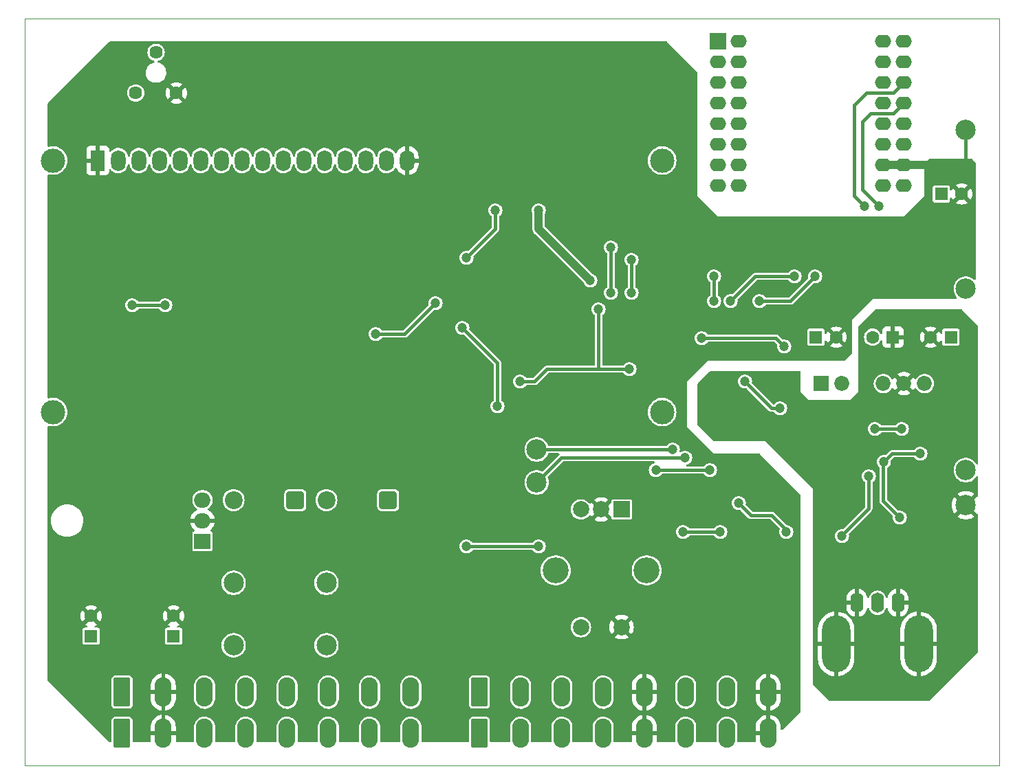
<source format=gbr>
%TF.GenerationSoftware,KiCad,Pcbnew,7.0.7*%
%TF.CreationDate,2024-02-20T18:04:50-10:00*%
%TF.ProjectId,Controller,436f6e74-726f-46c6-9c65-722e6b696361,New*%
%TF.SameCoordinates,Original*%
%TF.FileFunction,Copper,L1,Top*%
%TF.FilePolarity,Positive*%
%FSLAX46Y46*%
G04 Gerber Fmt 4.6, Leading zero omitted, Abs format (unit mm)*
G04 Created by KiCad (PCBNEW 7.0.7) date 2024-02-20 18:04:50*
%MOMM*%
%LPD*%
G01*
G04 APERTURE LIST*
G04 Aperture macros list*
%AMRoundRect*
0 Rectangle with rounded corners*
0 $1 Rounding radius*
0 $2 $3 $4 $5 $6 $7 $8 $9 X,Y pos of 4 corners*
0 Add a 4 corners polygon primitive as box body*
4,1,4,$2,$3,$4,$5,$6,$7,$8,$9,$2,$3,0*
0 Add four circle primitives for the rounded corners*
1,1,$1+$1,$2,$3*
1,1,$1+$1,$4,$5*
1,1,$1+$1,$6,$7*
1,1,$1+$1,$8,$9*
0 Add four rect primitives between the rounded corners*
20,1,$1+$1,$2,$3,$4,$5,0*
20,1,$1+$1,$4,$5,$6,$7,0*
20,1,$1+$1,$6,$7,$8,$9,0*
20,1,$1+$1,$8,$9,$2,$3,0*%
G04 Aperture macros list end*
%TA.AperFunction,ComponentPad*%
%ADD10C,2.500000*%
%TD*%
%TA.AperFunction,ComponentPad*%
%ADD11RoundRect,0.341000X-0.759000X0.759000X-0.759000X-0.759000X0.759000X-0.759000X0.759000X0.759000X0*%
%TD*%
%TA.AperFunction,ComponentPad*%
%ADD12C,2.200000*%
%TD*%
%TA.AperFunction,ComponentPad*%
%ADD13R,2.000000X1.905000*%
%TD*%
%TA.AperFunction,ComponentPad*%
%ADD14O,2.000000X1.905000*%
%TD*%
%TA.AperFunction,ComponentPad*%
%ADD15O,1.600000X2.500000*%
%TD*%
%TA.AperFunction,ComponentPad*%
%ADD16O,3.500000X7.000000*%
%TD*%
%TA.AperFunction,ComponentPad*%
%ADD17RoundRect,0.249997X-0.790003X-1.550003X0.790003X-1.550003X0.790003X1.550003X-0.790003X1.550003X0*%
%TD*%
%TA.AperFunction,ComponentPad*%
%ADD18O,2.080000X3.600000*%
%TD*%
%TA.AperFunction,ComponentPad*%
%ADD19C,3.000000*%
%TD*%
%TA.AperFunction,ComponentPad*%
%ADD20R,1.800000X2.600000*%
%TD*%
%TA.AperFunction,ComponentPad*%
%ADD21O,1.800000X2.600000*%
%TD*%
%TA.AperFunction,ComponentPad*%
%ADD22R,1.600000X1.600000*%
%TD*%
%TA.AperFunction,ComponentPad*%
%ADD23C,1.600000*%
%TD*%
%TA.AperFunction,ComponentPad*%
%ADD24R,1.850000X1.850000*%
%TD*%
%TA.AperFunction,ComponentPad*%
%ADD25C,1.850000*%
%TD*%
%TA.AperFunction,ComponentPad*%
%ADD26R,2.000000X2.000000*%
%TD*%
%TA.AperFunction,ComponentPad*%
%ADD27O,2.000000X1.600000*%
%TD*%
%TA.AperFunction,ComponentPad*%
%ADD28C,2.000000*%
%TD*%
%TA.AperFunction,ComponentPad*%
%ADD29C,3.200000*%
%TD*%
%TA.AperFunction,ComponentPad*%
%ADD30C,1.620000*%
%TD*%
%TA.AperFunction,ViaPad*%
%ADD31C,1.200000*%
%TD*%
%TA.AperFunction,Conductor*%
%ADD32C,0.381000*%
%TD*%
%TA.AperFunction,Conductor*%
%ADD33C,1.016000*%
%TD*%
%TA.AperFunction,Profile*%
%ADD34C,0.050000*%
%TD*%
G04 APERTURE END LIST*
D10*
%TO.P,TP4,1,1*%
%TO.N,T1amp*%
X104648000Y-108712000D03*
%TD*%
%TO.P,TP1,1,1*%
%TO.N,+5V*%
X157480000Y-88900000D03*
%TD*%
%TO.P,TP3,1,1*%
%TO.N,/WQ*%
X157480000Y-111252000D03*
%TD*%
%TO.P,TP5,1,1*%
%TO.N,T2amp*%
X104648000Y-112776000D03*
%TD*%
%TO.P,TP0,1,1*%
%TO.N,GND*%
X157480000Y-69342000D03*
%TD*%
D11*
%TO.P,K1,1*%
%TO.N,+12V*%
X74930000Y-114935000D03*
D10*
%TO.P,K1,2*%
%TO.N,Net-(J1-Pin_3)*%
X67330000Y-125135000D03*
%TO.P,K1,3*%
%TO.N,Net-(J1-Pin_4)*%
X67330000Y-132835000D03*
D12*
%TO.P,K1,5*%
%TO.N,Net-(D2-K)*%
X67330000Y-114935000D03*
%TD*%
D11*
%TO.P,K2,1*%
%TO.N,+12V*%
X86360000Y-114935000D03*
D10*
%TO.P,K2,2*%
%TO.N,Net-(J1-Pin_5)*%
X78760000Y-125135000D03*
%TO.P,K2,3*%
%TO.N,Net-(J1-Pin_6)*%
X78760000Y-132835000D03*
D12*
%TO.P,K2,5*%
%TO.N,Net-(D3-K)*%
X78760000Y-114935000D03*
%TD*%
D13*
%TO.P,U2,1,IN*%
%TO.N,+12V*%
X63500000Y-120015000D03*
D14*
%TO.P,U2,2,GND*%
%TO.N,GND*%
X63500000Y-117475000D03*
%TO.P,U2,3,OUT*%
%TO.N,+5V*%
X63500000Y-114935000D03*
%TD*%
D15*
%TO.P,J3,1,In*%
%TO.N,Net-(J3-In)*%
X146600000Y-127600000D03*
D16*
%TO.P,J3,2,Ext*%
%TO.N,GNDA*%
X151680000Y-132680000D03*
D15*
X149140000Y-127600000D03*
X144060000Y-127600000D03*
D16*
X141520000Y-132680000D03*
%TD*%
D17*
%TO.P,J1,1,Pin_1*%
%TO.N,VS*%
X53600000Y-138600000D03*
X53600000Y-143680000D03*
D18*
%TO.P,J1,2,Pin_2*%
%TO.N,GND*%
X58680000Y-138600000D03*
X58680000Y-143680000D03*
%TO.P,J1,3,Pin_3*%
%TO.N,Net-(J1-Pin_3)*%
X63760000Y-138600000D03*
X63760000Y-143680000D03*
%TO.P,J1,4,Pin_4*%
%TO.N,Net-(J1-Pin_4)*%
X68840000Y-138600000D03*
X68840000Y-143680000D03*
%TO.P,J1,5,Pin_5*%
%TO.N,Net-(J1-Pin_5)*%
X73920000Y-138600000D03*
X73920000Y-143680000D03*
%TO.P,J1,6,Pin_6*%
%TO.N,Net-(J1-Pin_6)*%
X79000000Y-138600000D03*
X79000000Y-143680000D03*
%TO.P,J1,7,Pin_7*%
%TO.N,Net-(D4-K)*%
X84080000Y-138600000D03*
X84080000Y-143680000D03*
%TO.P,J1,8,Pin_8*%
%TO.N,Net-(D5-K)*%
X89160000Y-138600000D03*
X89160000Y-143680000D03*
%TD*%
D17*
%TO.P,J2,1,Pin_1*%
%TO.N,Net-(J2-Pin_1)*%
X97600000Y-138600000D03*
X97600000Y-143680000D03*
D18*
%TO.P,J2,2,Pin_2*%
%TO.N,Net-(J2-Pin_2)*%
X102680000Y-138600000D03*
X102680000Y-143680000D03*
%TO.P,J2,3,Pin_3*%
%TO.N,T1in*%
X107760000Y-138600000D03*
X107760000Y-143680000D03*
%TO.P,J2,4,Pin_4*%
%TO.N,T1bias*%
X112840000Y-138600000D03*
X112840000Y-143680000D03*
%TO.P,J2,5,Pin_5*%
%TO.N,GND*%
X117920000Y-138600000D03*
X117920000Y-143680000D03*
%TO.P,J2,6,Pin_6*%
%TO.N,T2in*%
X123000000Y-138600000D03*
X123000000Y-143680000D03*
%TO.P,J2,7,Pin_7*%
%TO.N,T2bias*%
X128080000Y-138600000D03*
X128080000Y-143680000D03*
%TO.P,J2,8,Pin_8*%
%TO.N,GND*%
X133160000Y-138600000D03*
X133160000Y-143680000D03*
%TD*%
D19*
%TO.P,DS1,*%
%TO.N,*%
X45100900Y-73100000D03*
X45100900Y-104100700D03*
X120099480Y-104100700D03*
X120100000Y-73100000D03*
D20*
%TO.P,DS1,1,VSS*%
%TO.N,GND*%
X50600000Y-73100000D03*
D21*
%TO.P,DS1,2,VDD*%
%TO.N,+5V*%
X53140000Y-73100000D03*
%TO.P,DS1,3,VO*%
%TO.N,Net-(DS1-VO)*%
X55680000Y-73100000D03*
%TO.P,DS1,4,RS*%
%TO.N,DispRS*%
X58220000Y-73100000D03*
%TO.P,DS1,5,R/W*%
%TO.N,DispRW*%
X60760000Y-73100000D03*
%TO.P,DS1,6,E*%
%TO.N,DispE*%
X63300000Y-73100000D03*
%TO.P,DS1,7,D0*%
%TO.N,DispD0*%
X65840000Y-73100000D03*
%TO.P,DS1,8,D1*%
%TO.N,DispD1*%
X68380000Y-73100000D03*
%TO.P,DS1,9,D2*%
%TO.N,DispD2*%
X70920000Y-73100000D03*
%TO.P,DS1,10,D3*%
%TO.N,DispD3*%
X73460000Y-73100000D03*
%TO.P,DS1,11,D4*%
%TO.N,DispD4*%
X76000000Y-73100000D03*
%TO.P,DS1,12,D5*%
%TO.N,DispD5*%
X78540000Y-73100000D03*
%TO.P,DS1,13,D6*%
%TO.N,DispD6*%
X81080000Y-73100000D03*
%TO.P,DS1,14,D7*%
%TO.N,DispD7*%
X83620000Y-73100000D03*
%TO.P,DS1,15,LED(+)*%
%TO.N,+5V*%
X86160000Y-73100000D03*
%TO.P,DS1,16,LED(-)*%
%TO.N,GND*%
X88700000Y-73100000D03*
%TD*%
D22*
%TO.P,C8,1*%
%TO.N,+5VA*%
X155637113Y-94867000D03*
D23*
%TO.P,C8,2*%
%TO.N,GNDA*%
X153137113Y-94867000D03*
%TD*%
D22*
%TO.P,C2,1*%
%TO.N,+12V*%
X49784000Y-131708651D03*
D23*
%TO.P,C2,2*%
%TO.N,GND*%
X49784000Y-129208651D03*
%TD*%
D22*
%TO.P,C3,1*%
%TO.N,+5V*%
X154472000Y-77216000D03*
D23*
%TO.P,C3,2*%
%TO.N,GND*%
X156972000Y-77216000D03*
%TD*%
D24*
%TO.P,PS1,1,+Vin*%
%TO.N,+5V*%
X139700000Y-100584000D03*
D25*
%TO.P,PS1,2,-Vin*%
%TO.N,GND*%
X142240000Y-100584000D03*
%TO.P,PS1,4,-Vout*%
%TO.N,-5VA*%
X147320000Y-100584000D03*
%TO.P,PS1,5,0V*%
%TO.N,GNDA*%
X149860000Y-100584000D03*
%TO.P,PS1,6,+Vout*%
%TO.N,+5VA*%
X152400000Y-100584000D03*
%TD*%
D22*
%TO.P,C7,1*%
%TO.N,+5V*%
X139025621Y-94867000D03*
D23*
%TO.P,C7,2*%
%TO.N,GND*%
X141525621Y-94867000D03*
%TD*%
D22*
%TO.P,C9,1*%
%TO.N,GNDA*%
X148502380Y-94867000D03*
D23*
%TO.P,C9,2*%
%TO.N,-5VA*%
X146002380Y-94867000D03*
%TD*%
D22*
%TO.P,C1,1*%
%TO.N,+12V*%
X59944000Y-131708651D03*
D23*
%TO.P,C1,2*%
%TO.N,GND*%
X59944000Y-129208651D03*
%TD*%
D10*
%TO.P,TP2,1,1*%
%TO.N,GNDA*%
X157480000Y-115570000D03*
%TD*%
D26*
%TO.P,U1,1,~{EN}*%
%TO.N,unconnected-(U1-~{EN}-Pad1)*%
X127000000Y-58420000D03*
D27*
%TO.P,U1,2,D2*%
%TO.N,DispRS*%
X127000000Y-60960000D03*
%TO.P,U1,3,D4*%
%TO.N,DispE*%
X127000000Y-63500000D03*
%TO.P,U1,4,D12*%
%TO.N,DispD1*%
X127000000Y-66040000D03*
%TO.P,U1,5,D13*%
%TO.N,DispD3*%
X127000000Y-68580000D03*
%TO.P,U1,6,D11*%
%TO.N,DispD5*%
X127000000Y-71120000D03*
%TO.P,U1,7,D10*%
%TO.N,DispD7*%
X127000000Y-73660000D03*
%TO.P,U1,8,3V3*%
%TO.N,unconnected-(U1-3V3-Pad8)*%
X127000000Y-76200000D03*
%TO.P,U1,9,Vbus*%
%TO.N,+5V*%
X149860000Y-76200000D03*
%TO.P,U1,10,GND*%
%TO.N,GND*%
X149860000Y-73660000D03*
%TO.P,U1,11,D16*%
%TO.N,SPCK*%
X149860000Y-71120000D03*
%TO.P,U1,12,D18*%
%TO.N,MISO*%
X149860000Y-68580000D03*
%TO.P,U1,13,D35*%
%TO.N,SDA*%
X149860000Y-66040000D03*
%TO.P,U1,14,D36*%
%TO.N,SCL*%
X149860000Y-63500000D03*
%TO.P,U1,15,D44*%
%TO.N,unconnected-(U1-D44-Pad15)*%
X149860000Y-60960000D03*
%TO.P,U1,16,D43*%
%TO.N,unconnected-(U1-D43-Pad16)*%
X149860000Y-58420000D03*
%TO.P,U1,17,D1*%
%TO.N,unconnected-(U1-D1-Pad17)*%
X129540000Y-58420000D03*
%TO.P,U1,18,D3*%
%TO.N,DispRW*%
X129540000Y-60960000D03*
%TO.P,U1,19,D5*%
%TO.N,DispD0*%
X129540000Y-63500000D03*
%TO.P,U1,20,D6*%
%TO.N,DispD2*%
X129540000Y-66040000D03*
%TO.P,U1,21,D7*%
%TO.N,DispD4*%
X129540000Y-68580000D03*
%TO.P,U1,22,D8*%
%TO.N,DispD6*%
X129540000Y-71120000D03*
%TO.P,U1,23,D9*%
%TO.N,Rly2*%
X129540000Y-73660000D03*
%TO.P,U1,24,D14*%
%TO.N,Rly1*%
X129540000Y-76200000D03*
%TO.P,U1,25,D15*%
%TO.N,EncPB*%
X147320000Y-76200000D03*
%TO.P,U1,26,GND*%
%TO.N,GND*%
X147320000Y-73660000D03*
%TO.P,U1,27,D17*%
%TO.N,EncA*%
X147320000Y-71120000D03*
%TO.P,U1,28,D21*%
%TO.N,EncB*%
X147320000Y-68580000D03*
%TO.P,U1,29,D34*%
%TO.N,MOSI*%
X147320000Y-66040000D03*
%TO.P,U1,30,D38*%
%TO.N,ADCS*%
X147320000Y-63500000D03*
%TO.P,U1,31,D37*%
%TO.N,Out2d*%
X147320000Y-60960000D03*
%TO.P,U1,32,D33*%
%TO.N,Out1d*%
X147320000Y-58420000D03*
%TD*%
D28*
%TO.P,S1,S2,S2*%
%TO.N,GND*%
X115100000Y-130600000D03*
%TO.P,S1,S1,S1*%
%TO.N,Net-(R47-Pad1)*%
X110100000Y-130600000D03*
D29*
%TO.P,S1,MP*%
%TO.N,N/C*%
X107000000Y-123600000D03*
X118200000Y-123600000D03*
D28*
%TO.P,S1,C,C*%
%TO.N,GND*%
X112600000Y-116100000D03*
%TO.P,S1,B,B*%
%TO.N,Net-(R45-Pad1)*%
X110100000Y-116100000D03*
D26*
%TO.P,S1,A,A*%
%TO.N,Net-(R46-Pad1)*%
X115100000Y-116100000D03*
%TD*%
D30*
%TO.P,R51,1,1*%
%TO.N,GND*%
X60285000Y-64770000D03*
%TO.P,R51,2,2*%
%TO.N,Net-(DS1-VO)*%
X57785000Y-59770000D03*
%TO.P,R51,3,3*%
%TO.N,+5V*%
X55285000Y-64770000D03*
%TD*%
D31*
%TO.N,GND*%
X127762000Y-122682000D03*
%TO.N,GNDA*%
X138684000Y-111506000D03*
X143002000Y-104902000D03*
%TO.N,GND*%
X96774000Y-87122000D03*
X101600000Y-117348000D03*
%TO.N,+3.3V*%
X104902000Y-120650000D03*
X96012000Y-120650000D03*
%TO.N,GNDA*%
X137922000Y-106172000D03*
X133350000Y-100076000D03*
X128559000Y-102143000D03*
X156972000Y-107059000D03*
%TO.N,GND*%
X120838000Y-92456000D03*
X91948000Y-87376000D03*
X128524000Y-97028000D03*
X133096000Y-126492000D03*
X87376000Y-111252000D03*
X132588000Y-111379000D03*
X73660000Y-111252000D03*
X102616000Y-88900000D03*
X106680000Y-100838000D03*
X76200000Y-100584000D03*
X104902000Y-96774000D03*
X117348000Y-92456000D03*
X92482000Y-129006000D03*
X137922000Y-90932000D03*
X98044000Y-103378000D03*
X69088000Y-100584000D03*
X132080000Y-118872000D03*
X83288000Y-100584000D03*
X110236000Y-97282000D03*
X102500000Y-129000000D03*
X90400000Y-100584000D03*
X122428000Y-125984000D03*
X96520000Y-110744000D03*
%TO.N,+5VA*%
X147392500Y-110236000D03*
X151892000Y-109220000D03*
X149352000Y-117094000D03*
%TO.N,+5V*%
X111252000Y-87884000D03*
X104902000Y-79248000D03*
%TO.N,+3.3V*%
X135382000Y-118872000D03*
X125984000Y-111252000D03*
X116078000Y-98806000D03*
X129540000Y-115316000D03*
X112268000Y-91440000D03*
X135128000Y-96012000D03*
X119307500Y-111252000D03*
X102616000Y-100330000D03*
X124968000Y-94996000D03*
%TO.N,/3.3VA*%
X145542000Y-112014000D03*
X146304000Y-106172000D03*
X142240000Y-119380000D03*
X130302000Y-100330000D03*
X149606000Y-106172000D03*
X134620000Y-103632000D03*
%TO.N,T1amp*%
X121412000Y-108712000D03*
%TO.N,T2amp*%
X122936000Y-109728000D03*
%TO.N,EncB*%
X113792000Y-83820000D03*
X113792000Y-89408000D03*
%TO.N,EncA*%
X116332000Y-85344000D03*
X116332000Y-89408000D03*
%TO.N,EncPB*%
X126492000Y-90424000D03*
X126492000Y-87376000D03*
%TO.N,Out2d*%
X84836000Y-94488000D03*
X92202000Y-90678000D03*
%TO.N,SupV*%
X54864000Y-90932000D03*
X58928000Y-90932000D03*
X96012000Y-85090000D03*
X99568000Y-79248000D03*
%TO.N,SDA*%
X138938000Y-87376000D03*
X132080000Y-90424000D03*
X146812000Y-78740000D03*
%TO.N,SCL*%
X145034000Y-78740000D03*
X136398000Y-87376000D03*
X128524000Y-90424000D03*
%TO.N,Net-(U10-CH5)*%
X99822000Y-103378000D03*
X95504000Y-93726000D03*
%TO.N,Net-(U8B-+)*%
X127254000Y-118872000D03*
X122682000Y-118872000D03*
%TD*%
D32*
%TO.N,+3.3V*%
X96012000Y-120650000D02*
X104902000Y-120650000D01*
X133604000Y-116840000D02*
X131064000Y-116840000D01*
X135382000Y-118618000D02*
X133604000Y-116840000D01*
X135382000Y-118872000D02*
X135382000Y-118618000D01*
X131064000Y-116840000D02*
X129540000Y-115316000D01*
%TO.N,+5VA*%
X147320000Y-110308500D02*
X147392500Y-110236000D01*
X147320000Y-115062000D02*
X147320000Y-110308500D01*
X149352000Y-117094000D02*
X147320000Y-115062000D01*
%TO.N,/3.3VA*%
X142240000Y-119260000D02*
X142240000Y-119380000D01*
X145542000Y-112014000D02*
X145542000Y-115958000D01*
X145542000Y-115958000D02*
X142240000Y-119260000D01*
X145542000Y-112014000D02*
X145288000Y-111760000D01*
X149606000Y-106172000D02*
X146304000Y-106172000D01*
%TO.N,Net-(U10-CH5)*%
X99822000Y-98044000D02*
X95504000Y-93726000D01*
X99822000Y-103378000D02*
X99822000Y-98044000D01*
%TO.N,SupV*%
X99568000Y-81534000D02*
X96012000Y-85090000D01*
X99568000Y-79248000D02*
X99568000Y-81534000D01*
%TO.N,+3.3V*%
X112268000Y-91440000D02*
X112268000Y-98806000D01*
X112268000Y-98806000D02*
X106680000Y-98806000D01*
%TO.N,GND*%
X157480000Y-69342000D02*
X157480000Y-73660000D01*
X157480000Y-73660000D02*
X156464000Y-73660000D01*
D33*
X147320000Y-73660000D02*
X156464000Y-73660000D01*
D32*
%TO.N,+5VA*%
X151892000Y-109220000D02*
X148408500Y-109220000D01*
X148408500Y-109220000D02*
X147392500Y-110236000D01*
D33*
%TO.N,+5V*%
X104902000Y-79248000D02*
X104902000Y-81534000D01*
X104902000Y-81534000D02*
X111252000Y-87884000D01*
D32*
%TO.N,+3.3V*%
X106680000Y-98806000D02*
X105918000Y-98806000D01*
X119307500Y-111252000D02*
X125984000Y-111252000D01*
X124968000Y-94996000D02*
X134112000Y-94996000D01*
X134112000Y-94996000D02*
X135128000Y-96012000D01*
X105918000Y-98806000D02*
X104394000Y-100330000D01*
X116078000Y-98806000D02*
X106680000Y-98806000D01*
X104394000Y-100330000D02*
X102616000Y-100330000D01*
%TO.N,/3.3VA*%
X133604000Y-103632000D02*
X134620000Y-103632000D01*
X130302000Y-100330000D02*
X133604000Y-103632000D01*
%TO.N,T1amp*%
X121412000Y-108712000D02*
X104648000Y-108712000D01*
%TO.N,T2amp*%
X107696000Y-109728000D02*
X104648000Y-112776000D01*
X122936000Y-109728000D02*
X107696000Y-109728000D01*
%TO.N,EncB*%
X113792000Y-83820000D02*
X113792000Y-89408000D01*
%TO.N,EncA*%
X116332000Y-89408000D02*
X116332000Y-85344000D01*
%TO.N,EncPB*%
X126492000Y-90424000D02*
X126492000Y-87376000D01*
%TO.N,Out2d*%
X88392000Y-94488000D02*
X84836000Y-94488000D01*
X92202000Y-90678000D02*
X88392000Y-94488000D01*
%TO.N,SupV*%
X54864000Y-90932000D02*
X58928000Y-90932000D01*
%TO.N,SDA*%
X146812000Y-78740000D02*
X144780000Y-76708000D01*
X145796000Y-67310000D02*
X148590000Y-67310000D01*
X135890000Y-90424000D02*
X132080000Y-90424000D01*
X138938000Y-87376000D02*
X135890000Y-90424000D01*
X148590000Y-67310000D02*
X149860000Y-66040000D01*
X144780000Y-68326000D02*
X145796000Y-67310000D01*
X144780000Y-76708000D02*
X144780000Y-68326000D01*
%TO.N,SCL*%
X145034000Y-78740000D02*
X143764000Y-77470000D01*
X143764000Y-66294000D02*
X145288000Y-64770000D01*
X136398000Y-87376000D02*
X131572000Y-87376000D01*
X145288000Y-64770000D02*
X148590000Y-64770000D01*
X131572000Y-87376000D02*
X128524000Y-90424000D01*
X143764000Y-77470000D02*
X143764000Y-66294000D01*
X148590000Y-64770000D02*
X149860000Y-63500000D01*
%TO.N,Net-(U8B-+)*%
X122682000Y-118872000D02*
X127254000Y-118872000D01*
%TD*%
%TA.AperFunction,Conductor*%
%TO.N,GNDA*%
G36*
X156987931Y-91460002D02*
G01*
X157008905Y-91476905D01*
X158967095Y-93435095D01*
X159001121Y-93497407D01*
X159004000Y-93524190D01*
X159004000Y-110410711D01*
X158983998Y-110478832D01*
X158930342Y-110525325D01*
X158860068Y-110535429D01*
X158795488Y-110505935D01*
X158772517Y-110479626D01*
X158671331Y-110324749D01*
X158502468Y-110141315D01*
X158305706Y-109988168D01*
X158240745Y-109953013D01*
X158086422Y-109869497D01*
X158086418Y-109869495D01*
X158086417Y-109869495D01*
X157850603Y-109788540D01*
X157850596Y-109788538D01*
X157745343Y-109770974D01*
X157604666Y-109747500D01*
X157355334Y-109747500D01*
X157232257Y-109768037D01*
X157109403Y-109788538D01*
X157109396Y-109788540D01*
X156873582Y-109869495D01*
X156873578Y-109869496D01*
X156873578Y-109869497D01*
X156842106Y-109886529D01*
X156654293Y-109988168D01*
X156457531Y-110141315D01*
X156288668Y-110324749D01*
X156152296Y-110533483D01*
X156052142Y-110761811D01*
X156052139Y-110761818D01*
X155990935Y-111003511D01*
X155990934Y-111003517D01*
X155990934Y-111003519D01*
X155970344Y-111252000D01*
X155990505Y-111495309D01*
X155990935Y-111500488D01*
X156052139Y-111742181D01*
X156052142Y-111742188D01*
X156152296Y-111970516D01*
X156288668Y-112179250D01*
X156457531Y-112362684D01*
X156457536Y-112362688D01*
X156457538Y-112362690D01*
X156654296Y-112515833D01*
X156873578Y-112634503D01*
X157109401Y-112715461D01*
X157355334Y-112756500D01*
X157355338Y-112756500D01*
X157604662Y-112756500D01*
X157604666Y-112756500D01*
X157850599Y-112715461D01*
X158086422Y-112634503D01*
X158305704Y-112515833D01*
X158502462Y-112362690D01*
X158671331Y-112179250D01*
X158772517Y-112024372D01*
X158826520Y-111978284D01*
X158896868Y-111968709D01*
X158961226Y-111998686D01*
X158999159Y-112058699D01*
X159004000Y-112093288D01*
X159004000Y-114394997D01*
X158983998Y-114463118D01*
X158930342Y-114509611D01*
X158885494Y-114518057D01*
X158163022Y-115240530D01*
X158100710Y-115274556D01*
X158029895Y-115269491D01*
X157973965Y-115228139D01*
X157907927Y-115142077D01*
X157907925Y-115142076D01*
X157907925Y-115142075D01*
X157821858Y-115076033D01*
X157779992Y-115018697D01*
X157775770Y-114947826D01*
X157809468Y-114886976D01*
X158529166Y-114167278D01*
X158529166Y-114167277D01*
X158357463Y-114050211D01*
X158357456Y-114050207D01*
X158121144Y-113936404D01*
X158121131Y-113936399D01*
X157870514Y-113859094D01*
X157870502Y-113859092D01*
X157611140Y-113820000D01*
X157348860Y-113820000D01*
X157089497Y-113859092D01*
X157089485Y-113859094D01*
X156838856Y-113936404D01*
X156602545Y-114050207D01*
X156602537Y-114050212D01*
X156430832Y-114167277D01*
X156430832Y-114167278D01*
X157150531Y-114886976D01*
X157184556Y-114949289D01*
X157179492Y-115020104D01*
X157138140Y-115076034D01*
X157052074Y-115142074D01*
X156986034Y-115228140D01*
X156928696Y-115270007D01*
X156857825Y-115274229D01*
X156796976Y-115240531D01*
X156077874Y-114521428D01*
X156077873Y-114521428D01*
X156030029Y-114581422D01*
X156030026Y-114581427D01*
X155898881Y-114808576D01*
X155803060Y-115052727D01*
X155803059Y-115052730D01*
X155744694Y-115308441D01*
X155725093Y-115570000D01*
X155744694Y-115831558D01*
X155803059Y-116087269D01*
X155803060Y-116087272D01*
X155898881Y-116331423D01*
X156030025Y-116558570D01*
X156077874Y-116618570D01*
X156796976Y-115899468D01*
X156859289Y-115865443D01*
X156930104Y-115870507D01*
X156986033Y-115911858D01*
X157044018Y-115987425D01*
X157052077Y-115997927D01*
X157138139Y-116063965D01*
X157180006Y-116121303D01*
X157184228Y-116192174D01*
X157150530Y-116253022D01*
X156430832Y-116972719D01*
X156430832Y-116972721D01*
X156602537Y-117089788D01*
X156602545Y-117089792D01*
X156838856Y-117203595D01*
X157089485Y-117280905D01*
X157089497Y-117280907D01*
X157348860Y-117320000D01*
X157611140Y-117320000D01*
X157870502Y-117280907D01*
X157870514Y-117280905D01*
X158121131Y-117203600D01*
X158121144Y-117203595D01*
X158357456Y-117089792D01*
X158529166Y-116972720D01*
X157809468Y-116253023D01*
X157775443Y-116190710D01*
X157780507Y-116119895D01*
X157821858Y-116063965D01*
X157907925Y-115997925D01*
X157973966Y-115911857D01*
X158031301Y-115869992D01*
X158102172Y-115865770D01*
X158163023Y-115899468D01*
X158886355Y-116622801D01*
X158940069Y-116635350D01*
X158989497Y-116686314D01*
X159003999Y-116745001D01*
X159004000Y-133551810D01*
X158983998Y-133619931D01*
X158967095Y-133640905D01*
X152944905Y-139663095D01*
X152882593Y-139697121D01*
X152855810Y-139700000D01*
X140768190Y-139700000D01*
X140700069Y-139679998D01*
X140679095Y-139663095D01*
X138720905Y-137704905D01*
X138686879Y-137642593D01*
X138684000Y-137615810D01*
X138684000Y-134505224D01*
X139270000Y-134505224D01*
X139285085Y-134730566D01*
X139285086Y-134730575D01*
X139345086Y-135025765D01*
X139345088Y-135025773D01*
X139443899Y-135310337D01*
X139443903Y-135310346D01*
X139579763Y-135579205D01*
X139750250Y-135827559D01*
X139952316Y-136050973D01*
X139952318Y-136050974D01*
X140182357Y-136245461D01*
X140182365Y-136245467D01*
X140436267Y-136407552D01*
X140709517Y-136534354D01*
X140709522Y-136534355D01*
X140997236Y-136623605D01*
X141270000Y-136669614D01*
X141270000Y-133809152D01*
X141290002Y-133741031D01*
X141343658Y-133694538D01*
X141411397Y-133684798D01*
X141411443Y-133684353D01*
X141413230Y-133684534D01*
X141413932Y-133684434D01*
X141416288Y-133684845D01*
X141417797Y-133684999D01*
X141417801Y-133685000D01*
X141417805Y-133685000D01*
X141570966Y-133685000D01*
X141570967Y-133685000D01*
X141570968Y-133684999D01*
X141570985Y-133684999D01*
X141631252Y-133678870D01*
X141701047Y-133691877D01*
X141752730Y-133740553D01*
X141770000Y-133804223D01*
X141770000Y-136666207D01*
X141895070Y-136653625D01*
X142188114Y-136583790D01*
X142188115Y-136583789D01*
X142469218Y-136475525D01*
X142733394Y-136330752D01*
X142975914Y-136152062D01*
X143192449Y-135942646D01*
X143379144Y-135706230D01*
X143532664Y-135447038D01*
X143650261Y-135169709D01*
X143650264Y-135169700D01*
X143729847Y-134879175D01*
X143770000Y-134580616D01*
X143770000Y-134505224D01*
X149430000Y-134505224D01*
X149445085Y-134730566D01*
X149445086Y-134730575D01*
X149505086Y-135025765D01*
X149505088Y-135025773D01*
X149603899Y-135310337D01*
X149603903Y-135310346D01*
X149739763Y-135579205D01*
X149910250Y-135827559D01*
X150112316Y-136050973D01*
X150112318Y-136050974D01*
X150342357Y-136245461D01*
X150342365Y-136245467D01*
X150596267Y-136407552D01*
X150869517Y-136534354D01*
X150869522Y-136534355D01*
X151157236Y-136623605D01*
X151430000Y-136669614D01*
X151430000Y-133809152D01*
X151450002Y-133741031D01*
X151503658Y-133694538D01*
X151571397Y-133684798D01*
X151571443Y-133684353D01*
X151573230Y-133684534D01*
X151573932Y-133684434D01*
X151576288Y-133684845D01*
X151577797Y-133684999D01*
X151577801Y-133685000D01*
X151577805Y-133685000D01*
X151730966Y-133685000D01*
X151730967Y-133685000D01*
X151730968Y-133684999D01*
X151730985Y-133684999D01*
X151791252Y-133678870D01*
X151861047Y-133691877D01*
X151912730Y-133740553D01*
X151930000Y-133804223D01*
X151930000Y-136666207D01*
X152055070Y-136653625D01*
X152348114Y-136583790D01*
X152348115Y-136583789D01*
X152629218Y-136475525D01*
X152893394Y-136330752D01*
X153135914Y-136152062D01*
X153352449Y-135942646D01*
X153539144Y-135706230D01*
X153692664Y-135447038D01*
X153810261Y-135169709D01*
X153810264Y-135169700D01*
X153889847Y-134879175D01*
X153930000Y-134580616D01*
X153930000Y-132930000D01*
X152806165Y-132930000D01*
X152738044Y-132909998D01*
X152691551Y-132856342D01*
X152680327Y-132797618D01*
X152688886Y-132628835D01*
X152680651Y-132575081D01*
X152690107Y-132504716D01*
X152736103Y-132450634D01*
X152804037Y-132430005D01*
X152805198Y-132430000D01*
X153930000Y-132430000D01*
X153930000Y-130854776D01*
X153914914Y-130629433D01*
X153914913Y-130629424D01*
X153854913Y-130334234D01*
X153854911Y-130334226D01*
X153756100Y-130049662D01*
X153756096Y-130049653D01*
X153620236Y-129780794D01*
X153449749Y-129532440D01*
X153247683Y-129309026D01*
X153247681Y-129309025D01*
X153017642Y-129114538D01*
X153017634Y-129114532D01*
X152763732Y-128952447D01*
X152490482Y-128825645D01*
X152490477Y-128825644D01*
X152202763Y-128736394D01*
X151930000Y-128690384D01*
X151930000Y-131550847D01*
X151909998Y-131618968D01*
X151856342Y-131665461D01*
X151788600Y-131675200D01*
X151788555Y-131675646D01*
X151786768Y-131675464D01*
X151786068Y-131675565D01*
X151783706Y-131675152D01*
X151782203Y-131675000D01*
X151782199Y-131675000D01*
X151629033Y-131675000D01*
X151629029Y-131675000D01*
X151568746Y-131681130D01*
X151498952Y-131668121D01*
X151447269Y-131619444D01*
X151430000Y-131555776D01*
X151430000Y-128693792D01*
X151429999Y-128693792D01*
X151304923Y-128706376D01*
X151304919Y-128706376D01*
X151011885Y-128776209D01*
X151011884Y-128776210D01*
X150730781Y-128884474D01*
X150466605Y-129029247D01*
X150224085Y-129207937D01*
X150007550Y-129417353D01*
X149820855Y-129653769D01*
X149667335Y-129912961D01*
X149549738Y-130190290D01*
X149549735Y-130190299D01*
X149470152Y-130480824D01*
X149430000Y-130779383D01*
X149430000Y-132430000D01*
X150553835Y-132430000D01*
X150621956Y-132450002D01*
X150668449Y-132503658D01*
X150679673Y-132562382D01*
X150671113Y-132731163D01*
X150679349Y-132784919D01*
X150669893Y-132855284D01*
X150623897Y-132909366D01*
X150555963Y-132929995D01*
X150554802Y-132930000D01*
X149430000Y-132930000D01*
X149430000Y-134505224D01*
X143770000Y-134505224D01*
X143770000Y-132930000D01*
X142646165Y-132930000D01*
X142578044Y-132909998D01*
X142531551Y-132856342D01*
X142520327Y-132797618D01*
X142528886Y-132628835D01*
X142520651Y-132575081D01*
X142530107Y-132504716D01*
X142576103Y-132450634D01*
X142644037Y-132430005D01*
X142645198Y-132430000D01*
X143770000Y-132430000D01*
X143770000Y-130854776D01*
X143754914Y-130629433D01*
X143754913Y-130629424D01*
X143694913Y-130334234D01*
X143694911Y-130334226D01*
X143596100Y-130049662D01*
X143596096Y-130049653D01*
X143460236Y-129780794D01*
X143289749Y-129532440D01*
X143087683Y-129309026D01*
X143087681Y-129309025D01*
X142857642Y-129114538D01*
X142857634Y-129114532D01*
X142603732Y-128952447D01*
X142330482Y-128825645D01*
X142330477Y-128825644D01*
X142042763Y-128736394D01*
X141770000Y-128690384D01*
X141770000Y-131550847D01*
X141749998Y-131618968D01*
X141696342Y-131665461D01*
X141628600Y-131675200D01*
X141628555Y-131675646D01*
X141626768Y-131675464D01*
X141626068Y-131675565D01*
X141623706Y-131675152D01*
X141622203Y-131675000D01*
X141622199Y-131675000D01*
X141469033Y-131675000D01*
X141469029Y-131675000D01*
X141408746Y-131681130D01*
X141338952Y-131668121D01*
X141287269Y-131619444D01*
X141270000Y-131555776D01*
X141270000Y-128693792D01*
X141269999Y-128693792D01*
X141144923Y-128706376D01*
X141144919Y-128706376D01*
X140851885Y-128776209D01*
X140851884Y-128776210D01*
X140570781Y-128884474D01*
X140306605Y-129029247D01*
X140064085Y-129207937D01*
X139847550Y-129417353D01*
X139660855Y-129653769D01*
X139507335Y-129912961D01*
X139389738Y-130190290D01*
X139389735Y-130190299D01*
X139310152Y-130480824D01*
X139270000Y-130779383D01*
X139270000Y-132430000D01*
X140393835Y-132430000D01*
X140461956Y-132450002D01*
X140508449Y-132503658D01*
X140519673Y-132562382D01*
X140511113Y-132731163D01*
X140519349Y-132784919D01*
X140509893Y-132855284D01*
X140463897Y-132909366D01*
X140395963Y-132929995D01*
X140394802Y-132930000D01*
X139270000Y-132930000D01*
X139270000Y-134505224D01*
X138684000Y-134505224D01*
X138684000Y-128106762D01*
X142760000Y-128106762D01*
X142774859Y-128276602D01*
X142833732Y-128496323D01*
X142833734Y-128496328D01*
X142929866Y-128702483D01*
X143060335Y-128888812D01*
X143060340Y-128888818D01*
X143221181Y-129049659D01*
X143221187Y-129049664D01*
X143407516Y-129180133D01*
X143613671Y-129276265D01*
X143613677Y-129276267D01*
X143810000Y-129328871D01*
X143810000Y-128159298D01*
X143830002Y-128091177D01*
X143883658Y-128044684D01*
X143953932Y-128034580D01*
X143973135Y-128038894D01*
X143992927Y-128045000D01*
X143992928Y-128045000D01*
X144093342Y-128045000D01*
X144093346Y-128045000D01*
X144165223Y-128034166D01*
X144235562Y-128043792D01*
X144289532Y-128089919D01*
X144309997Y-128157902D01*
X144310000Y-128158759D01*
X144310000Y-129328871D01*
X144506322Y-129276267D01*
X144506328Y-129276265D01*
X144712483Y-129180133D01*
X144898812Y-129049664D01*
X144898818Y-129049659D01*
X145059659Y-128888818D01*
X145059664Y-128888812D01*
X145190133Y-128702483D01*
X145286265Y-128496328D01*
X145286268Y-128496320D01*
X145334899Y-128314823D01*
X145371850Y-128254200D01*
X145435711Y-128223178D01*
X145506205Y-128231606D01*
X145560952Y-128276808D01*
X145577181Y-128310857D01*
X145621055Y-128455493D01*
X145718974Y-128638686D01*
X145850747Y-128799252D01*
X146011313Y-128931024D01*
X146011313Y-128931025D01*
X146011317Y-128931027D01*
X146194508Y-129028945D01*
X146393282Y-129089242D01*
X146393286Y-129089242D01*
X146393288Y-129089243D01*
X146599997Y-129109602D01*
X146600000Y-129109602D01*
X146600003Y-129109602D01*
X146806711Y-129089243D01*
X146806712Y-129089242D01*
X146806718Y-129089242D01*
X147005492Y-129028945D01*
X147188683Y-128931027D01*
X147188684Y-128931025D01*
X147188686Y-128931025D01*
X147188686Y-128931024D01*
X147349252Y-128799252D01*
X147481027Y-128638683D01*
X147578945Y-128455492D01*
X147622819Y-128310855D01*
X147661733Y-128251477D01*
X147726574Y-128222561D01*
X147796755Y-128233291D01*
X147849994Y-128280260D01*
X147865100Y-128314822D01*
X147913732Y-128496323D01*
X147913734Y-128496328D01*
X148009866Y-128702483D01*
X148140335Y-128888812D01*
X148140340Y-128888818D01*
X148301181Y-129049659D01*
X148301187Y-129049664D01*
X148487516Y-129180133D01*
X148693671Y-129276265D01*
X148693677Y-129276267D01*
X148890000Y-129328871D01*
X148890000Y-128159298D01*
X148910002Y-128091177D01*
X148963658Y-128044684D01*
X149033932Y-128034580D01*
X149053135Y-128038894D01*
X149072927Y-128045000D01*
X149072928Y-128045000D01*
X149173342Y-128045000D01*
X149173346Y-128045000D01*
X149245223Y-128034166D01*
X149315562Y-128043792D01*
X149369532Y-128089919D01*
X149389997Y-128157902D01*
X149390000Y-128158759D01*
X149390000Y-129328871D01*
X149586322Y-129276267D01*
X149586328Y-129276265D01*
X149792483Y-129180133D01*
X149978812Y-129049664D01*
X149978818Y-129049659D01*
X150139659Y-128888818D01*
X150139664Y-128888812D01*
X150270133Y-128702483D01*
X150366265Y-128496328D01*
X150366267Y-128496323D01*
X150425140Y-128276602D01*
X150440000Y-128106762D01*
X150440000Y-127850000D01*
X149697382Y-127850000D01*
X149629261Y-127829998D01*
X149582768Y-127776342D01*
X149572664Y-127706068D01*
X149574541Y-127695962D01*
X149577161Y-127684480D01*
X149588768Y-127633630D01*
X149578743Y-127499860D01*
X149578742Y-127499858D01*
X149578037Y-127490444D01*
X149580542Y-127490256D01*
X149584035Y-127433183D01*
X149625996Y-127375913D01*
X149692258Y-127350420D01*
X149702537Y-127350000D01*
X150440000Y-127350000D01*
X150440000Y-127093238D01*
X150425140Y-126923397D01*
X150366267Y-126703676D01*
X150366265Y-126703671D01*
X150270133Y-126497516D01*
X150139664Y-126311187D01*
X150139659Y-126311181D01*
X149978818Y-126150340D01*
X149978812Y-126150335D01*
X149792483Y-126019866D01*
X149586328Y-125923734D01*
X149586325Y-125923733D01*
X149390000Y-125871127D01*
X149390000Y-127040701D01*
X149369998Y-127108822D01*
X149316342Y-127155315D01*
X149246068Y-127165419D01*
X149226864Y-127161104D01*
X149207074Y-127155000D01*
X149207073Y-127155000D01*
X149106654Y-127155000D01*
X149068802Y-127160705D01*
X149034778Y-127165833D01*
X148964437Y-127156206D01*
X148910467Y-127110078D01*
X148890003Y-127042095D01*
X148890000Y-127041240D01*
X148890000Y-125871127D01*
X148889999Y-125871127D01*
X148693674Y-125923733D01*
X148693671Y-125923734D01*
X148487516Y-126019866D01*
X148301187Y-126150335D01*
X148301181Y-126150340D01*
X148140340Y-126311181D01*
X148140335Y-126311187D01*
X148009866Y-126497516D01*
X147913734Y-126703671D01*
X147913732Y-126703677D01*
X147865100Y-126885177D01*
X147828148Y-126945800D01*
X147764288Y-126976821D01*
X147693793Y-126968393D01*
X147639046Y-126923190D01*
X147622819Y-126889144D01*
X147578945Y-126744508D01*
X147481027Y-126561317D01*
X147481025Y-126561313D01*
X147349252Y-126400747D01*
X147188686Y-126268975D01*
X147188686Y-126268974D01*
X147005492Y-126171055D01*
X146806711Y-126110756D01*
X146600003Y-126090398D01*
X146599997Y-126090398D01*
X146393288Y-126110756D01*
X146194507Y-126171055D01*
X146011313Y-126268974D01*
X146011313Y-126268975D01*
X145850747Y-126400747D01*
X145718975Y-126561313D01*
X145718974Y-126561313D01*
X145621054Y-126744508D01*
X145621052Y-126744512D01*
X145577180Y-126889142D01*
X145538265Y-126948523D01*
X145473424Y-126977439D01*
X145403243Y-126966708D01*
X145350004Y-126919738D01*
X145334899Y-126885176D01*
X145286268Y-126703679D01*
X145286265Y-126703671D01*
X145190133Y-126497516D01*
X145059664Y-126311187D01*
X145059659Y-126311181D01*
X144898818Y-126150340D01*
X144898812Y-126150335D01*
X144712483Y-126019866D01*
X144506328Y-125923734D01*
X144506325Y-125923733D01*
X144310000Y-125871127D01*
X144310000Y-127040701D01*
X144289998Y-127108822D01*
X144236342Y-127155315D01*
X144166068Y-127165419D01*
X144146864Y-127161104D01*
X144127074Y-127155000D01*
X144127073Y-127155000D01*
X144026654Y-127155000D01*
X143988802Y-127160705D01*
X143954778Y-127165833D01*
X143884437Y-127156206D01*
X143830467Y-127110078D01*
X143810003Y-127042095D01*
X143810000Y-127041240D01*
X143810000Y-125871127D01*
X143809999Y-125871127D01*
X143613674Y-125923733D01*
X143613671Y-125923734D01*
X143407516Y-126019866D01*
X143221187Y-126150335D01*
X143221181Y-126150340D01*
X143060340Y-126311181D01*
X143060335Y-126311187D01*
X142929866Y-126497516D01*
X142833734Y-126703671D01*
X142833732Y-126703676D01*
X142774859Y-126923397D01*
X142760000Y-127093238D01*
X142760000Y-127350000D01*
X143502618Y-127350000D01*
X143570739Y-127370002D01*
X143617232Y-127423658D01*
X143627336Y-127493932D01*
X143625459Y-127504038D01*
X143611232Y-127566368D01*
X143621963Y-127709556D01*
X143619457Y-127709743D01*
X143615965Y-127766817D01*
X143574004Y-127824087D01*
X143507742Y-127849580D01*
X143497463Y-127850000D01*
X142760000Y-127850000D01*
X142760000Y-128106762D01*
X138684000Y-128106762D01*
X138684000Y-119379999D01*
X141380793Y-119379999D01*
X141399568Y-119558639D01*
X141455072Y-119729466D01*
X141455075Y-119729472D01*
X141544885Y-119885026D01*
X141544887Y-119885029D01*
X141665078Y-120018515D01*
X141810396Y-120124095D01*
X141974490Y-120197154D01*
X142150188Y-120234500D01*
X142329812Y-120234500D01*
X142505510Y-120197154D01*
X142669604Y-120124095D01*
X142814922Y-120018515D01*
X142935113Y-119885029D01*
X143024925Y-119729471D01*
X143080431Y-119558639D01*
X143099207Y-119380000D01*
X143080431Y-119201361D01*
X143066900Y-119159717D01*
X143064872Y-119088749D01*
X143097636Y-119031687D01*
X145836506Y-116292817D01*
X145841750Y-116288131D01*
X145871892Y-116264095D01*
X145904975Y-116215571D01*
X145939875Y-116168284D01*
X145939877Y-116168275D01*
X145943805Y-116160844D01*
X145947458Y-116153261D01*
X145947459Y-116153259D01*
X145964772Y-116097130D01*
X145984181Y-116041665D01*
X145984181Y-116041658D01*
X145985745Y-116033396D01*
X145987000Y-116025071D01*
X145987000Y-115966313D01*
X145987949Y-115940940D01*
X145989196Y-115907614D01*
X145989195Y-115907613D01*
X145989196Y-115907612D01*
X145988139Y-115898229D01*
X145989014Y-115898130D01*
X145987000Y-115882829D01*
X145987000Y-112811109D01*
X146007002Y-112742988D01*
X146038939Y-112709173D01*
X146116922Y-112652515D01*
X146237113Y-112519029D01*
X146326925Y-112363471D01*
X146382431Y-112192639D01*
X146401207Y-112014000D01*
X146382431Y-111835361D01*
X146352157Y-111742185D01*
X146326927Y-111664533D01*
X146326924Y-111664527D01*
X146237114Y-111508973D01*
X146237113Y-111508971D01*
X146116922Y-111375485D01*
X146084790Y-111352140D01*
X145971604Y-111269905D01*
X145807510Y-111196846D01*
X145631812Y-111159500D01*
X145452188Y-111159500D01*
X145276489Y-111196846D01*
X145112392Y-111269907D01*
X144967078Y-111375484D01*
X144846888Y-111508969D01*
X144846885Y-111508973D01*
X144757075Y-111664527D01*
X144757072Y-111664533D01*
X144701568Y-111835360D01*
X144682793Y-112014000D01*
X144701568Y-112192639D01*
X144757072Y-112363466D01*
X144757075Y-112363472D01*
X144846885Y-112519026D01*
X144846888Y-112519030D01*
X144967078Y-112652515D01*
X145045061Y-112709173D01*
X145088415Y-112765395D01*
X145097000Y-112811109D01*
X145097000Y-115721484D01*
X145076998Y-115789605D01*
X145060095Y-115810579D01*
X142382079Y-118488595D01*
X142319767Y-118522621D01*
X142292984Y-118525500D01*
X142150188Y-118525500D01*
X141974489Y-118562846D01*
X141810392Y-118635907D01*
X141665078Y-118741484D01*
X141544888Y-118874969D01*
X141544885Y-118874973D01*
X141455075Y-119030527D01*
X141455072Y-119030533D01*
X141399568Y-119201360D01*
X141380793Y-119379999D01*
X138684000Y-119379999D01*
X138684000Y-113538000D01*
X138683999Y-113537998D01*
X135382000Y-110235999D01*
X146533293Y-110235999D01*
X146552068Y-110414639D01*
X146607572Y-110585466D01*
X146607575Y-110585472D01*
X146657279Y-110671561D01*
X146697387Y-110741029D01*
X146817578Y-110874515D01*
X146823057Y-110878496D01*
X146866413Y-110934714D01*
X146875000Y-110980434D01*
X146875000Y-115033471D01*
X146874604Y-115040530D01*
X146870289Y-115078827D01*
X146870289Y-115078830D01*
X146881209Y-115136542D01*
X146889968Y-115194652D01*
X146892441Y-115202669D01*
X146895227Y-115210633D01*
X146895228Y-115210634D01*
X146922678Y-115262573D01*
X146928449Y-115274556D01*
X146948172Y-115315511D01*
X146952911Y-115322461D01*
X146957913Y-115329239D01*
X146999458Y-115370783D01*
X147039411Y-115413843D01*
X147046793Y-115419729D01*
X147046242Y-115420418D01*
X147058493Y-115429818D01*
X148472159Y-116843484D01*
X148506185Y-116905796D01*
X148508374Y-116945749D01*
X148493236Y-117089788D01*
X148492793Y-117094000D01*
X148492890Y-117094919D01*
X148511568Y-117272639D01*
X148567072Y-117443466D01*
X148567075Y-117443472D01*
X148611578Y-117520552D01*
X148656887Y-117599029D01*
X148777078Y-117732515D01*
X148922396Y-117838095D01*
X149086490Y-117911154D01*
X149262188Y-117948500D01*
X149441812Y-117948500D01*
X149617510Y-117911154D01*
X149781604Y-117838095D01*
X149926922Y-117732515D01*
X150047113Y-117599029D01*
X150136925Y-117443471D01*
X150192431Y-117272639D01*
X150211207Y-117094000D01*
X150192431Y-116915361D01*
X150192431Y-116915360D01*
X150136927Y-116744533D01*
X150136924Y-116744527D01*
X150047114Y-116588973D01*
X150047113Y-116588971D01*
X149926922Y-116455485D01*
X149836265Y-116389619D01*
X149781604Y-116349905D01*
X149617510Y-116276846D01*
X149441812Y-116239500D01*
X149262188Y-116239500D01*
X149262185Y-116239500D01*
X149217466Y-116249004D01*
X149146675Y-116243601D01*
X149102177Y-116214852D01*
X147801905Y-114914580D01*
X147767879Y-114852268D01*
X147765000Y-114825485D01*
X147765000Y-111085784D01*
X147785002Y-111017663D01*
X147816939Y-110983848D01*
X147884565Y-110934714D01*
X147967422Y-110874515D01*
X148087613Y-110741029D01*
X148177425Y-110585471D01*
X148193685Y-110535429D01*
X148232931Y-110414639D01*
X148233344Y-110410711D01*
X148251707Y-110236000D01*
X148236124Y-110087746D01*
X148248896Y-110017913D01*
X148272336Y-109985488D01*
X148555920Y-109701904D01*
X148618233Y-109667879D01*
X148645016Y-109665000D01*
X151089483Y-109665000D01*
X151157604Y-109685002D01*
X151191633Y-109720687D01*
X151193008Y-109719689D01*
X151196885Y-109725026D01*
X151196887Y-109725029D01*
X151317078Y-109858515D01*
X151462396Y-109964095D01*
X151626490Y-110037154D01*
X151802188Y-110074500D01*
X151981812Y-110074500D01*
X152157510Y-110037154D01*
X152321604Y-109964095D01*
X152466922Y-109858515D01*
X152587113Y-109725029D01*
X152676925Y-109569471D01*
X152702128Y-109491905D01*
X152732431Y-109398639D01*
X152736823Y-109356852D01*
X152751207Y-109220000D01*
X152732431Y-109041361D01*
X152732431Y-109041360D01*
X152676927Y-108870533D01*
X152676924Y-108870527D01*
X152590196Y-108720311D01*
X152587113Y-108714971D01*
X152466922Y-108581485D01*
X152321604Y-108475905D01*
X152157510Y-108402846D01*
X151981812Y-108365500D01*
X151802188Y-108365500D01*
X151626489Y-108402846D01*
X151462392Y-108475907D01*
X151317078Y-108581484D01*
X151196888Y-108714969D01*
X151193008Y-108720311D01*
X151191238Y-108719025D01*
X151147206Y-108761000D01*
X151089483Y-108775000D01*
X148437028Y-108775000D01*
X148429973Y-108774604D01*
X148391673Y-108770289D01*
X148391672Y-108770289D01*
X148391671Y-108770289D01*
X148375827Y-108773287D01*
X148333956Y-108781209D01*
X148302537Y-108785944D01*
X148275854Y-108789966D01*
X148267811Y-108792447D01*
X148259868Y-108795226D01*
X148207926Y-108822678D01*
X148154990Y-108848171D01*
X148148055Y-108852898D01*
X148141260Y-108857913D01*
X148099717Y-108899457D01*
X148056655Y-108939414D01*
X148050768Y-108946796D01*
X148050082Y-108946249D01*
X148040683Y-108958490D01*
X147642321Y-109356852D01*
X147580009Y-109390878D01*
X147527031Y-109391004D01*
X147482314Y-109381500D01*
X147482312Y-109381500D01*
X147302688Y-109381500D01*
X147126989Y-109418846D01*
X146962892Y-109491907D01*
X146817578Y-109597484D01*
X146697388Y-109730969D01*
X146697385Y-109730973D01*
X146607575Y-109886527D01*
X146607572Y-109886533D01*
X146552068Y-110057360D01*
X146533293Y-110235999D01*
X135382000Y-110235999D01*
X132842001Y-107696000D01*
X132842000Y-107696000D01*
X126544190Y-107696000D01*
X126476069Y-107675998D01*
X126455095Y-107659095D01*
X124968000Y-106172000D01*
X145444793Y-106172000D01*
X145463568Y-106350639D01*
X145519072Y-106521466D01*
X145519075Y-106521472D01*
X145574229Y-106617000D01*
X145608887Y-106677029D01*
X145729078Y-106810515D01*
X145874396Y-106916095D01*
X146038490Y-106989154D01*
X146214188Y-107026500D01*
X146393812Y-107026500D01*
X146569510Y-106989154D01*
X146733604Y-106916095D01*
X146878922Y-106810515D01*
X146999113Y-106677029D01*
X146999117Y-106677020D01*
X147002992Y-106671689D01*
X147004761Y-106672974D01*
X147048794Y-106631000D01*
X147106517Y-106617000D01*
X148803483Y-106617000D01*
X148871604Y-106637002D01*
X148905633Y-106672687D01*
X148907008Y-106671689D01*
X148910885Y-106677026D01*
X148910887Y-106677029D01*
X149031078Y-106810515D01*
X149176396Y-106916095D01*
X149340490Y-106989154D01*
X149516188Y-107026500D01*
X149695812Y-107026500D01*
X149871510Y-106989154D01*
X150035604Y-106916095D01*
X150180922Y-106810515D01*
X150301113Y-106677029D01*
X150390925Y-106521471D01*
X150446431Y-106350639D01*
X150465207Y-106172000D01*
X150446431Y-105993361D01*
X150418280Y-105906720D01*
X150390927Y-105822533D01*
X150390924Y-105822527D01*
X150303619Y-105671312D01*
X150301113Y-105666971D01*
X150180922Y-105533485D01*
X150035604Y-105427905D01*
X149871510Y-105354846D01*
X149695812Y-105317500D01*
X149516188Y-105317500D01*
X149340489Y-105354846D01*
X149176392Y-105427907D01*
X149031078Y-105533484D01*
X148910888Y-105666969D01*
X148907008Y-105672311D01*
X148905238Y-105671025D01*
X148861206Y-105713000D01*
X148803483Y-105727000D01*
X147106517Y-105727000D01*
X147038396Y-105706998D01*
X147004366Y-105671312D01*
X147002992Y-105672311D01*
X146999114Y-105666973D01*
X146999113Y-105666971D01*
X146878922Y-105533485D01*
X146733604Y-105427905D01*
X146569510Y-105354846D01*
X146393812Y-105317500D01*
X146214188Y-105317500D01*
X146038489Y-105354846D01*
X145874392Y-105427907D01*
X145729078Y-105533484D01*
X145608888Y-105666969D01*
X145608885Y-105666973D01*
X145519075Y-105822527D01*
X145519072Y-105822533D01*
X145463568Y-105993360D01*
X145444793Y-106172000D01*
X124968000Y-106172000D01*
X124496904Y-105700904D01*
X124462878Y-105638592D01*
X124460000Y-105611818D01*
X124460000Y-100636190D01*
X124480002Y-100568069D01*
X124496905Y-100547095D01*
X124714000Y-100330000D01*
X129442793Y-100330000D01*
X129444578Y-100346989D01*
X129461568Y-100508639D01*
X129517072Y-100679466D01*
X129517075Y-100679472D01*
X129587809Y-100801986D01*
X129606887Y-100835029D01*
X129727078Y-100968515D01*
X129872396Y-101074095D01*
X130036490Y-101147154D01*
X130212188Y-101184500D01*
X130391809Y-101184500D01*
X130391812Y-101184500D01*
X130436531Y-101174994D01*
X130507316Y-101180394D01*
X130551820Y-101209145D01*
X133269174Y-103926499D01*
X133273875Y-103931760D01*
X133297905Y-103961892D01*
X133346427Y-103994974D01*
X133393717Y-104029876D01*
X133401105Y-104033781D01*
X133408738Y-104037457D01*
X133408741Y-104037459D01*
X133464869Y-104054772D01*
X133520335Y-104074181D01*
X133520341Y-104074181D01*
X133528620Y-104075748D01*
X133536926Y-104077000D01*
X133595687Y-104077000D01*
X133654386Y-104079196D01*
X133654386Y-104079195D01*
X133654388Y-104079196D01*
X133663767Y-104078139D01*
X133663865Y-104079015D01*
X133679169Y-104077000D01*
X133817483Y-104077000D01*
X133885604Y-104097002D01*
X133919633Y-104132687D01*
X133921008Y-104131689D01*
X133924885Y-104137026D01*
X133924887Y-104137029D01*
X134045078Y-104270515D01*
X134190396Y-104376095D01*
X134354490Y-104449154D01*
X134530188Y-104486500D01*
X134709812Y-104486500D01*
X134885510Y-104449154D01*
X135049604Y-104376095D01*
X135194922Y-104270515D01*
X135315113Y-104137029D01*
X135404925Y-103981471D01*
X135407704Y-103972920D01*
X135460431Y-103810639D01*
X135460430Y-103810639D01*
X135479207Y-103632000D01*
X135460431Y-103453361D01*
X135460431Y-103453360D01*
X135404927Y-103282533D01*
X135404924Y-103282527D01*
X135315114Y-103126973D01*
X135315113Y-103126971D01*
X135194922Y-102993485D01*
X135049604Y-102887905D01*
X134885510Y-102814846D01*
X134709812Y-102777500D01*
X134530188Y-102777500D01*
X134354489Y-102814846D01*
X134190392Y-102887907D01*
X134045077Y-102993485D01*
X133920586Y-103131746D01*
X133860140Y-103168985D01*
X133789156Y-103167633D01*
X133737855Y-103136530D01*
X131181839Y-100580514D01*
X131147813Y-100518202D01*
X131145624Y-100478255D01*
X131161207Y-100330000D01*
X131142431Y-100151361D01*
X131138809Y-100140212D01*
X131086927Y-99980533D01*
X131086924Y-99980527D01*
X130997114Y-99824973D01*
X130997113Y-99824971D01*
X130876922Y-99691485D01*
X130731604Y-99585905D01*
X130567510Y-99512846D01*
X130391812Y-99475500D01*
X130212188Y-99475500D01*
X130036489Y-99512846D01*
X129872392Y-99585907D01*
X129727078Y-99691484D01*
X129606888Y-99824969D01*
X129606885Y-99824973D01*
X129517075Y-99980527D01*
X129517072Y-99980533D01*
X129461568Y-100151360D01*
X129452685Y-100235882D01*
X129442793Y-100330000D01*
X124714000Y-100330000D01*
X125947095Y-99096905D01*
X126009407Y-99062879D01*
X126036190Y-99060000D01*
X137034000Y-99060000D01*
X137102121Y-99080002D01*
X137148614Y-99133658D01*
X137160000Y-99186000D01*
X137160000Y-101600001D01*
X138175998Y-102615999D01*
X138176000Y-102616000D01*
X143256000Y-102616000D01*
X144272000Y-101600000D01*
X144272000Y-100584000D01*
X146135447Y-100584000D01*
X146155616Y-100801664D01*
X146215434Y-101011902D01*
X146215440Y-101011919D01*
X146312869Y-101207582D01*
X146312873Y-101207587D01*
X146444601Y-101382024D01*
X146444604Y-101382026D01*
X146444605Y-101382028D01*
X146606147Y-101529294D01*
X146791999Y-101644368D01*
X146995832Y-101723333D01*
X147210703Y-101763500D01*
X147210707Y-101763500D01*
X147429293Y-101763500D01*
X147429297Y-101763500D01*
X147644168Y-101723333D01*
X147848001Y-101644368D01*
X148033853Y-101529294D01*
X148195395Y-101382028D01*
X148327127Y-101207587D01*
X148340205Y-101181322D01*
X148388472Y-101129261D01*
X148457226Y-101111557D01*
X148524636Y-101133835D01*
X148568382Y-101186872D01*
X148602454Y-101264549D01*
X148690749Y-101399695D01*
X149302044Y-100788400D01*
X149364357Y-100754375D01*
X149435172Y-100759439D01*
X149492008Y-100801986D01*
X149503405Y-100820289D01*
X149511879Y-100836919D01*
X149511883Y-100836925D01*
X149607076Y-100932118D01*
X149623706Y-100940591D01*
X149675321Y-100989339D01*
X149692387Y-101058254D01*
X149669486Y-101125456D01*
X149655598Y-101141953D01*
X149043386Y-101754164D01*
X149043386Y-101754165D01*
X149077925Y-101781049D01*
X149285626Y-101893451D01*
X149508979Y-101970128D01*
X149508988Y-101970130D01*
X149741925Y-102009000D01*
X149978075Y-102009000D01*
X150211011Y-101970130D01*
X150211020Y-101970128D01*
X150434373Y-101893451D01*
X150642073Y-101781049D01*
X150676612Y-101754165D01*
X150064400Y-101141954D01*
X150030375Y-101079641D01*
X150035439Y-101008826D01*
X150077986Y-100951990D01*
X150096287Y-100940594D01*
X150112923Y-100932118D01*
X150208118Y-100836923D01*
X150216591Y-100820293D01*
X150265336Y-100768679D01*
X150334250Y-100751610D01*
X150401452Y-100774509D01*
X150417954Y-100788400D01*
X151029248Y-101399695D01*
X151117544Y-101264549D01*
X151151616Y-101186873D01*
X151197297Y-101132525D01*
X151265109Y-101111500D01*
X151333523Y-101130475D01*
X151379794Y-101181322D01*
X151392872Y-101207585D01*
X151392873Y-101207587D01*
X151524601Y-101382024D01*
X151524604Y-101382026D01*
X151524605Y-101382028D01*
X151686147Y-101529294D01*
X151871999Y-101644368D01*
X152075832Y-101723333D01*
X152290703Y-101763500D01*
X152290707Y-101763500D01*
X152509293Y-101763500D01*
X152509297Y-101763500D01*
X152724168Y-101723333D01*
X152928001Y-101644368D01*
X153113853Y-101529294D01*
X153275395Y-101382028D01*
X153407127Y-101207587D01*
X153407128Y-101207583D01*
X153407130Y-101207582D01*
X153504559Y-101011919D01*
X153504560Y-101011915D01*
X153504563Y-101011910D01*
X153564384Y-100801661D01*
X153584553Y-100584000D01*
X153564384Y-100366339D01*
X153559082Y-100347706D01*
X153504565Y-100156097D01*
X153504559Y-100156080D01*
X153407130Y-99960417D01*
X153407126Y-99960412D01*
X153275398Y-99785975D01*
X153219569Y-99735080D01*
X153113853Y-99638706D01*
X153113852Y-99638705D01*
X153028576Y-99585905D01*
X152928001Y-99523632D01*
X152803799Y-99475516D01*
X152724169Y-99444667D01*
X152509297Y-99404500D01*
X152290703Y-99404500D01*
X152290702Y-99404500D01*
X152075830Y-99444667D01*
X151939943Y-99497310D01*
X151871999Y-99523632D01*
X151871998Y-99523632D01*
X151686147Y-99638705D01*
X151524601Y-99785975D01*
X151392873Y-99960412D01*
X151392869Y-99960418D01*
X151379793Y-99986678D01*
X151331523Y-100038741D01*
X151262769Y-100056442D01*
X151195359Y-100034161D01*
X151151616Y-99981126D01*
X151117544Y-99903450D01*
X151029248Y-99768303D01*
X150417953Y-100379599D01*
X150355641Y-100413624D01*
X150284825Y-100408559D01*
X150227990Y-100366012D01*
X150216591Y-100347706D01*
X150208118Y-100331076D01*
X150112925Y-100235883D01*
X150112919Y-100235879D01*
X150096289Y-100227405D01*
X150044675Y-100178656D01*
X150027611Y-100109740D01*
X150050514Y-100042539D01*
X150064400Y-100026044D01*
X150676612Y-99413832D01*
X150642079Y-99386954D01*
X150642075Y-99386951D01*
X150434373Y-99274548D01*
X150211020Y-99197871D01*
X150211011Y-99197869D01*
X149978075Y-99159000D01*
X149741925Y-99159000D01*
X149508988Y-99197869D01*
X149508979Y-99197871D01*
X149285624Y-99274548D01*
X149285622Y-99274549D01*
X149077929Y-99386947D01*
X149077922Y-99386952D01*
X149043386Y-99413832D01*
X149655599Y-100026045D01*
X149689624Y-100088358D01*
X149684560Y-100159173D01*
X149642013Y-100216009D01*
X149623708Y-100227407D01*
X149607079Y-100235879D01*
X149607074Y-100235883D01*
X149511883Y-100331074D01*
X149511879Y-100331079D01*
X149503407Y-100347708D01*
X149454658Y-100399323D01*
X149385743Y-100416388D01*
X149318542Y-100393486D01*
X149302045Y-100379599D01*
X148690749Y-99768303D01*
X148602459Y-99903441D01*
X148602452Y-99903455D01*
X148568382Y-99981127D01*
X148522701Y-100035475D01*
X148454888Y-100056499D01*
X148386475Y-100037523D01*
X148340204Y-99986676D01*
X148337441Y-99981127D01*
X148327127Y-99960413D01*
X148270517Y-99885450D01*
X148195398Y-99785975D01*
X148139569Y-99735080D01*
X148033853Y-99638706D01*
X148033852Y-99638705D01*
X147948576Y-99585905D01*
X147848001Y-99523632D01*
X147723799Y-99475516D01*
X147644169Y-99444667D01*
X147429297Y-99404500D01*
X147210703Y-99404500D01*
X147210702Y-99404500D01*
X146995830Y-99444667D01*
X146859943Y-99497310D01*
X146791999Y-99523632D01*
X146791998Y-99523632D01*
X146606147Y-99638705D01*
X146444601Y-99785975D01*
X146312873Y-99960412D01*
X146312869Y-99960417D01*
X146215440Y-100156080D01*
X146215434Y-100156097D01*
X146155616Y-100366335D01*
X146135447Y-100584000D01*
X144272000Y-100584000D01*
X144272000Y-94867003D01*
X144942778Y-94867003D01*
X144963136Y-95073711D01*
X145023435Y-95272492D01*
X145121354Y-95455686D01*
X145253127Y-95616252D01*
X145413693Y-95748024D01*
X145413693Y-95748025D01*
X145413697Y-95748027D01*
X145596888Y-95845945D01*
X145795662Y-95906242D01*
X145795666Y-95906242D01*
X145795668Y-95906243D01*
X146002377Y-95926602D01*
X146002380Y-95926602D01*
X146002383Y-95926602D01*
X146209091Y-95906243D01*
X146209092Y-95906242D01*
X146209098Y-95906242D01*
X146407872Y-95845945D01*
X146591063Y-95748027D01*
X146591064Y-95748025D01*
X146591066Y-95748025D01*
X146591066Y-95748024D01*
X146751632Y-95616252D01*
X146883407Y-95455683D01*
X146965258Y-95302550D01*
X147015010Y-95251903D01*
X147084247Y-95236193D01*
X147150986Y-95260409D01*
X147194038Y-95316863D01*
X147202380Y-95361947D01*
X147202380Y-95714840D01*
X147208780Y-95774371D01*
X147259027Y-95909089D01*
X147345190Y-96024189D01*
X147460290Y-96110352D01*
X147595008Y-96160599D01*
X147654539Y-96166999D01*
X147654556Y-96167000D01*
X148252380Y-96167000D01*
X148252380Y-95379917D01*
X148272382Y-95311796D01*
X148326038Y-95265303D01*
X148396312Y-95255199D01*
X148397999Y-95255454D01*
X148470899Y-95267000D01*
X148470902Y-95267000D01*
X148533858Y-95267000D01*
X148533861Y-95267000D01*
X148606671Y-95255468D01*
X148677081Y-95264568D01*
X148731395Y-95310290D01*
X148752367Y-95378118D01*
X148752380Y-95379917D01*
X148752380Y-96167000D01*
X149350204Y-96167000D01*
X149350220Y-96166999D01*
X149409751Y-96160599D01*
X149544469Y-96110352D01*
X149659569Y-96024189D01*
X149745732Y-95909089D01*
X149795979Y-95774371D01*
X149802379Y-95714840D01*
X149802380Y-95714823D01*
X149802380Y-95117000D01*
X149015298Y-95117000D01*
X148947177Y-95096998D01*
X148900684Y-95043342D01*
X148890580Y-94973068D01*
X148890849Y-94971290D01*
X148896984Y-94932548D01*
X148907366Y-94867000D01*
X148907366Y-94866999D01*
X151832147Y-94866999D01*
X151851972Y-95093602D01*
X151910845Y-95313323D01*
X151910847Y-95313328D01*
X152006980Y-95519486D01*
X152058085Y-95592471D01*
X152597746Y-95052812D01*
X152660058Y-95018787D01*
X152730874Y-95023852D01*
X152787709Y-95066399D01*
X152799107Y-95084703D01*
X152809472Y-95105045D01*
X152809474Y-95105048D01*
X152899064Y-95194638D01*
X152899068Y-95194641D01*
X152919405Y-95205003D01*
X152971020Y-95253750D01*
X152988087Y-95322665D01*
X152965187Y-95389867D01*
X152951299Y-95406365D01*
X152411640Y-95946026D01*
X152411640Y-95946027D01*
X152484626Y-95997132D01*
X152690784Y-96093265D01*
X152690789Y-96093267D01*
X152910510Y-96152140D01*
X153137113Y-96171965D01*
X153363715Y-96152140D01*
X153583436Y-96093267D01*
X153583441Y-96093265D01*
X153789595Y-95997134D01*
X153862584Y-95946026D01*
X153862584Y-95946024D01*
X153322926Y-95406366D01*
X153288900Y-95344054D01*
X153293965Y-95273239D01*
X153336512Y-95216403D01*
X153354816Y-95205005D01*
X153375158Y-95194641D01*
X153464754Y-95105045D01*
X153475117Y-95084705D01*
X153523864Y-95033091D01*
X153592779Y-95016024D01*
X153659981Y-95038924D01*
X153676479Y-95052813D01*
X154216137Y-95592471D01*
X154216139Y-95592471D01*
X154267247Y-95519481D01*
X154267249Y-95519478D01*
X154342418Y-95358277D01*
X154389335Y-95304991D01*
X154457612Y-95285530D01*
X154525572Y-95306071D01*
X154571638Y-95360094D01*
X154582613Y-95411526D01*
X154582613Y-95692063D01*
X154582614Y-95692073D01*
X154597378Y-95766300D01*
X154653629Y-95850484D01*
X154737810Y-95906733D01*
X154737812Y-95906734D01*
X154812046Y-95921500D01*
X156462179Y-95921499D01*
X156462182Y-95921498D01*
X156462186Y-95921498D01*
X156511439Y-95911701D01*
X156536414Y-95906734D01*
X156620597Y-95850484D01*
X156676847Y-95766301D01*
X156691613Y-95692067D01*
X156691612Y-94041934D01*
X156691611Y-94041930D01*
X156691611Y-94041926D01*
X156676847Y-93967699D01*
X156644360Y-93919080D01*
X156620597Y-93883516D01*
X156620596Y-93883515D01*
X156536415Y-93827266D01*
X156462180Y-93812500D01*
X154812049Y-93812500D01*
X154812039Y-93812501D01*
X154737812Y-93827265D01*
X154653628Y-93883516D01*
X154597379Y-93967697D01*
X154582613Y-94041930D01*
X154582613Y-94322472D01*
X154562611Y-94390593D01*
X154508955Y-94437086D01*
X154438681Y-94447190D01*
X154374101Y-94417696D01*
X154342418Y-94375722D01*
X154267245Y-94214513D01*
X154216140Y-94141527D01*
X154216139Y-94141527D01*
X153676478Y-94681186D01*
X153614166Y-94715211D01*
X153543350Y-94710146D01*
X153486515Y-94667599D01*
X153475116Y-94649292D01*
X153464754Y-94628955D01*
X153464751Y-94628951D01*
X153375161Y-94539361D01*
X153375158Y-94539359D01*
X153354816Y-94528994D01*
X153303202Y-94480245D01*
X153286137Y-94411330D01*
X153309039Y-94344129D01*
X153322925Y-94327633D01*
X153862584Y-93787972D01*
X153862584Y-93787971D01*
X153789599Y-93736867D01*
X153583441Y-93640734D01*
X153583436Y-93640732D01*
X153363715Y-93581859D01*
X153137112Y-93562034D01*
X152910510Y-93581859D01*
X152690789Y-93640732D01*
X152690785Y-93640734D01*
X152484628Y-93736867D01*
X152411639Y-93787973D01*
X152951299Y-94327633D01*
X152985325Y-94389945D01*
X152980260Y-94460760D01*
X152937713Y-94517596D01*
X152919410Y-94528993D01*
X152899070Y-94539357D01*
X152899064Y-94539361D01*
X152809474Y-94628951D01*
X152809470Y-94628957D01*
X152799106Y-94649297D01*
X152750356Y-94700911D01*
X152681441Y-94717975D01*
X152614240Y-94695072D01*
X152597746Y-94681186D01*
X152058086Y-94141526D01*
X152006980Y-94214515D01*
X151910847Y-94420672D01*
X151910845Y-94420676D01*
X151851972Y-94640397D01*
X151832147Y-94866999D01*
X148907366Y-94866999D01*
X148896354Y-94797473D01*
X148890849Y-94762710D01*
X148899949Y-94692299D01*
X148945672Y-94637985D01*
X149013500Y-94617013D01*
X149015298Y-94617000D01*
X149802380Y-94617000D01*
X149802380Y-94019176D01*
X149802379Y-94019159D01*
X149795979Y-93959628D01*
X149745732Y-93824910D01*
X149659569Y-93709810D01*
X149544469Y-93623647D01*
X149409751Y-93573400D01*
X149350220Y-93567000D01*
X148752380Y-93567000D01*
X148752380Y-94354082D01*
X148732378Y-94422203D01*
X148678722Y-94468696D01*
X148608448Y-94478800D01*
X148606671Y-94478531D01*
X148544569Y-94468696D01*
X148533861Y-94467000D01*
X148470899Y-94467000D01*
X148460191Y-94468696D01*
X148398089Y-94478531D01*
X148327678Y-94469431D01*
X148273365Y-94423708D01*
X148252393Y-94355879D01*
X148252380Y-94354082D01*
X148252380Y-93567000D01*
X147654539Y-93567000D01*
X147595008Y-93573400D01*
X147460290Y-93623647D01*
X147345190Y-93709810D01*
X147259027Y-93824910D01*
X147208780Y-93959628D01*
X147202380Y-94019159D01*
X147202380Y-94372052D01*
X147182378Y-94440173D01*
X147128722Y-94486666D01*
X147058448Y-94496770D01*
X146993868Y-94467276D01*
X146965258Y-94431448D01*
X146883405Y-94278313D01*
X146751632Y-94117747D01*
X146591066Y-93985975D01*
X146591066Y-93985974D01*
X146407872Y-93888055D01*
X146392909Y-93883516D01*
X146209098Y-93827758D01*
X146209097Y-93827757D01*
X146209091Y-93827756D01*
X146002383Y-93807398D01*
X146002377Y-93807398D01*
X145795668Y-93827756D01*
X145596887Y-93888055D01*
X145413693Y-93985974D01*
X145413693Y-93985975D01*
X145253127Y-94117747D01*
X145121355Y-94278313D01*
X145121354Y-94278313D01*
X145023435Y-94461507D01*
X144963136Y-94660288D01*
X144942778Y-94866996D01*
X144942778Y-94867003D01*
X144272000Y-94867003D01*
X144272000Y-93524188D01*
X144292002Y-93456068D01*
X144308900Y-93435099D01*
X146267095Y-91476904D01*
X146329407Y-91442879D01*
X146356190Y-91440000D01*
X156919810Y-91440000D01*
X156987931Y-91460002D01*
G37*
%TD.AperFunction*%
%TD*%
%TA.AperFunction,Conductor*%
%TO.N,GND*%
G36*
X120665931Y-58440002D02*
G01*
X120686905Y-58456905D01*
X124423095Y-62193095D01*
X124457121Y-62255407D01*
X124460000Y-62282190D01*
X124460000Y-77470001D01*
X126999998Y-80009999D01*
X127000000Y-80010000D01*
X149860000Y-80010000D01*
X151828937Y-78041063D01*
X153417500Y-78041063D01*
X153417501Y-78041073D01*
X153432265Y-78115300D01*
X153488516Y-78199484D01*
X153572697Y-78255733D01*
X153572699Y-78255734D01*
X153646933Y-78270500D01*
X155297066Y-78270499D01*
X155297069Y-78270498D01*
X155297073Y-78270498D01*
X155346326Y-78260701D01*
X155371301Y-78255734D01*
X155455484Y-78199484D01*
X155511734Y-78115301D01*
X155526500Y-78041067D01*
X155526499Y-77760524D01*
X155546501Y-77692407D01*
X155600156Y-77645914D01*
X155670430Y-77635809D01*
X155735011Y-77665302D01*
X155766694Y-77707277D01*
X155841867Y-77868486D01*
X155892972Y-77941471D01*
X156432633Y-77401812D01*
X156494945Y-77367787D01*
X156565761Y-77372852D01*
X156622596Y-77415399D01*
X156633994Y-77433703D01*
X156644359Y-77454045D01*
X156644361Y-77454048D01*
X156733951Y-77543638D01*
X156733955Y-77543641D01*
X156754292Y-77554003D01*
X156805907Y-77602750D01*
X156822974Y-77671665D01*
X156800074Y-77738867D01*
X156786186Y-77755365D01*
X156246527Y-78295026D01*
X156246527Y-78295027D01*
X156319513Y-78346132D01*
X156525671Y-78442265D01*
X156525676Y-78442267D01*
X156745397Y-78501140D01*
X156972000Y-78520965D01*
X157198602Y-78501140D01*
X157418323Y-78442267D01*
X157418328Y-78442265D01*
X157624482Y-78346134D01*
X157697471Y-78295026D01*
X157697471Y-78295024D01*
X157157813Y-77755366D01*
X157123787Y-77693054D01*
X157128852Y-77622239D01*
X157171399Y-77565403D01*
X157189703Y-77554005D01*
X157210045Y-77543641D01*
X157299641Y-77454045D01*
X157310004Y-77433705D01*
X157358751Y-77382091D01*
X157427666Y-77365024D01*
X157494868Y-77387924D01*
X157511366Y-77401813D01*
X158051024Y-77941471D01*
X158051026Y-77941471D01*
X158102134Y-77868482D01*
X158198265Y-77662328D01*
X158198267Y-77662323D01*
X158257140Y-77442602D01*
X158276965Y-77216000D01*
X158257140Y-76989397D01*
X158198267Y-76769676D01*
X158198265Y-76769671D01*
X158102132Y-76563513D01*
X158051027Y-76490527D01*
X158051026Y-76490527D01*
X157511365Y-77030186D01*
X157449053Y-77064211D01*
X157378237Y-77059146D01*
X157321402Y-77016599D01*
X157310003Y-76998292D01*
X157299641Y-76977955D01*
X157299638Y-76977951D01*
X157210048Y-76888361D01*
X157210045Y-76888359D01*
X157189703Y-76877994D01*
X157138089Y-76829245D01*
X157121024Y-76760330D01*
X157143926Y-76693129D01*
X157157812Y-76676633D01*
X157697471Y-76136972D01*
X157697471Y-76136971D01*
X157624486Y-76085867D01*
X157418328Y-75989734D01*
X157418323Y-75989732D01*
X157198602Y-75930859D01*
X156972000Y-75911034D01*
X156745397Y-75930859D01*
X156525676Y-75989732D01*
X156525672Y-75989734D01*
X156319515Y-76085867D01*
X156246526Y-76136973D01*
X156786186Y-76676633D01*
X156820212Y-76738945D01*
X156815147Y-76809760D01*
X156772600Y-76866596D01*
X156754297Y-76877993D01*
X156733957Y-76888357D01*
X156733951Y-76888361D01*
X156644361Y-76977951D01*
X156644357Y-76977957D01*
X156633993Y-76998297D01*
X156585243Y-77049911D01*
X156516328Y-77066975D01*
X156449127Y-77044072D01*
X156432633Y-77030186D01*
X155892973Y-76490526D01*
X155841867Y-76563515D01*
X155766694Y-76724723D01*
X155719776Y-76778008D01*
X155651499Y-76797469D01*
X155583539Y-76776927D01*
X155537474Y-76722904D01*
X155526499Y-76671473D01*
X155526499Y-76390936D01*
X155526498Y-76390926D01*
X155511734Y-76316699D01*
X155455483Y-76232515D01*
X155371302Y-76176266D01*
X155297067Y-76161500D01*
X153646936Y-76161500D01*
X153646926Y-76161501D01*
X153572699Y-76176265D01*
X153488515Y-76232516D01*
X153432266Y-76316697D01*
X153417500Y-76390930D01*
X153417500Y-78041063D01*
X151828937Y-78041063D01*
X152400000Y-77470000D01*
X152400000Y-73458190D01*
X152420002Y-73390069D01*
X152436905Y-73369095D01*
X152871095Y-72934905D01*
X152933407Y-72900879D01*
X152960190Y-72898000D01*
X158189810Y-72898000D01*
X158257931Y-72918002D01*
X158278905Y-72934905D01*
X158713095Y-73369095D01*
X158747121Y-73431407D01*
X158750000Y-73458190D01*
X158750000Y-87577808D01*
X158729998Y-87645929D01*
X158713095Y-87666903D01*
X158630753Y-87749245D01*
X158568441Y-87783271D01*
X158497626Y-87778206D01*
X158464267Y-87759582D01*
X158450986Y-87749245D01*
X158345194Y-87666903D01*
X158305706Y-87636168D01*
X158197866Y-87577808D01*
X158086422Y-87517497D01*
X158086418Y-87517495D01*
X158086417Y-87517495D01*
X157850603Y-87436540D01*
X157850596Y-87436538D01*
X157745343Y-87418974D01*
X157604666Y-87395500D01*
X157355334Y-87395500D01*
X157232257Y-87416037D01*
X157109403Y-87436538D01*
X157109396Y-87436540D01*
X156873582Y-87517495D01*
X156873578Y-87517496D01*
X156873578Y-87517497D01*
X156842106Y-87534529D01*
X156654293Y-87636168D01*
X156457531Y-87789315D01*
X156288668Y-87972749D01*
X156152296Y-88181483D01*
X156052142Y-88409811D01*
X156052139Y-88409818D01*
X155990935Y-88651511D01*
X155990934Y-88651517D01*
X155990934Y-88651519D01*
X155970344Y-88900000D01*
X155983480Y-89058529D01*
X155990935Y-89148488D01*
X156052139Y-89390181D01*
X156052142Y-89390188D01*
X156152296Y-89618516D01*
X156261382Y-89785485D01*
X156288669Y-89827250D01*
X156319596Y-89860846D01*
X156333367Y-89875805D01*
X156364787Y-89939470D01*
X156356800Y-90010016D01*
X156329762Y-90050236D01*
X156246906Y-90133094D01*
X156184594Y-90167120D01*
X156157809Y-90170000D01*
X146049998Y-90170000D01*
X143510000Y-92709998D01*
X143510000Y-96721810D01*
X143489998Y-96789931D01*
X143473095Y-96810905D01*
X142530905Y-97753095D01*
X142468593Y-97787121D01*
X142441810Y-97790000D01*
X125729998Y-97790000D01*
X123190000Y-100329998D01*
X123190000Y-105918001D01*
X126491998Y-109219999D01*
X126492000Y-109220000D01*
X132027810Y-109220000D01*
X132095931Y-109240002D01*
X132116905Y-109256905D01*
X137123095Y-114263095D01*
X137157121Y-114325407D01*
X137160000Y-114352190D01*
X137160000Y-140917810D01*
X137139998Y-140985931D01*
X137123095Y-141006905D01*
X134915095Y-143214905D01*
X134852783Y-143248931D01*
X134781968Y-143243866D01*
X134725132Y-143201319D01*
X134700321Y-143134799D01*
X134700000Y-143125810D01*
X134700000Y-142857935D01*
X134685003Y-142672161D01*
X134685003Y-142672160D01*
X134625497Y-142430743D01*
X134625496Y-142430739D01*
X134528038Y-142201999D01*
X134395146Y-141991846D01*
X134230265Y-141805734D01*
X134230261Y-141805731D01*
X134037670Y-141648485D01*
X133822341Y-141524164D01*
X133822336Y-141524161D01*
X133589852Y-141435991D01*
X133410000Y-141399273D01*
X133410000Y-142862989D01*
X133389998Y-142931110D01*
X133336342Y-142977603D01*
X133268814Y-142988071D01*
X133246590Y-142985372D01*
X133202340Y-142980000D01*
X133117660Y-142980000D01*
X133073409Y-142985372D01*
X133051186Y-142988071D01*
X132981151Y-142976424D01*
X132928530Y-142928763D01*
X132910000Y-142862989D01*
X132910000Y-141399044D01*
X132909999Y-141399044D01*
X132850959Y-141406213D01*
X132850950Y-141406215D01*
X132612134Y-141475389D01*
X132387497Y-141581980D01*
X132182863Y-141723230D01*
X132003542Y-141895470D01*
X132003541Y-141895471D01*
X131854173Y-142094244D01*
X131738621Y-142314412D01*
X131659884Y-142550258D01*
X131659882Y-142550266D01*
X131620001Y-142795668D01*
X131620000Y-142795682D01*
X131620000Y-143430000D01*
X132339843Y-143430000D01*
X132407964Y-143450002D01*
X132454457Y-143503658D01*
X132464561Y-143573932D01*
X132462181Y-143586157D01*
X132460000Y-143595003D01*
X132460000Y-143764996D01*
X132462181Y-143773843D01*
X132459064Y-143844771D01*
X132418096Y-143902755D01*
X132352283Y-143929384D01*
X132339843Y-143930000D01*
X131620000Y-143930000D01*
X131620000Y-144502065D01*
X131631446Y-144643862D01*
X131616990Y-144713371D01*
X131567250Y-144764030D01*
X131505855Y-144780000D01*
X129484865Y-144780000D01*
X129416744Y-144759998D01*
X129370251Y-144706342D01*
X129360147Y-144636068D01*
X129360890Y-144631502D01*
X129373080Y-144564331D01*
X129374500Y-144556507D01*
X129374500Y-142861867D01*
X129358845Y-142687924D01*
X129358845Y-142687922D01*
X129296855Y-142463309D01*
X129195756Y-142253374D01*
X129195752Y-142253367D01*
X129080143Y-142094244D01*
X129058791Y-142064856D01*
X128890370Y-141903829D01*
X128890369Y-141903828D01*
X128695906Y-141775464D01*
X128695898Y-141775460D01*
X128481639Y-141683881D01*
X128481637Y-141683880D01*
X128254467Y-141632031D01*
X128021691Y-141621577D01*
X128021690Y-141621577D01*
X128021688Y-141621577D01*
X127945037Y-141631960D01*
X127790778Y-141652855D01*
X127569173Y-141724859D01*
X127363987Y-141835274D01*
X127363980Y-141835278D01*
X127181802Y-141980561D01*
X127028495Y-142156035D01*
X126908985Y-142356060D01*
X126908983Y-142356064D01*
X126827105Y-142574227D01*
X126792454Y-142765174D01*
X126785500Y-142803493D01*
X126785500Y-144498133D01*
X126798512Y-144642706D01*
X126784696Y-144712345D01*
X126735424Y-144763460D01*
X126673019Y-144780000D01*
X124404865Y-144780000D01*
X124336744Y-144759998D01*
X124290251Y-144706342D01*
X124280147Y-144636068D01*
X124280890Y-144631502D01*
X124293080Y-144564331D01*
X124294500Y-144556507D01*
X124294500Y-142861867D01*
X124278845Y-142687924D01*
X124278845Y-142687922D01*
X124216855Y-142463309D01*
X124115756Y-142253374D01*
X124115752Y-142253367D01*
X124000143Y-142094244D01*
X123978791Y-142064856D01*
X123810370Y-141903829D01*
X123810369Y-141903828D01*
X123615906Y-141775464D01*
X123615898Y-141775460D01*
X123401639Y-141683881D01*
X123401637Y-141683880D01*
X123174467Y-141632031D01*
X122941691Y-141621577D01*
X122941690Y-141621577D01*
X122941688Y-141621577D01*
X122865037Y-141631960D01*
X122710778Y-141652855D01*
X122489173Y-141724859D01*
X122283987Y-141835274D01*
X122283980Y-141835278D01*
X122101802Y-141980561D01*
X121948495Y-142156035D01*
X121828985Y-142356060D01*
X121828983Y-142356064D01*
X121747105Y-142574227D01*
X121712454Y-142765174D01*
X121705500Y-142803493D01*
X121705500Y-144498133D01*
X121718512Y-144642706D01*
X121704696Y-144712345D01*
X121655424Y-144763460D01*
X121593019Y-144780000D01*
X119573079Y-144780000D01*
X119504958Y-144759998D01*
X119458465Y-144706342D01*
X119448361Y-144636068D01*
X119448711Y-144633788D01*
X119459998Y-144564331D01*
X119460000Y-144564317D01*
X119460000Y-143930000D01*
X118740157Y-143930000D01*
X118672036Y-143909998D01*
X118625543Y-143856342D01*
X118615439Y-143786068D01*
X118617819Y-143773843D01*
X118620000Y-143764995D01*
X118620000Y-143595005D01*
X118617819Y-143586156D01*
X118620936Y-143515229D01*
X118661904Y-143457245D01*
X118727717Y-143430616D01*
X118740157Y-143430000D01*
X119460000Y-143430000D01*
X119460000Y-142857935D01*
X119445003Y-142672161D01*
X119445003Y-142672160D01*
X119385497Y-142430743D01*
X119385496Y-142430739D01*
X119288038Y-142201999D01*
X119155146Y-141991846D01*
X118990265Y-141805734D01*
X118990261Y-141805731D01*
X118797670Y-141648485D01*
X118582341Y-141524164D01*
X118582336Y-141524161D01*
X118349852Y-141435991D01*
X118170000Y-141399273D01*
X118170000Y-142862989D01*
X118149998Y-142931110D01*
X118096342Y-142977603D01*
X118028814Y-142988071D01*
X118006590Y-142985372D01*
X117962340Y-142980000D01*
X117877660Y-142980000D01*
X117833409Y-142985372D01*
X117811186Y-142988071D01*
X117741151Y-142976424D01*
X117688530Y-142928763D01*
X117670000Y-142862989D01*
X117670000Y-141399044D01*
X117669999Y-141399044D01*
X117610959Y-141406213D01*
X117610950Y-141406215D01*
X117372134Y-141475389D01*
X117147497Y-141581980D01*
X116942863Y-141723230D01*
X116763542Y-141895470D01*
X116763541Y-141895471D01*
X116614173Y-142094244D01*
X116498621Y-142314412D01*
X116419884Y-142550258D01*
X116419882Y-142550266D01*
X116380001Y-142795668D01*
X116380000Y-142795682D01*
X116380000Y-143430000D01*
X117099843Y-143430000D01*
X117167964Y-143450002D01*
X117214457Y-143503658D01*
X117224561Y-143573932D01*
X117222181Y-143586157D01*
X117220000Y-143595003D01*
X117220000Y-143764996D01*
X117222181Y-143773843D01*
X117219064Y-143844771D01*
X117178096Y-143902755D01*
X117112283Y-143929384D01*
X117099843Y-143930000D01*
X116380000Y-143930000D01*
X116380000Y-144502065D01*
X116391446Y-144643862D01*
X116376990Y-144713371D01*
X116327250Y-144764030D01*
X116265855Y-144780000D01*
X114244865Y-144780000D01*
X114176744Y-144759998D01*
X114130251Y-144706342D01*
X114120147Y-144636068D01*
X114120890Y-144631502D01*
X114133080Y-144564331D01*
X114134500Y-144556507D01*
X114134500Y-142861867D01*
X114118845Y-142687924D01*
X114118845Y-142687922D01*
X114056855Y-142463309D01*
X113955756Y-142253374D01*
X113955752Y-142253367D01*
X113840143Y-142094244D01*
X113818791Y-142064856D01*
X113650370Y-141903829D01*
X113650369Y-141903828D01*
X113455906Y-141775464D01*
X113455898Y-141775460D01*
X113241639Y-141683881D01*
X113241637Y-141683880D01*
X113014467Y-141632031D01*
X112781691Y-141621577D01*
X112781690Y-141621577D01*
X112781688Y-141621577D01*
X112705037Y-141631960D01*
X112550778Y-141652855D01*
X112329173Y-141724859D01*
X112123987Y-141835274D01*
X112123980Y-141835278D01*
X111941802Y-141980561D01*
X111788495Y-142156035D01*
X111668985Y-142356060D01*
X111668983Y-142356064D01*
X111587105Y-142574227D01*
X111552454Y-142765174D01*
X111545500Y-142803493D01*
X111545500Y-144498133D01*
X111558512Y-144642706D01*
X111544696Y-144712345D01*
X111495424Y-144763460D01*
X111433019Y-144780000D01*
X109164865Y-144780000D01*
X109096744Y-144759998D01*
X109050251Y-144706342D01*
X109040147Y-144636068D01*
X109040890Y-144631502D01*
X109053080Y-144564331D01*
X109054500Y-144556507D01*
X109054500Y-142861867D01*
X109038845Y-142687924D01*
X109038845Y-142687922D01*
X108976855Y-142463309D01*
X108875756Y-142253374D01*
X108875752Y-142253367D01*
X108760143Y-142094244D01*
X108738791Y-142064856D01*
X108570370Y-141903829D01*
X108570369Y-141903828D01*
X108375906Y-141775464D01*
X108375898Y-141775460D01*
X108161639Y-141683881D01*
X108161637Y-141683880D01*
X107934467Y-141632031D01*
X107701691Y-141621577D01*
X107701690Y-141621577D01*
X107701688Y-141621577D01*
X107625037Y-141631960D01*
X107470778Y-141652855D01*
X107249173Y-141724859D01*
X107043987Y-141835274D01*
X107043980Y-141835278D01*
X106861802Y-141980561D01*
X106708495Y-142156035D01*
X106588985Y-142356060D01*
X106588983Y-142356064D01*
X106507105Y-142574227D01*
X106472454Y-142765174D01*
X106465500Y-142803493D01*
X106465500Y-144498133D01*
X106478512Y-144642706D01*
X106464696Y-144712345D01*
X106415424Y-144763460D01*
X106353019Y-144780000D01*
X104084865Y-144780000D01*
X104016744Y-144759998D01*
X103970251Y-144706342D01*
X103960147Y-144636068D01*
X103960890Y-144631502D01*
X103973080Y-144564331D01*
X103974500Y-144556507D01*
X103974500Y-142861867D01*
X103958845Y-142687924D01*
X103958845Y-142687922D01*
X103896855Y-142463309D01*
X103795756Y-142253374D01*
X103795752Y-142253367D01*
X103680143Y-142094244D01*
X103658791Y-142064856D01*
X103490370Y-141903829D01*
X103490369Y-141903828D01*
X103295906Y-141775464D01*
X103295898Y-141775460D01*
X103081639Y-141683881D01*
X103081637Y-141683880D01*
X102854467Y-141632031D01*
X102621691Y-141621577D01*
X102621690Y-141621577D01*
X102621688Y-141621577D01*
X102545037Y-141631960D01*
X102390778Y-141652855D01*
X102169173Y-141724859D01*
X101963987Y-141835274D01*
X101963980Y-141835278D01*
X101781802Y-141980561D01*
X101628495Y-142156035D01*
X101508985Y-142356060D01*
X101508983Y-142356064D01*
X101427105Y-142574227D01*
X101392454Y-142765174D01*
X101385500Y-142803493D01*
X101385500Y-144498133D01*
X101398512Y-144642706D01*
X101384696Y-144712345D01*
X101335424Y-144763460D01*
X101273019Y-144780000D01*
X99020500Y-144780000D01*
X98952379Y-144759998D01*
X98905886Y-144706342D01*
X98894500Y-144654000D01*
X98894500Y-142081746D01*
X98894499Y-142081734D01*
X98894445Y-142081231D01*
X98888040Y-142021656D01*
X98840976Y-141895471D01*
X98837343Y-141885730D01*
X98750405Y-141769594D01*
X98634269Y-141682656D01*
X98498344Y-141631960D01*
X98438265Y-141625500D01*
X98438258Y-141625500D01*
X96761742Y-141625500D01*
X96761734Y-141625500D01*
X96701655Y-141631960D01*
X96565730Y-141682656D01*
X96449594Y-141769594D01*
X96362656Y-141885730D01*
X96311960Y-142021655D01*
X96305500Y-142081734D01*
X96305500Y-144654000D01*
X96285498Y-144722121D01*
X96231842Y-144768614D01*
X96179500Y-144780000D01*
X90564865Y-144780000D01*
X90496744Y-144759998D01*
X90450251Y-144706342D01*
X90440147Y-144636068D01*
X90440890Y-144631502D01*
X90453080Y-144564331D01*
X90454500Y-144556507D01*
X90454500Y-142861867D01*
X90438845Y-142687924D01*
X90438845Y-142687922D01*
X90376855Y-142463309D01*
X90275756Y-142253374D01*
X90275752Y-142253367D01*
X90160143Y-142094244D01*
X90138791Y-142064856D01*
X89970370Y-141903829D01*
X89970369Y-141903828D01*
X89775906Y-141775464D01*
X89775898Y-141775460D01*
X89561639Y-141683881D01*
X89561637Y-141683880D01*
X89334467Y-141632031D01*
X89101691Y-141621577D01*
X89101690Y-141621577D01*
X89101688Y-141621577D01*
X89025037Y-141631960D01*
X88870778Y-141652855D01*
X88649173Y-141724859D01*
X88443987Y-141835274D01*
X88443980Y-141835278D01*
X88261802Y-141980561D01*
X88108495Y-142156035D01*
X87988985Y-142356060D01*
X87988983Y-142356064D01*
X87907105Y-142574227D01*
X87872454Y-142765174D01*
X87865500Y-142803493D01*
X87865500Y-144498133D01*
X87878512Y-144642706D01*
X87864696Y-144712345D01*
X87815424Y-144763460D01*
X87753019Y-144780000D01*
X85484865Y-144780000D01*
X85416744Y-144759998D01*
X85370251Y-144706342D01*
X85360147Y-144636068D01*
X85360890Y-144631502D01*
X85373080Y-144564331D01*
X85374500Y-144556507D01*
X85374500Y-142861867D01*
X85358845Y-142687924D01*
X85358845Y-142687922D01*
X85296855Y-142463309D01*
X85195756Y-142253374D01*
X85195752Y-142253367D01*
X85080143Y-142094244D01*
X85058791Y-142064856D01*
X84890370Y-141903829D01*
X84890369Y-141903828D01*
X84695906Y-141775464D01*
X84695898Y-141775460D01*
X84481639Y-141683881D01*
X84481637Y-141683880D01*
X84254467Y-141632031D01*
X84021691Y-141621577D01*
X84021690Y-141621577D01*
X84021688Y-141621577D01*
X83945037Y-141631960D01*
X83790778Y-141652855D01*
X83569173Y-141724859D01*
X83363987Y-141835274D01*
X83363980Y-141835278D01*
X83181802Y-141980561D01*
X83028495Y-142156035D01*
X82908985Y-142356060D01*
X82908983Y-142356064D01*
X82827105Y-142574227D01*
X82792454Y-142765174D01*
X82785500Y-142803493D01*
X82785500Y-144498133D01*
X82798512Y-144642706D01*
X82784696Y-144712345D01*
X82735424Y-144763460D01*
X82673019Y-144780000D01*
X80404865Y-144780000D01*
X80336744Y-144759998D01*
X80290251Y-144706342D01*
X80280147Y-144636068D01*
X80280890Y-144631502D01*
X80293080Y-144564331D01*
X80294500Y-144556507D01*
X80294500Y-142861867D01*
X80278845Y-142687924D01*
X80278845Y-142687922D01*
X80216855Y-142463309D01*
X80115756Y-142253374D01*
X80115752Y-142253367D01*
X80000143Y-142094244D01*
X79978791Y-142064856D01*
X79810370Y-141903829D01*
X79810369Y-141903828D01*
X79615906Y-141775464D01*
X79615898Y-141775460D01*
X79401639Y-141683881D01*
X79401637Y-141683880D01*
X79174467Y-141632031D01*
X78941691Y-141621577D01*
X78941690Y-141621577D01*
X78941688Y-141621577D01*
X78865037Y-141631960D01*
X78710778Y-141652855D01*
X78489173Y-141724859D01*
X78283987Y-141835274D01*
X78283980Y-141835278D01*
X78101802Y-141980561D01*
X77948495Y-142156035D01*
X77828985Y-142356060D01*
X77828983Y-142356064D01*
X77747105Y-142574227D01*
X77712454Y-142765174D01*
X77705500Y-142803493D01*
X77705500Y-144498133D01*
X77718512Y-144642706D01*
X77704696Y-144712345D01*
X77655424Y-144763460D01*
X77593019Y-144780000D01*
X75324865Y-144780000D01*
X75256744Y-144759998D01*
X75210251Y-144706342D01*
X75200147Y-144636068D01*
X75200890Y-144631502D01*
X75213080Y-144564331D01*
X75214500Y-144556507D01*
X75214500Y-142861867D01*
X75198845Y-142687924D01*
X75198845Y-142687922D01*
X75136855Y-142463309D01*
X75035756Y-142253374D01*
X75035752Y-142253367D01*
X74920143Y-142094244D01*
X74898791Y-142064856D01*
X74730370Y-141903829D01*
X74730369Y-141903828D01*
X74535906Y-141775464D01*
X74535898Y-141775460D01*
X74321639Y-141683881D01*
X74321637Y-141683880D01*
X74094467Y-141632031D01*
X73861691Y-141621577D01*
X73861690Y-141621577D01*
X73861688Y-141621577D01*
X73785037Y-141631960D01*
X73630778Y-141652855D01*
X73409173Y-141724859D01*
X73203987Y-141835274D01*
X73203980Y-141835278D01*
X73021802Y-141980561D01*
X72868495Y-142156035D01*
X72748985Y-142356060D01*
X72748983Y-142356064D01*
X72667105Y-142574227D01*
X72632454Y-142765174D01*
X72625500Y-142803493D01*
X72625500Y-144498133D01*
X72638512Y-144642706D01*
X72624696Y-144712345D01*
X72575424Y-144763460D01*
X72513019Y-144780000D01*
X70244865Y-144780000D01*
X70176744Y-144759998D01*
X70130251Y-144706342D01*
X70120147Y-144636068D01*
X70120890Y-144631502D01*
X70133080Y-144564331D01*
X70134500Y-144556507D01*
X70134500Y-142861867D01*
X70118845Y-142687924D01*
X70118845Y-142687922D01*
X70056855Y-142463309D01*
X69955756Y-142253374D01*
X69955752Y-142253367D01*
X69840143Y-142094244D01*
X69818791Y-142064856D01*
X69650370Y-141903829D01*
X69650369Y-141903828D01*
X69455906Y-141775464D01*
X69455898Y-141775460D01*
X69241639Y-141683881D01*
X69241637Y-141683880D01*
X69014467Y-141632031D01*
X68781691Y-141621577D01*
X68781690Y-141621577D01*
X68781688Y-141621577D01*
X68705037Y-141631960D01*
X68550778Y-141652855D01*
X68329173Y-141724859D01*
X68123987Y-141835274D01*
X68123980Y-141835278D01*
X67941802Y-141980561D01*
X67788495Y-142156035D01*
X67668985Y-142356060D01*
X67668983Y-142356064D01*
X67587105Y-142574227D01*
X67552454Y-142765174D01*
X67545500Y-142803493D01*
X67545500Y-144498133D01*
X67558512Y-144642706D01*
X67544696Y-144712345D01*
X67495424Y-144763460D01*
X67433019Y-144780000D01*
X65164865Y-144780000D01*
X65096744Y-144759998D01*
X65050251Y-144706342D01*
X65040147Y-144636068D01*
X65040890Y-144631502D01*
X65053080Y-144564331D01*
X65054500Y-144556507D01*
X65054500Y-142861867D01*
X65038845Y-142687924D01*
X65038845Y-142687922D01*
X64976855Y-142463309D01*
X64875756Y-142253374D01*
X64875752Y-142253367D01*
X64760143Y-142094244D01*
X64738791Y-142064856D01*
X64570370Y-141903829D01*
X64570369Y-141903828D01*
X64375906Y-141775464D01*
X64375898Y-141775460D01*
X64161639Y-141683881D01*
X64161637Y-141683880D01*
X63934467Y-141632031D01*
X63701691Y-141621577D01*
X63701690Y-141621577D01*
X63701688Y-141621577D01*
X63625037Y-141631960D01*
X63470778Y-141652855D01*
X63249173Y-141724859D01*
X63043987Y-141835274D01*
X63043980Y-141835278D01*
X62861802Y-141980561D01*
X62708495Y-142156035D01*
X62588985Y-142356060D01*
X62588983Y-142356064D01*
X62507105Y-142574227D01*
X62472454Y-142765174D01*
X62465500Y-142803493D01*
X62465500Y-144498133D01*
X62478512Y-144642706D01*
X62464696Y-144712345D01*
X62415424Y-144763460D01*
X62353019Y-144780000D01*
X60333079Y-144780000D01*
X60264958Y-144759998D01*
X60218465Y-144706342D01*
X60208361Y-144636068D01*
X60208711Y-144633788D01*
X60219998Y-144564331D01*
X60220000Y-144564317D01*
X60220000Y-143930000D01*
X59500157Y-143930000D01*
X59432036Y-143909998D01*
X59385543Y-143856342D01*
X59375439Y-143786068D01*
X59377819Y-143773843D01*
X59380000Y-143764995D01*
X59380000Y-143595005D01*
X59377819Y-143586156D01*
X59380936Y-143515229D01*
X59421904Y-143457245D01*
X59487717Y-143430616D01*
X59500157Y-143430000D01*
X60220000Y-143430000D01*
X60220000Y-142857935D01*
X60205003Y-142672161D01*
X60205003Y-142672160D01*
X60145497Y-142430743D01*
X60145496Y-142430739D01*
X60048038Y-142201999D01*
X59915146Y-141991846D01*
X59750265Y-141805734D01*
X59750261Y-141805731D01*
X59557670Y-141648485D01*
X59342341Y-141524164D01*
X59342336Y-141524161D01*
X59109853Y-141435991D01*
X58929999Y-141399273D01*
X58929999Y-142862989D01*
X58909997Y-142931110D01*
X58856341Y-142977603D01*
X58788813Y-142988071D01*
X58772112Y-142986043D01*
X58722340Y-142980000D01*
X58637660Y-142980000D01*
X58593409Y-142985372D01*
X58571186Y-142988071D01*
X58501151Y-142976424D01*
X58448530Y-142928763D01*
X58430000Y-142862989D01*
X58430000Y-141399044D01*
X58429999Y-141399044D01*
X58370959Y-141406213D01*
X58370950Y-141406215D01*
X58132134Y-141475389D01*
X57907497Y-141581980D01*
X57702863Y-141723230D01*
X57523542Y-141895470D01*
X57523541Y-141895471D01*
X57374173Y-142094244D01*
X57258621Y-142314412D01*
X57179884Y-142550258D01*
X57179882Y-142550266D01*
X57140001Y-142795668D01*
X57140000Y-142795682D01*
X57140000Y-143430000D01*
X57859843Y-143430000D01*
X57927964Y-143450002D01*
X57974457Y-143503658D01*
X57984561Y-143573932D01*
X57982181Y-143586157D01*
X57980000Y-143595003D01*
X57980000Y-143764996D01*
X57982181Y-143773843D01*
X57979064Y-143844771D01*
X57938096Y-143902755D01*
X57872283Y-143929384D01*
X57859843Y-143930000D01*
X57140000Y-143930000D01*
X57140000Y-144502065D01*
X57151446Y-144643862D01*
X57136990Y-144713371D01*
X57087250Y-144764030D01*
X57025855Y-144780000D01*
X55020500Y-144780000D01*
X54952379Y-144759998D01*
X54905886Y-144706342D01*
X54894500Y-144654000D01*
X54894500Y-142081746D01*
X54894499Y-142081734D01*
X54894445Y-142081231D01*
X54888040Y-142021656D01*
X54840976Y-141895471D01*
X54837343Y-141885730D01*
X54750405Y-141769594D01*
X54634269Y-141682656D01*
X54498344Y-141631960D01*
X54438265Y-141625500D01*
X54438258Y-141625500D01*
X52761742Y-141625500D01*
X52761734Y-141625500D01*
X52701655Y-141631960D01*
X52565730Y-141682656D01*
X52449594Y-141769594D01*
X52362656Y-141885730D01*
X52311960Y-142021655D01*
X52305500Y-142081734D01*
X52305500Y-144654000D01*
X52285498Y-144722121D01*
X52231842Y-144768614D01*
X52179500Y-144780000D01*
X52122190Y-144780000D01*
X52054069Y-144759998D01*
X52033095Y-144743095D01*
X47488265Y-140198265D01*
X52305500Y-140198265D01*
X52311960Y-140258344D01*
X52362656Y-140394269D01*
X52449594Y-140510405D01*
X52565730Y-140597343D01*
X52616427Y-140616251D01*
X52701656Y-140648040D01*
X52761742Y-140654500D01*
X52761746Y-140654500D01*
X54438254Y-140654500D01*
X54438258Y-140654500D01*
X54498344Y-140648040D01*
X54634269Y-140597343D01*
X54750405Y-140510405D01*
X54837343Y-140394269D01*
X54888040Y-140258344D01*
X54894500Y-140198258D01*
X54894500Y-139422065D01*
X57140000Y-139422065D01*
X57154996Y-139607838D01*
X57154996Y-139607839D01*
X57214502Y-139849256D01*
X57214503Y-139849260D01*
X57311961Y-140078000D01*
X57444853Y-140288153D01*
X57609734Y-140474265D01*
X57609738Y-140474268D01*
X57802329Y-140631514D01*
X58017658Y-140755835D01*
X58017663Y-140755838D01*
X58250147Y-140844008D01*
X58430000Y-140880726D01*
X58430000Y-139417010D01*
X58450002Y-139348889D01*
X58503658Y-139302396D01*
X58571187Y-139291929D01*
X58612369Y-139296929D01*
X58637660Y-139300000D01*
X58637664Y-139300000D01*
X58722336Y-139300000D01*
X58722340Y-139300000D01*
X58757322Y-139295752D01*
X58788813Y-139291929D01*
X58858848Y-139303574D01*
X58911469Y-139351234D01*
X58930000Y-139417010D01*
X58930000Y-140880955D01*
X58989043Y-140873785D01*
X58989044Y-140873785D01*
X59227865Y-140804610D01*
X59452502Y-140698019D01*
X59657136Y-140556769D01*
X59836457Y-140384529D01*
X59836458Y-140384528D01*
X59985826Y-140185755D01*
X60101378Y-139965587D01*
X60180115Y-139729741D01*
X60180117Y-139729733D01*
X60219998Y-139484331D01*
X60220000Y-139484317D01*
X60220000Y-139418129D01*
X62465500Y-139418129D01*
X62481154Y-139592077D01*
X62543144Y-139816690D01*
X62644243Y-140026625D01*
X62644247Y-140026632D01*
X62781209Y-140215144D01*
X62781210Y-140215145D01*
X62949630Y-140376171D01*
X63098240Y-140474268D01*
X63144098Y-140504538D01*
X63358361Y-140596119D01*
X63585533Y-140647969D01*
X63818312Y-140658423D01*
X64049218Y-140627145D01*
X64270827Y-140555140D01*
X64476018Y-140444722D01*
X64658196Y-140299440D01*
X64811505Y-140123963D01*
X64931018Y-139923933D01*
X65012893Y-139705777D01*
X65054500Y-139476507D01*
X65054500Y-139418129D01*
X67545500Y-139418129D01*
X67561154Y-139592077D01*
X67623144Y-139816690D01*
X67724243Y-140026625D01*
X67724247Y-140026632D01*
X67861209Y-140215144D01*
X67861210Y-140215145D01*
X68029630Y-140376171D01*
X68178240Y-140474268D01*
X68224098Y-140504538D01*
X68438361Y-140596119D01*
X68665533Y-140647969D01*
X68898312Y-140658423D01*
X69129218Y-140627145D01*
X69350827Y-140555140D01*
X69556018Y-140444722D01*
X69738196Y-140299440D01*
X69891505Y-140123963D01*
X70011018Y-139923933D01*
X70092893Y-139705777D01*
X70134500Y-139476507D01*
X70134500Y-139418129D01*
X72625500Y-139418129D01*
X72641154Y-139592077D01*
X72703144Y-139816690D01*
X72804243Y-140026625D01*
X72804247Y-140026632D01*
X72941209Y-140215144D01*
X72941210Y-140215145D01*
X73109630Y-140376171D01*
X73258240Y-140474268D01*
X73304098Y-140504538D01*
X73518361Y-140596119D01*
X73745533Y-140647969D01*
X73978312Y-140658423D01*
X74209218Y-140627145D01*
X74430827Y-140555140D01*
X74636018Y-140444722D01*
X74818196Y-140299440D01*
X74971505Y-140123963D01*
X75091018Y-139923933D01*
X75172893Y-139705777D01*
X75214500Y-139476507D01*
X75214500Y-139418129D01*
X77705500Y-139418129D01*
X77721154Y-139592077D01*
X77783144Y-139816690D01*
X77884243Y-140026625D01*
X77884247Y-140026632D01*
X78021209Y-140215144D01*
X78021210Y-140215145D01*
X78189630Y-140376171D01*
X78338240Y-140474268D01*
X78384098Y-140504538D01*
X78598361Y-140596119D01*
X78825533Y-140647969D01*
X79058312Y-140658423D01*
X79289218Y-140627145D01*
X79510827Y-140555140D01*
X79716018Y-140444722D01*
X79898196Y-140299440D01*
X80051505Y-140123963D01*
X80171018Y-139923933D01*
X80252893Y-139705777D01*
X80294500Y-139476507D01*
X80294500Y-139418129D01*
X82785500Y-139418129D01*
X82801154Y-139592077D01*
X82863144Y-139816690D01*
X82964243Y-140026625D01*
X82964247Y-140026632D01*
X83101209Y-140215144D01*
X83101210Y-140215145D01*
X83269630Y-140376171D01*
X83418240Y-140474268D01*
X83464098Y-140504538D01*
X83678361Y-140596119D01*
X83905533Y-140647969D01*
X84138312Y-140658423D01*
X84369218Y-140627145D01*
X84590827Y-140555140D01*
X84796018Y-140444722D01*
X84978196Y-140299440D01*
X85131505Y-140123963D01*
X85251018Y-139923933D01*
X85332893Y-139705777D01*
X85374500Y-139476507D01*
X85374500Y-139418129D01*
X87865500Y-139418129D01*
X87881154Y-139592077D01*
X87943144Y-139816690D01*
X88044243Y-140026625D01*
X88044247Y-140026632D01*
X88181209Y-140215144D01*
X88181210Y-140215145D01*
X88349630Y-140376171D01*
X88498240Y-140474268D01*
X88544098Y-140504538D01*
X88758361Y-140596119D01*
X88985533Y-140647969D01*
X89218312Y-140658423D01*
X89449218Y-140627145D01*
X89670827Y-140555140D01*
X89876018Y-140444722D01*
X90058196Y-140299440D01*
X90146590Y-140198265D01*
X96305500Y-140198265D01*
X96311960Y-140258344D01*
X96362656Y-140394269D01*
X96449594Y-140510405D01*
X96565730Y-140597343D01*
X96616427Y-140616251D01*
X96701656Y-140648040D01*
X96761742Y-140654500D01*
X96761746Y-140654500D01*
X98438254Y-140654500D01*
X98438258Y-140654500D01*
X98498344Y-140648040D01*
X98634269Y-140597343D01*
X98750405Y-140510405D01*
X98837343Y-140394269D01*
X98888040Y-140258344D01*
X98894500Y-140198258D01*
X98894500Y-139418129D01*
X101385500Y-139418129D01*
X101401154Y-139592077D01*
X101463144Y-139816690D01*
X101564243Y-140026625D01*
X101564247Y-140026632D01*
X101701209Y-140215144D01*
X101701210Y-140215145D01*
X101869630Y-140376171D01*
X102018240Y-140474268D01*
X102064098Y-140504538D01*
X102278361Y-140596119D01*
X102505533Y-140647969D01*
X102738312Y-140658423D01*
X102969218Y-140627145D01*
X103190827Y-140555140D01*
X103396018Y-140444722D01*
X103578196Y-140299440D01*
X103731505Y-140123963D01*
X103851018Y-139923933D01*
X103932893Y-139705777D01*
X103974500Y-139476507D01*
X103974500Y-139418129D01*
X106465500Y-139418129D01*
X106481154Y-139592077D01*
X106543144Y-139816690D01*
X106644243Y-140026625D01*
X106644247Y-140026632D01*
X106781209Y-140215144D01*
X106781210Y-140215145D01*
X106949630Y-140376171D01*
X107098240Y-140474268D01*
X107144098Y-140504538D01*
X107358361Y-140596119D01*
X107585533Y-140647969D01*
X107818312Y-140658423D01*
X108049218Y-140627145D01*
X108270827Y-140555140D01*
X108476018Y-140444722D01*
X108658196Y-140299440D01*
X108811505Y-140123963D01*
X108931018Y-139923933D01*
X109012893Y-139705777D01*
X109054500Y-139476507D01*
X109054500Y-139418129D01*
X111545500Y-139418129D01*
X111561154Y-139592077D01*
X111623144Y-139816690D01*
X111724243Y-140026625D01*
X111724247Y-140026632D01*
X111861209Y-140215144D01*
X111861210Y-140215145D01*
X112029630Y-140376171D01*
X112178240Y-140474268D01*
X112224098Y-140504538D01*
X112438361Y-140596119D01*
X112665533Y-140647969D01*
X112898312Y-140658423D01*
X113129218Y-140627145D01*
X113350827Y-140555140D01*
X113556018Y-140444722D01*
X113738196Y-140299440D01*
X113891505Y-140123963D01*
X114011018Y-139923933D01*
X114092893Y-139705777D01*
X114134500Y-139476507D01*
X114134500Y-139422065D01*
X116380000Y-139422065D01*
X116394996Y-139607838D01*
X116394996Y-139607839D01*
X116454502Y-139849256D01*
X116454503Y-139849260D01*
X116551961Y-140078000D01*
X116684853Y-140288153D01*
X116849734Y-140474265D01*
X116849738Y-140474268D01*
X117042329Y-140631514D01*
X117257658Y-140755835D01*
X117257663Y-140755838D01*
X117490147Y-140844008D01*
X117670000Y-140880726D01*
X117670000Y-139417010D01*
X117690002Y-139348889D01*
X117743658Y-139302396D01*
X117811187Y-139291929D01*
X117852369Y-139296929D01*
X117877660Y-139300000D01*
X117877664Y-139300000D01*
X117962336Y-139300000D01*
X117962340Y-139300000D01*
X117997322Y-139295752D01*
X118028813Y-139291929D01*
X118098848Y-139303574D01*
X118151469Y-139351234D01*
X118170000Y-139417010D01*
X118170000Y-140880955D01*
X118229043Y-140873785D01*
X118229044Y-140873785D01*
X118467865Y-140804610D01*
X118692502Y-140698019D01*
X118897136Y-140556769D01*
X119076457Y-140384529D01*
X119076458Y-140384528D01*
X119225826Y-140185755D01*
X119341378Y-139965587D01*
X119420115Y-139729741D01*
X119420117Y-139729733D01*
X119459998Y-139484331D01*
X119460000Y-139484317D01*
X119460000Y-139418129D01*
X121705500Y-139418129D01*
X121721154Y-139592077D01*
X121783144Y-139816690D01*
X121884243Y-140026625D01*
X121884247Y-140026632D01*
X122021209Y-140215144D01*
X122021210Y-140215145D01*
X122189630Y-140376171D01*
X122338240Y-140474268D01*
X122384098Y-140504538D01*
X122598361Y-140596119D01*
X122825533Y-140647969D01*
X123058312Y-140658423D01*
X123289218Y-140627145D01*
X123510827Y-140555140D01*
X123716018Y-140444722D01*
X123898196Y-140299440D01*
X124051505Y-140123963D01*
X124171018Y-139923933D01*
X124252893Y-139705777D01*
X124294500Y-139476507D01*
X124294500Y-139418129D01*
X126785500Y-139418129D01*
X126801154Y-139592077D01*
X126863144Y-139816690D01*
X126964243Y-140026625D01*
X126964247Y-140026632D01*
X127101209Y-140215144D01*
X127101210Y-140215145D01*
X127269630Y-140376171D01*
X127418240Y-140474268D01*
X127464098Y-140504538D01*
X127678361Y-140596119D01*
X127905533Y-140647969D01*
X128138312Y-140658423D01*
X128369218Y-140627145D01*
X128590827Y-140555140D01*
X128796018Y-140444722D01*
X128978196Y-140299440D01*
X129131505Y-140123963D01*
X129251018Y-139923933D01*
X129332893Y-139705777D01*
X129374500Y-139476507D01*
X129374500Y-139422065D01*
X131620000Y-139422065D01*
X131634996Y-139607838D01*
X131634996Y-139607839D01*
X131694502Y-139849256D01*
X131694503Y-139849260D01*
X131791961Y-140078000D01*
X131924853Y-140288153D01*
X132089734Y-140474265D01*
X132089738Y-140474268D01*
X132282329Y-140631514D01*
X132497658Y-140755835D01*
X132497663Y-140755838D01*
X132730147Y-140844008D01*
X132910000Y-140880726D01*
X132910000Y-139417010D01*
X132930002Y-139348889D01*
X132983658Y-139302396D01*
X133051187Y-139291929D01*
X133092369Y-139296929D01*
X133117660Y-139300000D01*
X133117664Y-139300000D01*
X133202336Y-139300000D01*
X133202340Y-139300000D01*
X133268811Y-139291929D01*
X133338846Y-139303574D01*
X133391468Y-139351234D01*
X133409999Y-139417010D01*
X133409999Y-140880955D01*
X133469043Y-140873785D01*
X133469044Y-140873785D01*
X133707865Y-140804610D01*
X133932502Y-140698019D01*
X134137136Y-140556769D01*
X134316457Y-140384529D01*
X134316458Y-140384528D01*
X134465826Y-140185755D01*
X134581378Y-139965587D01*
X134660115Y-139729741D01*
X134660117Y-139729733D01*
X134699998Y-139484331D01*
X134700000Y-139484317D01*
X134700000Y-138850000D01*
X133980157Y-138850000D01*
X133912036Y-138829998D01*
X133865543Y-138776342D01*
X133855439Y-138706068D01*
X133857819Y-138693843D01*
X133860000Y-138684995D01*
X133860000Y-138515005D01*
X133857819Y-138506156D01*
X133860936Y-138435229D01*
X133901904Y-138377245D01*
X133967717Y-138350616D01*
X133980157Y-138350000D01*
X134700000Y-138350000D01*
X134700000Y-137777935D01*
X134685003Y-137592161D01*
X134685003Y-137592160D01*
X134625497Y-137350743D01*
X134625496Y-137350739D01*
X134528038Y-137121999D01*
X134395146Y-136911846D01*
X134230265Y-136725734D01*
X134230261Y-136725731D01*
X134037670Y-136568485D01*
X133822341Y-136444164D01*
X133822336Y-136444161D01*
X133589852Y-136355991D01*
X133410000Y-136319273D01*
X133410000Y-137782989D01*
X133389998Y-137851110D01*
X133336342Y-137897603D01*
X133268814Y-137908071D01*
X133246590Y-137905372D01*
X133202340Y-137900000D01*
X133117660Y-137900000D01*
X133073409Y-137905372D01*
X133051186Y-137908071D01*
X132981151Y-137896424D01*
X132928530Y-137848763D01*
X132910000Y-137782989D01*
X132910000Y-136319044D01*
X132909999Y-136319044D01*
X132850959Y-136326213D01*
X132850950Y-136326215D01*
X132612134Y-136395389D01*
X132387497Y-136501980D01*
X132182863Y-136643230D01*
X132003542Y-136815470D01*
X132003541Y-136815471D01*
X131854173Y-137014244D01*
X131738621Y-137234412D01*
X131659884Y-137470258D01*
X131659882Y-137470266D01*
X131620001Y-137715668D01*
X131620000Y-137715682D01*
X131620000Y-138350000D01*
X132339843Y-138350000D01*
X132407964Y-138370002D01*
X132454457Y-138423658D01*
X132464561Y-138493932D01*
X132462181Y-138506157D01*
X132460000Y-138515003D01*
X132460000Y-138684996D01*
X132462181Y-138693843D01*
X132459064Y-138764771D01*
X132418096Y-138822755D01*
X132352283Y-138849384D01*
X132339843Y-138850000D01*
X131620000Y-138850000D01*
X131620000Y-139422065D01*
X129374500Y-139422065D01*
X129374500Y-137781867D01*
X129358845Y-137607924D01*
X129358845Y-137607922D01*
X129296855Y-137383309D01*
X129195756Y-137173374D01*
X129195752Y-137173367D01*
X129080143Y-137014244D01*
X129058791Y-136984856D01*
X128890370Y-136823829D01*
X128890369Y-136823828D01*
X128695906Y-136695464D01*
X128695898Y-136695460D01*
X128481639Y-136603881D01*
X128481637Y-136603880D01*
X128254467Y-136552031D01*
X128021691Y-136541577D01*
X128021690Y-136541577D01*
X128021688Y-136541577D01*
X127945037Y-136551960D01*
X127790778Y-136572855D01*
X127569173Y-136644859D01*
X127363987Y-136755274D01*
X127363980Y-136755278D01*
X127181802Y-136900561D01*
X127028495Y-137076035D01*
X126908985Y-137276060D01*
X126908983Y-137276064D01*
X126827105Y-137494227D01*
X126785500Y-137723494D01*
X126785500Y-139418129D01*
X124294500Y-139418129D01*
X124294500Y-137781867D01*
X124278845Y-137607924D01*
X124278845Y-137607922D01*
X124216855Y-137383309D01*
X124115756Y-137173374D01*
X124115752Y-137173367D01*
X124000143Y-137014244D01*
X123978791Y-136984856D01*
X123810370Y-136823829D01*
X123810369Y-136823828D01*
X123615906Y-136695464D01*
X123615898Y-136695460D01*
X123401639Y-136603881D01*
X123401637Y-136603880D01*
X123174467Y-136552031D01*
X122941691Y-136541577D01*
X122941690Y-136541577D01*
X122941688Y-136541577D01*
X122865037Y-136551960D01*
X122710778Y-136572855D01*
X122489173Y-136644859D01*
X122283987Y-136755274D01*
X122283980Y-136755278D01*
X122101802Y-136900561D01*
X121948495Y-137076035D01*
X121828985Y-137276060D01*
X121828983Y-137276064D01*
X121747105Y-137494227D01*
X121705500Y-137723494D01*
X121705500Y-139418129D01*
X119460000Y-139418129D01*
X119460000Y-138850000D01*
X118740157Y-138850000D01*
X118672036Y-138829998D01*
X118625543Y-138776342D01*
X118615439Y-138706068D01*
X118617819Y-138693843D01*
X118620000Y-138684995D01*
X118620000Y-138515005D01*
X118617819Y-138506156D01*
X118620936Y-138435229D01*
X118661904Y-138377245D01*
X118727717Y-138350616D01*
X118740157Y-138350000D01*
X119460000Y-138350000D01*
X119460000Y-137777935D01*
X119445003Y-137592161D01*
X119445003Y-137592160D01*
X119385497Y-137350743D01*
X119385496Y-137350739D01*
X119288038Y-137121999D01*
X119155146Y-136911846D01*
X118990265Y-136725734D01*
X118990261Y-136725731D01*
X118797670Y-136568485D01*
X118582341Y-136444164D01*
X118582336Y-136444161D01*
X118349852Y-136355991D01*
X118170000Y-136319273D01*
X118170000Y-137782989D01*
X118149998Y-137851110D01*
X118096342Y-137897603D01*
X118028814Y-137908071D01*
X118006590Y-137905372D01*
X117962340Y-137900000D01*
X117877660Y-137900000D01*
X117833409Y-137905372D01*
X117811186Y-137908071D01*
X117741151Y-137896424D01*
X117688530Y-137848763D01*
X117670000Y-137782989D01*
X117670000Y-136319044D01*
X117669999Y-136319044D01*
X117610959Y-136326213D01*
X117610950Y-136326215D01*
X117372134Y-136395389D01*
X117147497Y-136501980D01*
X116942863Y-136643230D01*
X116763542Y-136815470D01*
X116763541Y-136815471D01*
X116614173Y-137014244D01*
X116498621Y-137234412D01*
X116419884Y-137470258D01*
X116419882Y-137470266D01*
X116380001Y-137715668D01*
X116380000Y-137715682D01*
X116380000Y-138350000D01*
X117099843Y-138350000D01*
X117167964Y-138370002D01*
X117214457Y-138423658D01*
X117224561Y-138493932D01*
X117222181Y-138506157D01*
X117220000Y-138515003D01*
X117220000Y-138684996D01*
X117222181Y-138693843D01*
X117219064Y-138764771D01*
X117178096Y-138822755D01*
X117112283Y-138849384D01*
X117099843Y-138850000D01*
X116380000Y-138850000D01*
X116380000Y-139422065D01*
X114134500Y-139422065D01*
X114134500Y-137781867D01*
X114118845Y-137607924D01*
X114118845Y-137607922D01*
X114056855Y-137383309D01*
X113955756Y-137173374D01*
X113955752Y-137173367D01*
X113840143Y-137014244D01*
X113818791Y-136984856D01*
X113650370Y-136823829D01*
X113650369Y-136823828D01*
X113455906Y-136695464D01*
X113455898Y-136695460D01*
X113241639Y-136603881D01*
X113241637Y-136603880D01*
X113014467Y-136552031D01*
X112781691Y-136541577D01*
X112781690Y-136541577D01*
X112781688Y-136541577D01*
X112705037Y-136551960D01*
X112550778Y-136572855D01*
X112329173Y-136644859D01*
X112123987Y-136755274D01*
X112123980Y-136755278D01*
X111941802Y-136900561D01*
X111788495Y-137076035D01*
X111668985Y-137276060D01*
X111668983Y-137276064D01*
X111587105Y-137494227D01*
X111545500Y-137723494D01*
X111545500Y-139418129D01*
X109054500Y-139418129D01*
X109054500Y-137781867D01*
X109038845Y-137607924D01*
X109038845Y-137607922D01*
X108976855Y-137383309D01*
X108875756Y-137173374D01*
X108875752Y-137173367D01*
X108760143Y-137014244D01*
X108738791Y-136984856D01*
X108570370Y-136823829D01*
X108570369Y-136823828D01*
X108375906Y-136695464D01*
X108375898Y-136695460D01*
X108161639Y-136603881D01*
X108161637Y-136603880D01*
X107934467Y-136552031D01*
X107701691Y-136541577D01*
X107701690Y-136541577D01*
X107701688Y-136541577D01*
X107625037Y-136551960D01*
X107470778Y-136572855D01*
X107249173Y-136644859D01*
X107043987Y-136755274D01*
X107043980Y-136755278D01*
X106861802Y-136900561D01*
X106708495Y-137076035D01*
X106588985Y-137276060D01*
X106588983Y-137276064D01*
X106507105Y-137494227D01*
X106465500Y-137723494D01*
X106465500Y-139418129D01*
X103974500Y-139418129D01*
X103974500Y-137781867D01*
X103958845Y-137607924D01*
X103958845Y-137607922D01*
X103896855Y-137383309D01*
X103795756Y-137173374D01*
X103795752Y-137173367D01*
X103680143Y-137014244D01*
X103658791Y-136984856D01*
X103490370Y-136823829D01*
X103490369Y-136823828D01*
X103295906Y-136695464D01*
X103295898Y-136695460D01*
X103081639Y-136603881D01*
X103081637Y-136603880D01*
X102854467Y-136552031D01*
X102621691Y-136541577D01*
X102621690Y-136541577D01*
X102621688Y-136541577D01*
X102545037Y-136551960D01*
X102390778Y-136572855D01*
X102169173Y-136644859D01*
X101963987Y-136755274D01*
X101963980Y-136755278D01*
X101781802Y-136900561D01*
X101628495Y-137076035D01*
X101508985Y-137276060D01*
X101508983Y-137276064D01*
X101427105Y-137494227D01*
X101385500Y-137723494D01*
X101385500Y-139418129D01*
X98894500Y-139418129D01*
X98894500Y-137001742D01*
X98888040Y-136941656D01*
X98840976Y-136815471D01*
X98837343Y-136805730D01*
X98750405Y-136689594D01*
X98634269Y-136602656D01*
X98498344Y-136551960D01*
X98438265Y-136545500D01*
X98438258Y-136545500D01*
X96761742Y-136545500D01*
X96761734Y-136545500D01*
X96701655Y-136551960D01*
X96565730Y-136602656D01*
X96449594Y-136689594D01*
X96362656Y-136805730D01*
X96311960Y-136941655D01*
X96305500Y-137001734D01*
X96305500Y-140198265D01*
X90146590Y-140198265D01*
X90211505Y-140123963D01*
X90331018Y-139923933D01*
X90412893Y-139705777D01*
X90454500Y-139476507D01*
X90454500Y-137781867D01*
X90438845Y-137607924D01*
X90438845Y-137607922D01*
X90376855Y-137383309D01*
X90275756Y-137173374D01*
X90275752Y-137173367D01*
X90160143Y-137014244D01*
X90138791Y-136984856D01*
X89970370Y-136823829D01*
X89970369Y-136823828D01*
X89775906Y-136695464D01*
X89775898Y-136695460D01*
X89561639Y-136603881D01*
X89561637Y-136603880D01*
X89334467Y-136552031D01*
X89101691Y-136541577D01*
X89101690Y-136541577D01*
X89101688Y-136541577D01*
X89025037Y-136551960D01*
X88870778Y-136572855D01*
X88649173Y-136644859D01*
X88443987Y-136755274D01*
X88443980Y-136755278D01*
X88261802Y-136900561D01*
X88108495Y-137076035D01*
X87988985Y-137276060D01*
X87988983Y-137276064D01*
X87907105Y-137494227D01*
X87865500Y-137723494D01*
X87865500Y-139418129D01*
X85374500Y-139418129D01*
X85374500Y-137781867D01*
X85358845Y-137607924D01*
X85358845Y-137607922D01*
X85296855Y-137383309D01*
X85195756Y-137173374D01*
X85195752Y-137173367D01*
X85080143Y-137014244D01*
X85058791Y-136984856D01*
X84890370Y-136823829D01*
X84890369Y-136823828D01*
X84695906Y-136695464D01*
X84695898Y-136695460D01*
X84481639Y-136603881D01*
X84481637Y-136603880D01*
X84254467Y-136552031D01*
X84021691Y-136541577D01*
X84021690Y-136541577D01*
X84021688Y-136541577D01*
X83945037Y-136551960D01*
X83790778Y-136572855D01*
X83569173Y-136644859D01*
X83363987Y-136755274D01*
X83363980Y-136755278D01*
X83181802Y-136900561D01*
X83028495Y-137076035D01*
X82908985Y-137276060D01*
X82908983Y-137276064D01*
X82827105Y-137494227D01*
X82785500Y-137723494D01*
X82785500Y-139418129D01*
X80294500Y-139418129D01*
X80294500Y-137781867D01*
X80278845Y-137607924D01*
X80278845Y-137607922D01*
X80216855Y-137383309D01*
X80115756Y-137173374D01*
X80115752Y-137173367D01*
X80000143Y-137014244D01*
X79978791Y-136984856D01*
X79810370Y-136823829D01*
X79810369Y-136823828D01*
X79615906Y-136695464D01*
X79615898Y-136695460D01*
X79401639Y-136603881D01*
X79401637Y-136603880D01*
X79174467Y-136552031D01*
X78941691Y-136541577D01*
X78941690Y-136541577D01*
X78941688Y-136541577D01*
X78865037Y-136551960D01*
X78710778Y-136572855D01*
X78489173Y-136644859D01*
X78283987Y-136755274D01*
X78283980Y-136755278D01*
X78101802Y-136900561D01*
X77948495Y-137076035D01*
X77828985Y-137276060D01*
X77828983Y-137276064D01*
X77747105Y-137494227D01*
X77705500Y-137723494D01*
X77705500Y-139418129D01*
X75214500Y-139418129D01*
X75214500Y-137781867D01*
X75198845Y-137607924D01*
X75198845Y-137607922D01*
X75136855Y-137383309D01*
X75035756Y-137173374D01*
X75035752Y-137173367D01*
X74920143Y-137014244D01*
X74898791Y-136984856D01*
X74730370Y-136823829D01*
X74730369Y-136823828D01*
X74535906Y-136695464D01*
X74535898Y-136695460D01*
X74321639Y-136603881D01*
X74321637Y-136603880D01*
X74094467Y-136552031D01*
X73861691Y-136541577D01*
X73861690Y-136541577D01*
X73861688Y-136541577D01*
X73785037Y-136551960D01*
X73630778Y-136572855D01*
X73409173Y-136644859D01*
X73203987Y-136755274D01*
X73203980Y-136755278D01*
X73021802Y-136900561D01*
X72868495Y-137076035D01*
X72748985Y-137276060D01*
X72748983Y-137276064D01*
X72667105Y-137494227D01*
X72625500Y-137723494D01*
X72625500Y-139418129D01*
X70134500Y-139418129D01*
X70134500Y-137781867D01*
X70118845Y-137607924D01*
X70118845Y-137607922D01*
X70056855Y-137383309D01*
X69955756Y-137173374D01*
X69955752Y-137173367D01*
X69840143Y-137014244D01*
X69818791Y-136984856D01*
X69650370Y-136823829D01*
X69650369Y-136823828D01*
X69455906Y-136695464D01*
X69455898Y-136695460D01*
X69241639Y-136603881D01*
X69241637Y-136603880D01*
X69014467Y-136552031D01*
X68781691Y-136541577D01*
X68781690Y-136541577D01*
X68781688Y-136541577D01*
X68705037Y-136551960D01*
X68550778Y-136572855D01*
X68329173Y-136644859D01*
X68123987Y-136755274D01*
X68123980Y-136755278D01*
X67941802Y-136900561D01*
X67788495Y-137076035D01*
X67668985Y-137276060D01*
X67668983Y-137276064D01*
X67587105Y-137494227D01*
X67545500Y-137723494D01*
X67545500Y-139418129D01*
X65054500Y-139418129D01*
X65054500Y-137781867D01*
X65038845Y-137607924D01*
X65038845Y-137607922D01*
X64976855Y-137383309D01*
X64875756Y-137173374D01*
X64875752Y-137173367D01*
X64760143Y-137014244D01*
X64738791Y-136984856D01*
X64570370Y-136823829D01*
X64570369Y-136823828D01*
X64375906Y-136695464D01*
X64375898Y-136695460D01*
X64161639Y-136603881D01*
X64161637Y-136603880D01*
X63934467Y-136552031D01*
X63701691Y-136541577D01*
X63701690Y-136541577D01*
X63701688Y-136541577D01*
X63625037Y-136551960D01*
X63470778Y-136572855D01*
X63249173Y-136644859D01*
X63043987Y-136755274D01*
X63043980Y-136755278D01*
X62861802Y-136900561D01*
X62708495Y-137076035D01*
X62588985Y-137276060D01*
X62588983Y-137276064D01*
X62507105Y-137494227D01*
X62465500Y-137723494D01*
X62465500Y-139418129D01*
X60220000Y-139418129D01*
X60220000Y-138850000D01*
X59500157Y-138850000D01*
X59432036Y-138829998D01*
X59385543Y-138776342D01*
X59375439Y-138706068D01*
X59377819Y-138693843D01*
X59380000Y-138684995D01*
X59380000Y-138515005D01*
X59377819Y-138506156D01*
X59380936Y-138435229D01*
X59421904Y-138377245D01*
X59487717Y-138350616D01*
X59500157Y-138350000D01*
X60220000Y-138350000D01*
X60220000Y-137777935D01*
X60205003Y-137592161D01*
X60205003Y-137592160D01*
X60145497Y-137350743D01*
X60145496Y-137350739D01*
X60048038Y-137121999D01*
X59915146Y-136911846D01*
X59750265Y-136725734D01*
X59750261Y-136725731D01*
X59557670Y-136568485D01*
X59342341Y-136444164D01*
X59342336Y-136444161D01*
X59109853Y-136355991D01*
X58929999Y-136319273D01*
X58929999Y-137782989D01*
X58909997Y-137851110D01*
X58856341Y-137897603D01*
X58788813Y-137908071D01*
X58772112Y-137906043D01*
X58722340Y-137900000D01*
X58637660Y-137900000D01*
X58593409Y-137905372D01*
X58571186Y-137908071D01*
X58501151Y-137896424D01*
X58448530Y-137848763D01*
X58430000Y-137782989D01*
X58430000Y-136319044D01*
X58429999Y-136319044D01*
X58370959Y-136326213D01*
X58370950Y-136326215D01*
X58132134Y-136395389D01*
X57907497Y-136501980D01*
X57702863Y-136643230D01*
X57523542Y-136815470D01*
X57523541Y-136815471D01*
X57374173Y-137014244D01*
X57258621Y-137234412D01*
X57179884Y-137470258D01*
X57179882Y-137470266D01*
X57140001Y-137715668D01*
X57140000Y-137715682D01*
X57140000Y-138350000D01*
X57859843Y-138350000D01*
X57927964Y-138370002D01*
X57974457Y-138423658D01*
X57984561Y-138493932D01*
X57982181Y-138506157D01*
X57980000Y-138515003D01*
X57980000Y-138684996D01*
X57982181Y-138693843D01*
X57979064Y-138764771D01*
X57938096Y-138822755D01*
X57872283Y-138849384D01*
X57859843Y-138850000D01*
X57140000Y-138850000D01*
X57140000Y-139422065D01*
X54894500Y-139422065D01*
X54894500Y-137001742D01*
X54888040Y-136941656D01*
X54840976Y-136815471D01*
X54837343Y-136805730D01*
X54750405Y-136689594D01*
X54634269Y-136602656D01*
X54498344Y-136551960D01*
X54438265Y-136545500D01*
X54438258Y-136545500D01*
X52761742Y-136545500D01*
X52761734Y-136545500D01*
X52701655Y-136551960D01*
X52565730Y-136602656D01*
X52449594Y-136689594D01*
X52362656Y-136805730D01*
X52311960Y-136941655D01*
X52305500Y-137001734D01*
X52305500Y-140198265D01*
X47488265Y-140198265D01*
X44486905Y-137196905D01*
X44452879Y-137134593D01*
X44450000Y-137107810D01*
X44450000Y-132835000D01*
X65820344Y-132835000D01*
X65840935Y-133083488D01*
X65902139Y-133325181D01*
X65902142Y-133325188D01*
X66002296Y-133553516D01*
X66138668Y-133762250D01*
X66307531Y-133945684D01*
X66307536Y-133945688D01*
X66307538Y-133945690D01*
X66504296Y-134098833D01*
X66723578Y-134217503D01*
X66959401Y-134298461D01*
X67205334Y-134339500D01*
X67205338Y-134339500D01*
X67454662Y-134339500D01*
X67454666Y-134339500D01*
X67700599Y-134298461D01*
X67936422Y-134217503D01*
X68155704Y-134098833D01*
X68352462Y-133945690D01*
X68521331Y-133762250D01*
X68657703Y-133553517D01*
X68757859Y-133325185D01*
X68819066Y-133083481D01*
X68839656Y-132835000D01*
X77250344Y-132835000D01*
X77270935Y-133083488D01*
X77332139Y-133325181D01*
X77332142Y-133325188D01*
X77432296Y-133553516D01*
X77568668Y-133762250D01*
X77737531Y-133945684D01*
X77737536Y-133945688D01*
X77737538Y-133945690D01*
X77934296Y-134098833D01*
X78153578Y-134217503D01*
X78389401Y-134298461D01*
X78635334Y-134339500D01*
X78635338Y-134339500D01*
X78884662Y-134339500D01*
X78884666Y-134339500D01*
X79130599Y-134298461D01*
X79366422Y-134217503D01*
X79585704Y-134098833D01*
X79782462Y-133945690D01*
X79951331Y-133762250D01*
X80087703Y-133553517D01*
X80187859Y-133325185D01*
X80249066Y-133083481D01*
X80269656Y-132835000D01*
X80249066Y-132586519D01*
X80187859Y-132344815D01*
X80087703Y-132116483D01*
X80076934Y-132100000D01*
X79951331Y-131907749D01*
X79782468Y-131724315D01*
X79585706Y-131571168D01*
X79562795Y-131558769D01*
X79366422Y-131452497D01*
X79366418Y-131452495D01*
X79366417Y-131452495D01*
X79130603Y-131371540D01*
X79130596Y-131371538D01*
X79025343Y-131353974D01*
X78884666Y-131330500D01*
X78635334Y-131330500D01*
X78512257Y-131351037D01*
X78389403Y-131371538D01*
X78389396Y-131371540D01*
X78153582Y-131452495D01*
X77934293Y-131571168D01*
X77737531Y-131724315D01*
X77568668Y-131907749D01*
X77432296Y-132116483D01*
X77332142Y-132344811D01*
X77332139Y-132344818D01*
X77270935Y-132586511D01*
X77270934Y-132586517D01*
X77270934Y-132586519D01*
X77262182Y-132692135D01*
X77250344Y-132835000D01*
X68839656Y-132835000D01*
X68819066Y-132586519D01*
X68757859Y-132344815D01*
X68657703Y-132116483D01*
X68646934Y-132100000D01*
X68521331Y-131907749D01*
X68352468Y-131724315D01*
X68155706Y-131571168D01*
X68132795Y-131558769D01*
X67936422Y-131452497D01*
X67936418Y-131452495D01*
X67936417Y-131452495D01*
X67700603Y-131371540D01*
X67700596Y-131371538D01*
X67595343Y-131353974D01*
X67454666Y-131330500D01*
X67205334Y-131330500D01*
X67082257Y-131351037D01*
X66959403Y-131371538D01*
X66959396Y-131371540D01*
X66723582Y-131452495D01*
X66504293Y-131571168D01*
X66307531Y-131724315D01*
X66138668Y-131907749D01*
X66002296Y-132116483D01*
X65902142Y-132344811D01*
X65902139Y-132344818D01*
X65840935Y-132586511D01*
X65840934Y-132586517D01*
X65840934Y-132586519D01*
X65832182Y-132692135D01*
X65820344Y-132835000D01*
X44450000Y-132835000D01*
X44450000Y-129208650D01*
X48479034Y-129208650D01*
X48498859Y-129435253D01*
X48557732Y-129654974D01*
X48557734Y-129654979D01*
X48653867Y-129861137D01*
X48704972Y-129934122D01*
X49244633Y-129394463D01*
X49306945Y-129360438D01*
X49377761Y-129365503D01*
X49434596Y-129408050D01*
X49445994Y-129426354D01*
X49456359Y-129446696D01*
X49456361Y-129446699D01*
X49545951Y-129536289D01*
X49545955Y-129536292D01*
X49566292Y-129546654D01*
X49617907Y-129595401D01*
X49634974Y-129664316D01*
X49612074Y-129731518D01*
X49598186Y-129748016D01*
X49058527Y-130287677D01*
X49058527Y-130287678D01*
X49131513Y-130338783D01*
X49292723Y-130413956D01*
X49346008Y-130460873D01*
X49365469Y-130529150D01*
X49344927Y-130597110D01*
X49290905Y-130643176D01*
X49239473Y-130654151D01*
X48958936Y-130654151D01*
X48958926Y-130654152D01*
X48884699Y-130668916D01*
X48800515Y-130725167D01*
X48744266Y-130809348D01*
X48729500Y-130883581D01*
X48729500Y-132533714D01*
X48729501Y-132533724D01*
X48744265Y-132607951D01*
X48800516Y-132692135D01*
X48884697Y-132748384D01*
X48884699Y-132748385D01*
X48958933Y-132763151D01*
X50609066Y-132763150D01*
X50609069Y-132763149D01*
X50609073Y-132763149D01*
X50658326Y-132753352D01*
X50683301Y-132748385D01*
X50767484Y-132692135D01*
X50823734Y-132607952D01*
X50838500Y-132533718D01*
X50838499Y-130883585D01*
X50838498Y-130883581D01*
X50838498Y-130883577D01*
X50823734Y-130809350D01*
X50767483Y-130725166D01*
X50683302Y-130668917D01*
X50609069Y-130654151D01*
X50328527Y-130654151D01*
X50260406Y-130634149D01*
X50213913Y-130580493D01*
X50203809Y-130510219D01*
X50233303Y-130445639D01*
X50275277Y-130413956D01*
X50436482Y-130338785D01*
X50509471Y-130287677D01*
X50509471Y-130287675D01*
X49969813Y-129748017D01*
X49935787Y-129685705D01*
X49940852Y-129614890D01*
X49983399Y-129558054D01*
X50001703Y-129546656D01*
X50022045Y-129536292D01*
X50111641Y-129446696D01*
X50122004Y-129426356D01*
X50170751Y-129374742D01*
X50239666Y-129357675D01*
X50306868Y-129380575D01*
X50323366Y-129394464D01*
X50863024Y-129934122D01*
X50863026Y-129934122D01*
X50914134Y-129861133D01*
X51010265Y-129654979D01*
X51010267Y-129654974D01*
X51069140Y-129435253D01*
X51088965Y-129208651D01*
X58639034Y-129208651D01*
X58658859Y-129435253D01*
X58717732Y-129654974D01*
X58717734Y-129654979D01*
X58813867Y-129861137D01*
X58864972Y-129934122D01*
X59404633Y-129394463D01*
X59466945Y-129360438D01*
X59537761Y-129365503D01*
X59594596Y-129408050D01*
X59605994Y-129426354D01*
X59616359Y-129446696D01*
X59616361Y-129446699D01*
X59705951Y-129536289D01*
X59705955Y-129536292D01*
X59726292Y-129546654D01*
X59777907Y-129595401D01*
X59794974Y-129664316D01*
X59772074Y-129731518D01*
X59758186Y-129748016D01*
X59218527Y-130287677D01*
X59218527Y-130287678D01*
X59291513Y-130338783D01*
X59452723Y-130413956D01*
X59506008Y-130460873D01*
X59525469Y-130529150D01*
X59504927Y-130597110D01*
X59450905Y-130643176D01*
X59399473Y-130654151D01*
X59118936Y-130654151D01*
X59118926Y-130654152D01*
X59044699Y-130668916D01*
X58960515Y-130725167D01*
X58904266Y-130809348D01*
X58889500Y-130883581D01*
X58889500Y-132533714D01*
X58889501Y-132533724D01*
X58904265Y-132607951D01*
X58960516Y-132692135D01*
X59044697Y-132748384D01*
X59044699Y-132748385D01*
X59118933Y-132763151D01*
X60769066Y-132763150D01*
X60769069Y-132763149D01*
X60769073Y-132763149D01*
X60818326Y-132753352D01*
X60843301Y-132748385D01*
X60927484Y-132692135D01*
X60983734Y-132607952D01*
X60998500Y-132533718D01*
X60998499Y-130883585D01*
X60998498Y-130883581D01*
X60998498Y-130883577D01*
X60983734Y-130809350D01*
X60927483Y-130725166D01*
X60843302Y-130668917D01*
X60769069Y-130654151D01*
X60488527Y-130654151D01*
X60420406Y-130634149D01*
X60390816Y-130600000D01*
X108840708Y-130600000D01*
X108859839Y-130818674D01*
X108877230Y-130883577D01*
X108916652Y-131030700D01*
X108916654Y-131030706D01*
X109009421Y-131229646D01*
X109108775Y-131371539D01*
X109135326Y-131409457D01*
X109290543Y-131564674D01*
X109470354Y-131690579D01*
X109669297Y-131783347D01*
X109881326Y-131840161D01*
X110100000Y-131859292D01*
X110318674Y-131840161D01*
X110530703Y-131783347D01*
X110729646Y-131690579D01*
X110909457Y-131564674D01*
X111064674Y-131409457D01*
X111190579Y-131229646D01*
X111283347Y-131030703D01*
X111340161Y-130818674D01*
X111359292Y-130600000D01*
X113594859Y-130600000D01*
X113615388Y-130847743D01*
X113676411Y-131088716D01*
X113776268Y-131316367D01*
X113876563Y-131469880D01*
X114489294Y-130857150D01*
X114551607Y-130823125D01*
X114622422Y-130828189D01*
X114679258Y-130870736D01*
X114684388Y-130878125D01*
X114718236Y-130930795D01*
X114718238Y-130930797D01*
X114718239Y-130930798D01*
X114826900Y-131024952D01*
X114826904Y-131024953D01*
X114832684Y-131029962D01*
X114871069Y-131089688D01*
X114871070Y-131160685D01*
X114839269Y-131214283D01*
X114229942Y-131823610D01*
X114276760Y-131860050D01*
X114276768Y-131860055D01*
X114495392Y-131978367D01*
X114495394Y-131978369D01*
X114730505Y-132059082D01*
X114730512Y-132059084D01*
X114975710Y-132100000D01*
X115224290Y-132100000D01*
X115469487Y-132059084D01*
X115469494Y-132059082D01*
X115704605Y-131978369D01*
X115704607Y-131978367D01*
X115923233Y-131860054D01*
X115923234Y-131860053D01*
X115970056Y-131823610D01*
X115360731Y-131214285D01*
X115326706Y-131151972D01*
X115331770Y-131081157D01*
X115367315Y-131029964D01*
X115373098Y-131024952D01*
X115373100Y-131024952D01*
X115481761Y-130930798D01*
X115515612Y-130878123D01*
X115569266Y-130831633D01*
X115639539Y-130821528D01*
X115704120Y-130851021D01*
X115710705Y-130857151D01*
X116323434Y-131469881D01*
X116423731Y-131316367D01*
X116523588Y-131088716D01*
X116584611Y-130847743D01*
X116605140Y-130600000D01*
X116584611Y-130352256D01*
X116523588Y-130111283D01*
X116423731Y-129883632D01*
X116323434Y-129730117D01*
X116323433Y-129730117D01*
X115710703Y-130342848D01*
X115648391Y-130376874D01*
X115577576Y-130371809D01*
X115520740Y-130329262D01*
X115515619Y-130321886D01*
X115481761Y-130269202D01*
X115373100Y-130175048D01*
X115373098Y-130175047D01*
X115367314Y-130170035D01*
X115328930Y-130110309D01*
X115328930Y-130039313D01*
X115360731Y-129985714D01*
X115970056Y-129376389D01*
X115923231Y-129339944D01*
X115704607Y-129221632D01*
X115704605Y-129221630D01*
X115469494Y-129140917D01*
X115469487Y-129140915D01*
X115224290Y-129100000D01*
X114975710Y-129100000D01*
X114730512Y-129140915D01*
X114730505Y-129140917D01*
X114495394Y-129221630D01*
X114495392Y-129221632D01*
X114276767Y-129339944D01*
X114276760Y-129339949D01*
X114229942Y-129376388D01*
X114839268Y-129985714D01*
X114873293Y-130048027D01*
X114868229Y-130118842D01*
X114832685Y-130170035D01*
X114718237Y-130269203D01*
X114684387Y-130321875D01*
X114630731Y-130368367D01*
X114560457Y-130378470D01*
X114495877Y-130348977D01*
X114489294Y-130342848D01*
X113876564Y-129730117D01*
X113776270Y-129883629D01*
X113776266Y-129883635D01*
X113676411Y-130111283D01*
X113615388Y-130352256D01*
X113594859Y-130600000D01*
X111359292Y-130600000D01*
X111340161Y-130381326D01*
X111283347Y-130169297D01*
X111190579Y-129970354D01*
X111064674Y-129790543D01*
X110909457Y-129635326D01*
X110880271Y-129614890D01*
X110729646Y-129509421D01*
X110530706Y-129416654D01*
X110530700Y-129416652D01*
X110380438Y-129376389D01*
X110318674Y-129359839D01*
X110100000Y-129340708D01*
X109881326Y-129359839D01*
X109669299Y-129416652D01*
X109669293Y-129416654D01*
X109470353Y-129509421D01*
X109290546Y-129635323D01*
X109290540Y-129635328D01*
X109135328Y-129790540D01*
X109135323Y-129790546D01*
X109009421Y-129970353D01*
X108916654Y-130169293D01*
X108916652Y-130169299D01*
X108871238Y-130338785D01*
X108859839Y-130381326D01*
X108840708Y-130600000D01*
X60390816Y-130600000D01*
X60373913Y-130580493D01*
X60363809Y-130510219D01*
X60393303Y-130445639D01*
X60435277Y-130413956D01*
X60596482Y-130338785D01*
X60669471Y-130287677D01*
X60669471Y-130287675D01*
X60129813Y-129748017D01*
X60095787Y-129685705D01*
X60100852Y-129614890D01*
X60143399Y-129558054D01*
X60161703Y-129546656D01*
X60182045Y-129536292D01*
X60271641Y-129446696D01*
X60282004Y-129426356D01*
X60330751Y-129374742D01*
X60399666Y-129357675D01*
X60466868Y-129380575D01*
X60483366Y-129394464D01*
X61023024Y-129934122D01*
X61023026Y-129934122D01*
X61074134Y-129861133D01*
X61170265Y-129654979D01*
X61170267Y-129654974D01*
X61229140Y-129435253D01*
X61248965Y-129208651D01*
X61229140Y-128982048D01*
X61170267Y-128762327D01*
X61170265Y-128762322D01*
X61074132Y-128556164D01*
X61023027Y-128483178D01*
X61023026Y-128483178D01*
X60483365Y-129022837D01*
X60421053Y-129056862D01*
X60350237Y-129051797D01*
X60293402Y-129009250D01*
X60282003Y-128990943D01*
X60271641Y-128970606D01*
X60271638Y-128970602D01*
X60182048Y-128881012D01*
X60182045Y-128881010D01*
X60161703Y-128870645D01*
X60110089Y-128821896D01*
X60093024Y-128752981D01*
X60115926Y-128685780D01*
X60129812Y-128669284D01*
X60669471Y-128129623D01*
X60669471Y-128129622D01*
X60596486Y-128078518D01*
X60390328Y-127982385D01*
X60390323Y-127982383D01*
X60170602Y-127923510D01*
X59944000Y-127903685D01*
X59717397Y-127923510D01*
X59497676Y-127982383D01*
X59497672Y-127982385D01*
X59291515Y-128078518D01*
X59218526Y-128129624D01*
X59758186Y-128669284D01*
X59792212Y-128731596D01*
X59787147Y-128802411D01*
X59744600Y-128859247D01*
X59726297Y-128870644D01*
X59705957Y-128881008D01*
X59705951Y-128881012D01*
X59616361Y-128970602D01*
X59616357Y-128970608D01*
X59605993Y-128990948D01*
X59557243Y-129042562D01*
X59488328Y-129059626D01*
X59421127Y-129036723D01*
X59404633Y-129022837D01*
X58864973Y-128483177D01*
X58813867Y-128556166D01*
X58717734Y-128762323D01*
X58717732Y-128762327D01*
X58658859Y-128982048D01*
X58639034Y-129208651D01*
X51088965Y-129208651D01*
X51069140Y-128982048D01*
X51010267Y-128762327D01*
X51010265Y-128762322D01*
X50914132Y-128556164D01*
X50863027Y-128483178D01*
X50863026Y-128483178D01*
X50323365Y-129022837D01*
X50261053Y-129056862D01*
X50190237Y-129051797D01*
X50133402Y-129009250D01*
X50122003Y-128990943D01*
X50111641Y-128970606D01*
X50111638Y-128970602D01*
X50022048Y-128881012D01*
X50022045Y-128881010D01*
X50001703Y-128870645D01*
X49950089Y-128821896D01*
X49933024Y-128752981D01*
X49955926Y-128685780D01*
X49969812Y-128669284D01*
X50509471Y-128129623D01*
X50509471Y-128129622D01*
X50436486Y-128078518D01*
X50230328Y-127982385D01*
X50230323Y-127982383D01*
X50010602Y-127923510D01*
X49784000Y-127903685D01*
X49557397Y-127923510D01*
X49337676Y-127982383D01*
X49337672Y-127982385D01*
X49131515Y-128078518D01*
X49058526Y-128129624D01*
X49598186Y-128669284D01*
X49632212Y-128731596D01*
X49627147Y-128802411D01*
X49584600Y-128859247D01*
X49566297Y-128870644D01*
X49545957Y-128881008D01*
X49545951Y-128881012D01*
X49456361Y-128970602D01*
X49456357Y-128970608D01*
X49445993Y-128990948D01*
X49397243Y-129042562D01*
X49328328Y-129059626D01*
X49261127Y-129036723D01*
X49244633Y-129022837D01*
X48704973Y-128483177D01*
X48653867Y-128556166D01*
X48557734Y-128762323D01*
X48557732Y-128762327D01*
X48498859Y-128982048D01*
X48479034Y-129208650D01*
X44450000Y-129208650D01*
X44450000Y-125135000D01*
X65820344Y-125135000D01*
X65836597Y-125331146D01*
X65840935Y-125383488D01*
X65902139Y-125625181D01*
X65902142Y-125625188D01*
X66002296Y-125853516D01*
X66138668Y-126062250D01*
X66307531Y-126245684D01*
X66307536Y-126245688D01*
X66307538Y-126245690D01*
X66504296Y-126398833D01*
X66723578Y-126517503D01*
X66959401Y-126598461D01*
X67205334Y-126639500D01*
X67205338Y-126639500D01*
X67454662Y-126639500D01*
X67454666Y-126639500D01*
X67700599Y-126598461D01*
X67936422Y-126517503D01*
X68155704Y-126398833D01*
X68352462Y-126245690D01*
X68521331Y-126062250D01*
X68657703Y-125853517D01*
X68757859Y-125625185D01*
X68819066Y-125383481D01*
X68839656Y-125135000D01*
X77250344Y-125135000D01*
X77266597Y-125331146D01*
X77270935Y-125383488D01*
X77332139Y-125625181D01*
X77332142Y-125625188D01*
X77432296Y-125853516D01*
X77568668Y-126062250D01*
X77737531Y-126245684D01*
X77737536Y-126245688D01*
X77737538Y-126245690D01*
X77934296Y-126398833D01*
X78153578Y-126517503D01*
X78389401Y-126598461D01*
X78635334Y-126639500D01*
X78635338Y-126639500D01*
X78884662Y-126639500D01*
X78884666Y-126639500D01*
X79130599Y-126598461D01*
X79366422Y-126517503D01*
X79585704Y-126398833D01*
X79782462Y-126245690D01*
X79951331Y-126062250D01*
X80087703Y-125853517D01*
X80187859Y-125625185D01*
X80249066Y-125383481D01*
X80269656Y-125135000D01*
X80249066Y-124886519D01*
X80187859Y-124644815D01*
X80087703Y-124416483D01*
X80081434Y-124406887D01*
X79951331Y-124207749D01*
X79782468Y-124024315D01*
X79585706Y-123871168D01*
X79562795Y-123858769D01*
X79366422Y-123752497D01*
X79366418Y-123752495D01*
X79366417Y-123752495D01*
X79130603Y-123671540D01*
X79130596Y-123671538D01*
X79025343Y-123653974D01*
X78884666Y-123630500D01*
X78635334Y-123630500D01*
X78512257Y-123651037D01*
X78389403Y-123671538D01*
X78389396Y-123671540D01*
X78153582Y-123752495D01*
X77934293Y-123871168D01*
X77737531Y-124024315D01*
X77568668Y-124207749D01*
X77432296Y-124416483D01*
X77332142Y-124644811D01*
X77332139Y-124644818D01*
X77270935Y-124886511D01*
X77270934Y-124886517D01*
X77270934Y-124886519D01*
X77250344Y-125135000D01*
X68839656Y-125135000D01*
X68819066Y-124886519D01*
X68757859Y-124644815D01*
X68657703Y-124416483D01*
X68651434Y-124406887D01*
X68521331Y-124207749D01*
X68352468Y-124024315D01*
X68155706Y-123871168D01*
X68132795Y-123858769D01*
X67936422Y-123752497D01*
X67936418Y-123752495D01*
X67936417Y-123752495D01*
X67700603Y-123671540D01*
X67700596Y-123671538D01*
X67595343Y-123653974D01*
X67454666Y-123630500D01*
X67205334Y-123630500D01*
X67082257Y-123651037D01*
X66959403Y-123671538D01*
X66959396Y-123671540D01*
X66723582Y-123752495D01*
X66504293Y-123871168D01*
X66307531Y-124024315D01*
X66138668Y-124207749D01*
X66002296Y-124416483D01*
X65902142Y-124644811D01*
X65902139Y-124644818D01*
X65840935Y-124886511D01*
X65840934Y-124886517D01*
X65840934Y-124886519D01*
X65820344Y-125135000D01*
X44450000Y-125135000D01*
X44450000Y-123600000D01*
X105140300Y-123600000D01*
X105161071Y-123877177D01*
X105222921Y-124148157D01*
X105222922Y-124148159D01*
X105324464Y-124406887D01*
X105324466Y-124406891D01*
X105463441Y-124647602D01*
X105463443Y-124647605D01*
X105463444Y-124647606D01*
X105636743Y-124864917D01*
X105840496Y-125053972D01*
X105840502Y-125053976D01*
X106070140Y-125210541D01*
X106070144Y-125210543D01*
X106070150Y-125210547D01*
X106320575Y-125331146D01*
X106320578Y-125331146D01*
X106320583Y-125331149D01*
X106586167Y-125413070D01*
X106586170Y-125413070D01*
X106586178Y-125413073D01*
X106861024Y-125454500D01*
X106861029Y-125454500D01*
X107138971Y-125454500D01*
X107138976Y-125454500D01*
X107413822Y-125413073D01*
X107509758Y-125383481D01*
X107679416Y-125331149D01*
X107679418Y-125331148D01*
X107679425Y-125331146D01*
X107929850Y-125210547D01*
X108159504Y-125053972D01*
X108363257Y-124864917D01*
X108536556Y-124647606D01*
X108675532Y-124406894D01*
X108777079Y-124148156D01*
X108838929Y-123877174D01*
X108859700Y-123600000D01*
X116340300Y-123600000D01*
X116361071Y-123877177D01*
X116422921Y-124148157D01*
X116422922Y-124148159D01*
X116524464Y-124406887D01*
X116524466Y-124406891D01*
X116663441Y-124647602D01*
X116663443Y-124647605D01*
X116663444Y-124647606D01*
X116836743Y-124864917D01*
X117040496Y-125053972D01*
X117040502Y-125053976D01*
X117270140Y-125210541D01*
X117270144Y-125210543D01*
X117270150Y-125210547D01*
X117520575Y-125331146D01*
X117520578Y-125331146D01*
X117520583Y-125331149D01*
X117786167Y-125413070D01*
X117786170Y-125413070D01*
X117786178Y-125413073D01*
X118061024Y-125454500D01*
X118061029Y-125454500D01*
X118338971Y-125454500D01*
X118338976Y-125454500D01*
X118613822Y-125413073D01*
X118709758Y-125383481D01*
X118879416Y-125331149D01*
X118879418Y-125331148D01*
X118879425Y-125331146D01*
X119129850Y-125210547D01*
X119359504Y-125053972D01*
X119563257Y-124864917D01*
X119736556Y-124647606D01*
X119875532Y-124406894D01*
X119977079Y-124148156D01*
X120038929Y-123877174D01*
X120059700Y-123600000D01*
X120038929Y-123322826D01*
X119977079Y-123051844D01*
X119936460Y-122948348D01*
X119875535Y-122793112D01*
X119875533Y-122793108D01*
X119736558Y-122552397D01*
X119736556Y-122552394D01*
X119563257Y-122335083D01*
X119359504Y-122146028D01*
X119359497Y-122146023D01*
X119129859Y-121989458D01*
X119129851Y-121989454D01*
X119129852Y-121989454D01*
X119129850Y-121989453D01*
X118995059Y-121924541D01*
X118879428Y-121868855D01*
X118879416Y-121868850D01*
X118613832Y-121786929D01*
X118613822Y-121786927D01*
X118613821Y-121786927D01*
X118338976Y-121745500D01*
X118061024Y-121745500D01*
X117831985Y-121780022D01*
X117786177Y-121786927D01*
X117786167Y-121786929D01*
X117520583Y-121868850D01*
X117520571Y-121868855D01*
X117270148Y-121989454D01*
X117270140Y-121989458D01*
X117040502Y-122146023D01*
X117040497Y-122146027D01*
X116836744Y-122335082D01*
X116663441Y-122552397D01*
X116524466Y-122793108D01*
X116524464Y-122793112D01*
X116422922Y-123051840D01*
X116422921Y-123051842D01*
X116361071Y-123322822D01*
X116340300Y-123600000D01*
X108859700Y-123600000D01*
X108838929Y-123322826D01*
X108777079Y-123051844D01*
X108736460Y-122948348D01*
X108675535Y-122793112D01*
X108675533Y-122793108D01*
X108536558Y-122552397D01*
X108536556Y-122552394D01*
X108363257Y-122335083D01*
X108159504Y-122146028D01*
X108159497Y-122146023D01*
X107929859Y-121989458D01*
X107929851Y-121989454D01*
X107929852Y-121989454D01*
X107929850Y-121989453D01*
X107795059Y-121924541D01*
X107679428Y-121868855D01*
X107679416Y-121868850D01*
X107413832Y-121786929D01*
X107413822Y-121786927D01*
X107413821Y-121786927D01*
X107138976Y-121745500D01*
X106861024Y-121745500D01*
X106631985Y-121780022D01*
X106586177Y-121786927D01*
X106586167Y-121786929D01*
X106320583Y-121868850D01*
X106320571Y-121868855D01*
X106070148Y-121989454D01*
X106070140Y-121989458D01*
X105840502Y-122146023D01*
X105840497Y-122146027D01*
X105636744Y-122335082D01*
X105463441Y-122552397D01*
X105324466Y-122793108D01*
X105324464Y-122793112D01*
X105222922Y-123051840D01*
X105222921Y-123051842D01*
X105161071Y-123322822D01*
X105140300Y-123600000D01*
X44450000Y-123600000D01*
X44450000Y-117475000D01*
X44830380Y-117475000D01*
X44850835Y-117761002D01*
X44911781Y-118041166D01*
X44911781Y-118041167D01*
X45011984Y-118309825D01*
X45045402Y-118371025D01*
X45131222Y-118528193D01*
X45149402Y-118561486D01*
X45321226Y-118791015D01*
X45321229Y-118791018D01*
X45321231Y-118791021D01*
X45523979Y-118993769D01*
X45523982Y-118993771D01*
X45523984Y-118993773D01*
X45582303Y-119037430D01*
X45753517Y-119165600D01*
X46005174Y-119303015D01*
X46273825Y-119403216D01*
X46273828Y-119403216D01*
X46273832Y-119403218D01*
X46435972Y-119438489D01*
X46554001Y-119464165D01*
X46840000Y-119484620D01*
X47125999Y-119464165D01*
X47406166Y-119403218D01*
X47406167Y-119403218D01*
X47406168Y-119403217D01*
X47406175Y-119403216D01*
X47674826Y-119303015D01*
X47926483Y-119165600D01*
X48156021Y-118993769D01*
X48358769Y-118791021D01*
X48530600Y-118561483D01*
X48668015Y-118309826D01*
X48768216Y-118041175D01*
X48829165Y-117760999D01*
X48831740Y-117725000D01*
X62021634Y-117725000D01*
X62039620Y-117832790D01*
X62117781Y-118060462D01*
X62232352Y-118272171D01*
X62380193Y-118462116D01*
X62380198Y-118462122D01*
X62523592Y-118594127D01*
X62560163Y-118654981D01*
X62558028Y-118725945D01*
X62517866Y-118784490D01*
X62462834Y-118810407D01*
X62400699Y-118822765D01*
X62316515Y-118879016D01*
X62260266Y-118963197D01*
X62245500Y-119037430D01*
X62245500Y-120992563D01*
X62245501Y-120992573D01*
X62260265Y-121066800D01*
X62316516Y-121150984D01*
X62400697Y-121207233D01*
X62400699Y-121207234D01*
X62474933Y-121222000D01*
X64525066Y-121221999D01*
X64525069Y-121221998D01*
X64525073Y-121221998D01*
X64574326Y-121212201D01*
X64599301Y-121207234D01*
X64683484Y-121150984D01*
X64739734Y-121066801D01*
X64754500Y-120992567D01*
X64754500Y-120650000D01*
X95152793Y-120650000D01*
X95171568Y-120828639D01*
X95227072Y-120999466D01*
X95227075Y-120999472D01*
X95316885Y-121155026D01*
X95316887Y-121155029D01*
X95437078Y-121288515D01*
X95582396Y-121394095D01*
X95746490Y-121467154D01*
X95922188Y-121504500D01*
X96101812Y-121504500D01*
X96277510Y-121467154D01*
X96441604Y-121394095D01*
X96586922Y-121288515D01*
X96707113Y-121155029D01*
X96707117Y-121155020D01*
X96710992Y-121149689D01*
X96712761Y-121150974D01*
X96756794Y-121109000D01*
X96814517Y-121095000D01*
X104099483Y-121095000D01*
X104167604Y-121115002D01*
X104201633Y-121150687D01*
X104203008Y-121149689D01*
X104206885Y-121155026D01*
X104206887Y-121155029D01*
X104327078Y-121288515D01*
X104472396Y-121394095D01*
X104636490Y-121467154D01*
X104812188Y-121504500D01*
X104991812Y-121504500D01*
X105167510Y-121467154D01*
X105331604Y-121394095D01*
X105476922Y-121288515D01*
X105597113Y-121155029D01*
X105686925Y-120999471D01*
X105689167Y-120992573D01*
X105742431Y-120828639D01*
X105761207Y-120650000D01*
X105742431Y-120471361D01*
X105742431Y-120471360D01*
X105686927Y-120300533D01*
X105686924Y-120300527D01*
X105599619Y-120149312D01*
X105597113Y-120144971D01*
X105476922Y-120011485D01*
X105331604Y-119905905D01*
X105167510Y-119832846D01*
X104991812Y-119795500D01*
X104812188Y-119795500D01*
X104636489Y-119832846D01*
X104472392Y-119905907D01*
X104327078Y-120011484D01*
X104206888Y-120144969D01*
X104203008Y-120150311D01*
X104201238Y-120149025D01*
X104157206Y-120191000D01*
X104099483Y-120205000D01*
X96814517Y-120205000D01*
X96746396Y-120184998D01*
X96712366Y-120149312D01*
X96710992Y-120150311D01*
X96707114Y-120144973D01*
X96707113Y-120144971D01*
X96586922Y-120011485D01*
X96441604Y-119905905D01*
X96277510Y-119832846D01*
X96101812Y-119795500D01*
X95922188Y-119795500D01*
X95746489Y-119832846D01*
X95582392Y-119905907D01*
X95437078Y-120011484D01*
X95316888Y-120144969D01*
X95316885Y-120144973D01*
X95227075Y-120300527D01*
X95227072Y-120300533D01*
X95171568Y-120471360D01*
X95152793Y-120650000D01*
X64754500Y-120650000D01*
X64754499Y-119037434D01*
X64754498Y-119037430D01*
X64754498Y-119037426D01*
X64739734Y-118963199D01*
X64683483Y-118879015D01*
X64672985Y-118872000D01*
X121822793Y-118872000D01*
X121841568Y-119050639D01*
X121897072Y-119221466D01*
X121897075Y-119221472D01*
X121952229Y-119317000D01*
X121986887Y-119377029D01*
X122107078Y-119510515D01*
X122252396Y-119616095D01*
X122416490Y-119689154D01*
X122592188Y-119726500D01*
X122771812Y-119726500D01*
X122947510Y-119689154D01*
X123111604Y-119616095D01*
X123256922Y-119510515D01*
X123377113Y-119377029D01*
X123377117Y-119377020D01*
X123380992Y-119371689D01*
X123382761Y-119372974D01*
X123426794Y-119331000D01*
X123484517Y-119317000D01*
X126451483Y-119317000D01*
X126519604Y-119337002D01*
X126553633Y-119372687D01*
X126555008Y-119371689D01*
X126558885Y-119377026D01*
X126558887Y-119377029D01*
X126679078Y-119510515D01*
X126824396Y-119616095D01*
X126988490Y-119689154D01*
X127164188Y-119726500D01*
X127343812Y-119726500D01*
X127519510Y-119689154D01*
X127683604Y-119616095D01*
X127828922Y-119510515D01*
X127949113Y-119377029D01*
X128038925Y-119221471D01*
X128057079Y-119165600D01*
X128094431Y-119050639D01*
X128100408Y-118993769D01*
X128113207Y-118872000D01*
X128094431Y-118693361D01*
X128075763Y-118635905D01*
X128038927Y-118522533D01*
X128038924Y-118522527D01*
X127951619Y-118371312D01*
X127949113Y-118366971D01*
X127828922Y-118233485D01*
X127683604Y-118127905D01*
X127519510Y-118054846D01*
X127343812Y-118017500D01*
X127164188Y-118017500D01*
X126988489Y-118054846D01*
X126824392Y-118127907D01*
X126679078Y-118233484D01*
X126558888Y-118366969D01*
X126555008Y-118372311D01*
X126553238Y-118371025D01*
X126509206Y-118413000D01*
X126451483Y-118427000D01*
X123484517Y-118427000D01*
X123416396Y-118406998D01*
X123382366Y-118371312D01*
X123380992Y-118372311D01*
X123377114Y-118366973D01*
X123377113Y-118366971D01*
X123256922Y-118233485D01*
X123111604Y-118127905D01*
X122947510Y-118054846D01*
X122771812Y-118017500D01*
X122592188Y-118017500D01*
X122416489Y-118054846D01*
X122252392Y-118127907D01*
X122107078Y-118233484D01*
X121986888Y-118366969D01*
X121986885Y-118366973D01*
X121897075Y-118522527D01*
X121897072Y-118522533D01*
X121841568Y-118693360D01*
X121822793Y-118872000D01*
X64672985Y-118872000D01*
X64599302Y-118822766D01*
X64537164Y-118810406D01*
X64474255Y-118777498D01*
X64439123Y-118715803D01*
X64442923Y-118644908D01*
X64476408Y-118594126D01*
X64619801Y-118462122D01*
X64619806Y-118462116D01*
X64767647Y-118272171D01*
X64882218Y-118060462D01*
X64960379Y-117832790D01*
X64978366Y-117725000D01*
X64169098Y-117725000D01*
X64100977Y-117704998D01*
X64054484Y-117651342D01*
X64043392Y-117590402D01*
X64053877Y-117437114D01*
X64041309Y-117376635D01*
X64047034Y-117305870D01*
X64090108Y-117249433D01*
X64156856Y-117225243D01*
X64164674Y-117225000D01*
X64978366Y-117225000D01*
X64960379Y-117117209D01*
X64882218Y-116889537D01*
X64767647Y-116677828D01*
X64619806Y-116487883D01*
X64619801Y-116487877D01*
X64442704Y-116324847D01*
X64442699Y-116324842D01*
X64241186Y-116193188D01*
X64212303Y-116180518D01*
X64157956Y-116134835D01*
X64136933Y-116067023D01*
X64155910Y-115998609D01*
X64186987Y-115964581D01*
X64198051Y-115956226D01*
X64364134Y-115830805D01*
X64514833Y-115665496D01*
X64632591Y-115475311D01*
X64713397Y-115266726D01*
X64754500Y-115046845D01*
X64754500Y-114935000D01*
X65970326Y-114935000D01*
X65990983Y-115171108D01*
X66052323Y-115400034D01*
X66052325Y-115400038D01*
X66152489Y-115614840D01*
X66288424Y-115808977D01*
X66288433Y-115808987D01*
X66456012Y-115976566D01*
X66456022Y-115976575D01*
X66650159Y-116112510D01*
X66650158Y-116112510D01*
X66713400Y-116142000D01*
X66864964Y-116212676D01*
X67093895Y-116274017D01*
X67330000Y-116294674D01*
X67566105Y-116274017D01*
X67795036Y-116212676D01*
X68009837Y-116112512D01*
X68031805Y-116097130D01*
X68203977Y-115976575D01*
X68203979Y-115976572D01*
X68203982Y-115976571D01*
X68371571Y-115808982D01*
X68388784Y-115784400D01*
X68424751Y-115733033D01*
X73575500Y-115733033D01*
X73575501Y-115733042D01*
X73586749Y-115818481D01*
X73590827Y-115849457D01*
X73633255Y-115951888D01*
X73650830Y-115994318D01*
X73650835Y-115994326D01*
X73746283Y-116118716D01*
X73868734Y-116212676D01*
X73870680Y-116214169D01*
X74015543Y-116274173D01*
X74131965Y-116289500D01*
X75728034Y-116289499D01*
X75844457Y-116274173D01*
X75989320Y-116214169D01*
X76113716Y-116118716D01*
X76209169Y-115994320D01*
X76269173Y-115849457D01*
X76284500Y-115733035D01*
X76284499Y-114935000D01*
X77400326Y-114935000D01*
X77420983Y-115171108D01*
X77482323Y-115400034D01*
X77482325Y-115400038D01*
X77582489Y-115614840D01*
X77718424Y-115808977D01*
X77718433Y-115808987D01*
X77886012Y-115976566D01*
X77886022Y-115976575D01*
X78080159Y-116112510D01*
X78080158Y-116112510D01*
X78143400Y-116142000D01*
X78294964Y-116212676D01*
X78523895Y-116274017D01*
X78760000Y-116294674D01*
X78996105Y-116274017D01*
X79225036Y-116212676D01*
X79439837Y-116112512D01*
X79461805Y-116097130D01*
X79633977Y-115976575D01*
X79633979Y-115976572D01*
X79633982Y-115976571D01*
X79801571Y-115808982D01*
X79818784Y-115784400D01*
X79854751Y-115733033D01*
X85005500Y-115733033D01*
X85005501Y-115733042D01*
X85016749Y-115818481D01*
X85020827Y-115849457D01*
X85063255Y-115951888D01*
X85080830Y-115994318D01*
X85080835Y-115994326D01*
X85176283Y-116118716D01*
X85298734Y-116212676D01*
X85300680Y-116214169D01*
X85445543Y-116274173D01*
X85561965Y-116289500D01*
X87158034Y-116289499D01*
X87274457Y-116274173D01*
X87419320Y-116214169D01*
X87543716Y-116118716D01*
X87558077Y-116100000D01*
X108840708Y-116100000D01*
X108859839Y-116318674D01*
X108879751Y-116392985D01*
X108916652Y-116530700D01*
X108916654Y-116530706D01*
X109009421Y-116729646D01*
X109082373Y-116833833D01*
X109135326Y-116909457D01*
X109290543Y-117064674D01*
X109470354Y-117190579D01*
X109669297Y-117283347D01*
X109881326Y-117340161D01*
X110100000Y-117359292D01*
X110318674Y-117340161D01*
X110530703Y-117283347D01*
X110729646Y-117190579D01*
X110909457Y-117064674D01*
X111064674Y-116909457D01*
X111098769Y-116860764D01*
X111154224Y-116816435D01*
X111224844Y-116809125D01*
X111288205Y-116841155D01*
X111307465Y-116864118D01*
X111376563Y-116969880D01*
X111989294Y-116357150D01*
X112051607Y-116323125D01*
X112122422Y-116328189D01*
X112179258Y-116370736D01*
X112184388Y-116378125D01*
X112218236Y-116430795D01*
X112218238Y-116430797D01*
X112218239Y-116430798D01*
X112326900Y-116524952D01*
X112326904Y-116524953D01*
X112332684Y-116529962D01*
X112371069Y-116589688D01*
X112371070Y-116660685D01*
X112339269Y-116714283D01*
X111729942Y-117323610D01*
X111776760Y-117360050D01*
X111776768Y-117360055D01*
X111995392Y-117478367D01*
X111995394Y-117478369D01*
X112230505Y-117559082D01*
X112230512Y-117559084D01*
X112475710Y-117600000D01*
X112724290Y-117600000D01*
X112969487Y-117559084D01*
X112969494Y-117559082D01*
X113204605Y-117478369D01*
X113204607Y-117478367D01*
X113423233Y-117360054D01*
X113423234Y-117360053D01*
X113470056Y-117323610D01*
X112860731Y-116714285D01*
X112826706Y-116651972D01*
X112831770Y-116581157D01*
X112867315Y-116529964D01*
X112873098Y-116524952D01*
X112873100Y-116524952D01*
X112981761Y-116430798D01*
X113015612Y-116378123D01*
X113069266Y-116331633D01*
X113139539Y-116321528D01*
X113204120Y-116351021D01*
X113210704Y-116357151D01*
X113808595Y-116955042D01*
X113842621Y-117017354D01*
X113845500Y-117044136D01*
X113845500Y-117125062D01*
X113845501Y-117125073D01*
X113860265Y-117199300D01*
X113916516Y-117283484D01*
X114000697Y-117339733D01*
X114000699Y-117339734D01*
X114074933Y-117354500D01*
X116125066Y-117354499D01*
X116125069Y-117354498D01*
X116125073Y-117354498D01*
X116174326Y-117344701D01*
X116199301Y-117339734D01*
X116283484Y-117283484D01*
X116339734Y-117199301D01*
X116354500Y-117125067D01*
X116354499Y-115316000D01*
X128680793Y-115316000D01*
X128699568Y-115494639D01*
X128755072Y-115665466D01*
X128755075Y-115665472D01*
X128843416Y-115818481D01*
X128844887Y-115821029D01*
X128965078Y-115954515D01*
X129110396Y-116060095D01*
X129274490Y-116133154D01*
X129450188Y-116170500D01*
X129629809Y-116170500D01*
X129629812Y-116170500D01*
X129674531Y-116160994D01*
X129745316Y-116166394D01*
X129789820Y-116195145D01*
X130729173Y-117134498D01*
X130733877Y-117139762D01*
X130757902Y-117169889D01*
X130757904Y-117169891D01*
X130806431Y-117202976D01*
X130853716Y-117237875D01*
X130861121Y-117241789D01*
X130868738Y-117245457D01*
X130868741Y-117245459D01*
X130924882Y-117262776D01*
X130980335Y-117282180D01*
X130980339Y-117282180D01*
X130988654Y-117283753D01*
X130996924Y-117285000D01*
X131055699Y-117285000D01*
X131114386Y-117287196D01*
X131114391Y-117287194D01*
X131123767Y-117286139D01*
X131123865Y-117287015D01*
X131139169Y-117285000D01*
X133367485Y-117285000D01*
X133435606Y-117305002D01*
X133456580Y-117321905D01*
X134557222Y-118422547D01*
X134591248Y-118484859D01*
X134587960Y-118550577D01*
X134541569Y-118693358D01*
X134541568Y-118693358D01*
X134522793Y-118871999D01*
X134541568Y-119050639D01*
X134597072Y-119221466D01*
X134597075Y-119221472D01*
X134652229Y-119317000D01*
X134686887Y-119377029D01*
X134807078Y-119510515D01*
X134952396Y-119616095D01*
X135116490Y-119689154D01*
X135292188Y-119726500D01*
X135471812Y-119726500D01*
X135647510Y-119689154D01*
X135811604Y-119616095D01*
X135956922Y-119510515D01*
X136077113Y-119377029D01*
X136166925Y-119221471D01*
X136185079Y-119165600D01*
X136222431Y-119050639D01*
X136228408Y-118993769D01*
X136241207Y-118872000D01*
X136222431Y-118693361D01*
X136203763Y-118635905D01*
X136166927Y-118522533D01*
X136166924Y-118522527D01*
X136079619Y-118371312D01*
X136077113Y-118366971D01*
X135956922Y-118233485D01*
X135811604Y-118127905D01*
X135647510Y-118054846D01*
X135471812Y-118017500D01*
X135463015Y-118017500D01*
X135394894Y-117997498D01*
X135373920Y-117980595D01*
X134665964Y-117272639D01*
X133938828Y-116545503D01*
X133934125Y-116540241D01*
X133926516Y-116530700D01*
X133910095Y-116510108D01*
X133861571Y-116477024D01*
X133861570Y-116477024D01*
X133814284Y-116442124D01*
X133806879Y-116438210D01*
X133799258Y-116434540D01*
X133776311Y-116427462D01*
X133743130Y-116417227D01*
X133687665Y-116397819D01*
X133687664Y-116397818D01*
X133687662Y-116397818D01*
X133679403Y-116396255D01*
X133671073Y-116395000D01*
X133612313Y-116395000D01*
X133553612Y-116392803D01*
X133544229Y-116393861D01*
X133544130Y-116392985D01*
X133528829Y-116395000D01*
X131300515Y-116395000D01*
X131232394Y-116374998D01*
X131211420Y-116358095D01*
X130419839Y-115566514D01*
X130385813Y-115504202D01*
X130383624Y-115464255D01*
X130399207Y-115316000D01*
X130380431Y-115137361D01*
X130380431Y-115137360D01*
X130324927Y-114966533D01*
X130324924Y-114966527D01*
X130252282Y-114840708D01*
X130235113Y-114810971D01*
X130114922Y-114677485D01*
X129969604Y-114571905D01*
X129805510Y-114498846D01*
X129629812Y-114461500D01*
X129450188Y-114461500D01*
X129274489Y-114498846D01*
X129110392Y-114571907D01*
X128965078Y-114677484D01*
X128844888Y-114810969D01*
X128844885Y-114810973D01*
X128755075Y-114966527D01*
X128755072Y-114966533D01*
X128699568Y-115137360D01*
X128680793Y-115316000D01*
X116354499Y-115316000D01*
X116354499Y-115074934D01*
X116354498Y-115074930D01*
X116354498Y-115074926D01*
X116339734Y-115000699D01*
X116283576Y-114916654D01*
X116283484Y-114916516D01*
X116283483Y-114916515D01*
X116199302Y-114860266D01*
X116125067Y-114845500D01*
X114074936Y-114845500D01*
X114074926Y-114845501D01*
X114000699Y-114860265D01*
X113916515Y-114916516D01*
X113860266Y-115000697D01*
X113845500Y-115074930D01*
X113845500Y-115155861D01*
X113825498Y-115223982D01*
X113808595Y-115244956D01*
X113210703Y-115842848D01*
X113148391Y-115876874D01*
X113077576Y-115871809D01*
X113020740Y-115829262D01*
X113015619Y-115821886D01*
X112981761Y-115769202D01*
X112873100Y-115675048D01*
X112873098Y-115675047D01*
X112867314Y-115670035D01*
X112828930Y-115610309D01*
X112828930Y-115539313D01*
X112860731Y-115485714D01*
X113470056Y-114876389D01*
X113423231Y-114839944D01*
X113204607Y-114721632D01*
X113204605Y-114721630D01*
X112969494Y-114640917D01*
X112969487Y-114640915D01*
X112724290Y-114600000D01*
X112475710Y-114600000D01*
X112230512Y-114640915D01*
X112230505Y-114640917D01*
X111995394Y-114721630D01*
X111995392Y-114721632D01*
X111776767Y-114839944D01*
X111776760Y-114839949D01*
X111729942Y-114876388D01*
X112339268Y-115485714D01*
X112373293Y-115548027D01*
X112368229Y-115618842D01*
X112332685Y-115670035D01*
X112218237Y-115769203D01*
X112184387Y-115821875D01*
X112130731Y-115868367D01*
X112060457Y-115878470D01*
X111995877Y-115848977D01*
X111989294Y-115842848D01*
X111376564Y-115230117D01*
X111307465Y-115335881D01*
X111253461Y-115381969D01*
X111183113Y-115391544D01*
X111118756Y-115361566D01*
X111098769Y-115339235D01*
X111064680Y-115290551D01*
X111064676Y-115290546D01*
X111064674Y-115290543D01*
X110909457Y-115135326D01*
X110729646Y-115009421D01*
X110729646Y-115009420D01*
X110530706Y-114916654D01*
X110530700Y-114916652D01*
X110441091Y-114892641D01*
X110318674Y-114859839D01*
X110100000Y-114840708D01*
X109881326Y-114859839D01*
X109669299Y-114916652D01*
X109669293Y-114916654D01*
X109470353Y-115009421D01*
X109290546Y-115135323D01*
X109290540Y-115135328D01*
X109135328Y-115290540D01*
X109135323Y-115290546D01*
X109009421Y-115470353D01*
X108916654Y-115669293D01*
X108916652Y-115669299D01*
X108859839Y-115881326D01*
X108845812Y-116041665D01*
X108840708Y-116100000D01*
X87558077Y-116100000D01*
X87639169Y-115994320D01*
X87699173Y-115849457D01*
X87714500Y-115733035D01*
X87714499Y-114136966D01*
X87714499Y-114136965D01*
X87714498Y-114136957D01*
X87712346Y-114120617D01*
X87699173Y-114020543D01*
X87639169Y-113875680D01*
X87584692Y-113804684D01*
X87543716Y-113751283D01*
X87419326Y-113655835D01*
X87419318Y-113655830D01*
X87274455Y-113595826D01*
X87198664Y-113585848D01*
X87158035Y-113580500D01*
X87158032Y-113580500D01*
X85561966Y-113580500D01*
X85561957Y-113580501D01*
X85457185Y-113594294D01*
X85445543Y-113595827D01*
X85300681Y-113655830D01*
X85300673Y-113655835D01*
X85176283Y-113751283D01*
X85080835Y-113875673D01*
X85080830Y-113875681D01*
X85020826Y-114020544D01*
X85005500Y-114136962D01*
X85005500Y-115733033D01*
X79854751Y-115733033D01*
X79937510Y-115614840D01*
X79937510Y-115614839D01*
X79937512Y-115614837D01*
X80037676Y-115400036D01*
X80099017Y-115171105D01*
X80119674Y-114935000D01*
X80099017Y-114698895D01*
X80037676Y-114469964D01*
X79937512Y-114255163D01*
X79937511Y-114255162D01*
X79937510Y-114255159D01*
X79801575Y-114061022D01*
X79801566Y-114061012D01*
X79633987Y-113893433D01*
X79633977Y-113893424D01*
X79439840Y-113757489D01*
X79439841Y-113757489D01*
X79225038Y-113657325D01*
X79225034Y-113657323D01*
X78996108Y-113595983D01*
X78760000Y-113575326D01*
X78523891Y-113595983D01*
X78294965Y-113657323D01*
X78294961Y-113657325D01*
X78080159Y-113757489D01*
X77886022Y-113893424D01*
X77886012Y-113893433D01*
X77718433Y-114061012D01*
X77718424Y-114061022D01*
X77582489Y-114255159D01*
X77482325Y-114469961D01*
X77482323Y-114469965D01*
X77420983Y-114698891D01*
X77400326Y-114935000D01*
X76284499Y-114935000D01*
X76284499Y-114136966D01*
X76284499Y-114136965D01*
X76284498Y-114136957D01*
X76282346Y-114120617D01*
X76269173Y-114020543D01*
X76209169Y-113875680D01*
X76154692Y-113804684D01*
X76113716Y-113751283D01*
X75989326Y-113655835D01*
X75989318Y-113655830D01*
X75844455Y-113595826D01*
X75768664Y-113585848D01*
X75728035Y-113580500D01*
X75728032Y-113580500D01*
X74131966Y-113580500D01*
X74131957Y-113580501D01*
X74027185Y-113594294D01*
X74015543Y-113595827D01*
X73870681Y-113655830D01*
X73870673Y-113655835D01*
X73746283Y-113751283D01*
X73650835Y-113875673D01*
X73650830Y-113875681D01*
X73590826Y-114020544D01*
X73575500Y-114136962D01*
X73575500Y-115733033D01*
X68424751Y-115733033D01*
X68507510Y-115614840D01*
X68507510Y-115614839D01*
X68507512Y-115614837D01*
X68607676Y-115400036D01*
X68669017Y-115171105D01*
X68689674Y-114935000D01*
X68669017Y-114698895D01*
X68607676Y-114469964D01*
X68507512Y-114255163D01*
X68507511Y-114255162D01*
X68507510Y-114255159D01*
X68371575Y-114061022D01*
X68371566Y-114061012D01*
X68203987Y-113893433D01*
X68203977Y-113893424D01*
X68009840Y-113757489D01*
X68009841Y-113757489D01*
X67795038Y-113657325D01*
X67795034Y-113657323D01*
X67566108Y-113595983D01*
X67330000Y-113575326D01*
X67093891Y-113595983D01*
X66864965Y-113657323D01*
X66864961Y-113657325D01*
X66650159Y-113757489D01*
X66456022Y-113893424D01*
X66456012Y-113893433D01*
X66288433Y-114061012D01*
X66288424Y-114061022D01*
X66152489Y-114255159D01*
X66052325Y-114469961D01*
X66052323Y-114469965D01*
X65990983Y-114698891D01*
X65970326Y-114935000D01*
X64754500Y-114935000D01*
X64754500Y-114823155D01*
X64713397Y-114603274D01*
X64632591Y-114394689D01*
X64589693Y-114325407D01*
X64514832Y-114204502D01*
X64364138Y-114039199D01*
X64364136Y-114039198D01*
X64364134Y-114039195D01*
X64185626Y-113904391D01*
X63985387Y-113804684D01*
X63985382Y-113804682D01*
X63985378Y-113804681D01*
X63797703Y-113751284D01*
X63770236Y-113743469D01*
X63770235Y-113743468D01*
X63770232Y-113743468D01*
X63603307Y-113728000D01*
X63603303Y-113728000D01*
X63396697Y-113728000D01*
X63396693Y-113728000D01*
X63229769Y-113743468D01*
X63229765Y-113743468D01*
X63014621Y-113804681D01*
X63014613Y-113804684D01*
X62814372Y-113904392D01*
X62635861Y-114039199D01*
X62485167Y-114204502D01*
X62367412Y-114394682D01*
X62367410Y-114394687D01*
X62286603Y-114603272D01*
X62270161Y-114691226D01*
X62245500Y-114823155D01*
X62245500Y-115046845D01*
X62268729Y-115171108D01*
X62286603Y-115266727D01*
X62310819Y-115329235D01*
X62367409Y-115475311D01*
X62367410Y-115475312D01*
X62367412Y-115475317D01*
X62485167Y-115665497D01*
X62627722Y-115821872D01*
X62635866Y-115830805D01*
X62801949Y-115956226D01*
X62813013Y-115964581D01*
X62855320Y-116021595D01*
X62860087Y-116092432D01*
X62825800Y-116154600D01*
X62787697Y-116180517D01*
X62758816Y-116193186D01*
X62557300Y-116324842D01*
X62557295Y-116324847D01*
X62380198Y-116487877D01*
X62380193Y-116487883D01*
X62232352Y-116677828D01*
X62117781Y-116889537D01*
X62039620Y-117117209D01*
X62021634Y-117225000D01*
X62830902Y-117225000D01*
X62899023Y-117245002D01*
X62945516Y-117298658D01*
X62956608Y-117359598D01*
X62946123Y-117512884D01*
X62958691Y-117573365D01*
X62952966Y-117644130D01*
X62909892Y-117700567D01*
X62843144Y-117724757D01*
X62835326Y-117725000D01*
X62021634Y-117725000D01*
X48831740Y-117725000D01*
X48849620Y-117475000D01*
X48829165Y-117189001D01*
X48802119Y-117064674D01*
X48768218Y-116908833D01*
X48768218Y-116908832D01*
X48768216Y-116908828D01*
X48768216Y-116908825D01*
X48668015Y-116640174D01*
X48530600Y-116388517D01*
X48456475Y-116289498D01*
X48358773Y-116158984D01*
X48358765Y-116158975D01*
X48156024Y-115956234D01*
X48156015Y-115956226D01*
X47926486Y-115784402D01*
X47926484Y-115784401D01*
X47926483Y-115784400D01*
X47726220Y-115675048D01*
X47674825Y-115646984D01*
X47406167Y-115546781D01*
X47126001Y-115485835D01*
X47126003Y-115485835D01*
X46840000Y-115465380D01*
X46553997Y-115485835D01*
X46273833Y-115546781D01*
X46273832Y-115546781D01*
X46005174Y-115646984D01*
X45753513Y-115784402D01*
X45523984Y-115956226D01*
X45523975Y-115956234D01*
X45321234Y-116158975D01*
X45321226Y-116158984D01*
X45149402Y-116388513D01*
X45011984Y-116640174D01*
X44911781Y-116908832D01*
X44911781Y-116908833D01*
X44850835Y-117188997D01*
X44830380Y-117475000D01*
X44450000Y-117475000D01*
X44450000Y-112775999D01*
X103138344Y-112775999D01*
X103158935Y-113024488D01*
X103220139Y-113266181D01*
X103220142Y-113266188D01*
X103320296Y-113494516D01*
X103456668Y-113703250D01*
X103625531Y-113886684D01*
X103625536Y-113886688D01*
X103625538Y-113886690D01*
X103648282Y-113904392D01*
X103797513Y-114020544D01*
X103822296Y-114039833D01*
X104041578Y-114158503D01*
X104277401Y-114239461D01*
X104523334Y-114280500D01*
X104523338Y-114280500D01*
X104772662Y-114280500D01*
X104772666Y-114280500D01*
X105018599Y-114239461D01*
X105254422Y-114158503D01*
X105473704Y-114039833D01*
X105670462Y-113886690D01*
X105680598Y-113875680D01*
X105839331Y-113703250D01*
X105869336Y-113657324D01*
X105975703Y-113494517D01*
X106075859Y-113266185D01*
X106137066Y-113024481D01*
X106157656Y-112776000D01*
X106137066Y-112527519D01*
X106094772Y-112360500D01*
X106075860Y-112285818D01*
X106075859Y-112285816D01*
X106075857Y-112285811D01*
X106016422Y-112150313D01*
X106007376Y-112079900D01*
X106037836Y-112015769D01*
X106042679Y-112010644D01*
X107843422Y-110209902D01*
X107905732Y-110175879D01*
X107932515Y-110173000D01*
X119075066Y-110173000D01*
X119143187Y-110193002D01*
X119189680Y-110246658D01*
X119199784Y-110316932D01*
X119170290Y-110381512D01*
X119110564Y-110419896D01*
X119101263Y-110422247D01*
X119041990Y-110434846D01*
X118877892Y-110507907D01*
X118732578Y-110613484D01*
X118612388Y-110746969D01*
X118612385Y-110746973D01*
X118522575Y-110902527D01*
X118522572Y-110902533D01*
X118467068Y-111073360D01*
X118448293Y-111252000D01*
X118467068Y-111430639D01*
X118522572Y-111601466D01*
X118522575Y-111601472D01*
X118609304Y-111751689D01*
X118612387Y-111757029D01*
X118732578Y-111890515D01*
X118877896Y-111996095D01*
X119041990Y-112069154D01*
X119217688Y-112106500D01*
X119397312Y-112106500D01*
X119573010Y-112069154D01*
X119737104Y-111996095D01*
X119882422Y-111890515D01*
X120002613Y-111757029D01*
X120002617Y-111757020D01*
X120006492Y-111751689D01*
X120008261Y-111752974D01*
X120052294Y-111711000D01*
X120110017Y-111697000D01*
X125181483Y-111697000D01*
X125249604Y-111717002D01*
X125283633Y-111752687D01*
X125285008Y-111751689D01*
X125288885Y-111757026D01*
X125288887Y-111757029D01*
X125409078Y-111890515D01*
X125554396Y-111996095D01*
X125718490Y-112069154D01*
X125894188Y-112106500D01*
X126073812Y-112106500D01*
X126249510Y-112069154D01*
X126413604Y-111996095D01*
X126558922Y-111890515D01*
X126679113Y-111757029D01*
X126768925Y-111601471D01*
X126824431Y-111430639D01*
X126843207Y-111252000D01*
X126824431Y-111073361D01*
X126824431Y-111073360D01*
X126768927Y-110902533D01*
X126768924Y-110902527D01*
X126681619Y-110751312D01*
X126679113Y-110746971D01*
X126558922Y-110613485D01*
X126538280Y-110598488D01*
X126413604Y-110507905D01*
X126249510Y-110434846D01*
X126073812Y-110397500D01*
X125894188Y-110397500D01*
X125718489Y-110434846D01*
X125554392Y-110507907D01*
X125409078Y-110613484D01*
X125288888Y-110746969D01*
X125285008Y-110752311D01*
X125283238Y-110751025D01*
X125239206Y-110793000D01*
X125181483Y-110807000D01*
X123168434Y-110807000D01*
X123100313Y-110786998D01*
X123053820Y-110733342D01*
X123043716Y-110663068D01*
X123073210Y-110598488D01*
X123132936Y-110560104D01*
X123142237Y-110557753D01*
X123145321Y-110557097D01*
X123201510Y-110545154D01*
X123365604Y-110472095D01*
X123510922Y-110366515D01*
X123631113Y-110233029D01*
X123720925Y-110077471D01*
X123721891Y-110074500D01*
X123776431Y-109906639D01*
X123781489Y-109858515D01*
X123795207Y-109728000D01*
X123776431Y-109549361D01*
X123749505Y-109466490D01*
X123720927Y-109378533D01*
X123720924Y-109378527D01*
X123631114Y-109222973D01*
X123631113Y-109222971D01*
X123510922Y-109089485D01*
X123365604Y-108983905D01*
X123201510Y-108910846D01*
X123025812Y-108873500D01*
X122846188Y-108873500D01*
X122670489Y-108910846D01*
X122506393Y-108983906D01*
X122448009Y-109026325D01*
X122381141Y-109050183D01*
X122311990Y-109034101D01*
X122262510Y-108983187D01*
X122248411Y-108913604D01*
X122251733Y-108897239D01*
X122251059Y-108897096D01*
X122252431Y-108890641D01*
X122263012Y-108789967D01*
X122271207Y-108712000D01*
X122252431Y-108533361D01*
X122233763Y-108475905D01*
X122196927Y-108362533D01*
X122196924Y-108362527D01*
X122110196Y-108212311D01*
X122107113Y-108206971D01*
X121986922Y-108073485D01*
X121841604Y-107967905D01*
X121677510Y-107894846D01*
X121501812Y-107857500D01*
X121322188Y-107857500D01*
X121146489Y-107894846D01*
X120982392Y-107967907D01*
X120837078Y-108073484D01*
X120716888Y-108206969D01*
X120713008Y-108212311D01*
X120711238Y-108211025D01*
X120667206Y-108253000D01*
X120609483Y-108267000D01*
X106177999Y-108267000D01*
X106109878Y-108246998D01*
X106063385Y-108193342D01*
X106062612Y-108191614D01*
X105975703Y-107993483D01*
X105839331Y-107784749D01*
X105670468Y-107601315D01*
X105473706Y-107448168D01*
X105450795Y-107435769D01*
X105254422Y-107329497D01*
X105254418Y-107329495D01*
X105254417Y-107329495D01*
X105018603Y-107248540D01*
X105018596Y-107248538D01*
X104913343Y-107230974D01*
X104772666Y-107207500D01*
X104523334Y-107207500D01*
X104400257Y-107228037D01*
X104277403Y-107248538D01*
X104277396Y-107248540D01*
X104041582Y-107329495D01*
X103822293Y-107448168D01*
X103625531Y-107601315D01*
X103456668Y-107784749D01*
X103320296Y-107993483D01*
X103220142Y-108221811D01*
X103220139Y-108221818D01*
X103158935Y-108463511D01*
X103158934Y-108463517D01*
X103158934Y-108463519D01*
X103138344Y-108712000D01*
X103157797Y-108946761D01*
X103158935Y-108960488D01*
X103220139Y-109202181D01*
X103220142Y-109202188D01*
X103320296Y-109430516D01*
X103456668Y-109639250D01*
X103625531Y-109822684D01*
X103625536Y-109822688D01*
X103625538Y-109822690D01*
X103822296Y-109975833D01*
X104041578Y-110094503D01*
X104277401Y-110175461D01*
X104523334Y-110216500D01*
X104523338Y-110216500D01*
X104772662Y-110216500D01*
X104772666Y-110216500D01*
X105018599Y-110175461D01*
X105254422Y-110094503D01*
X105473704Y-109975833D01*
X105670462Y-109822690D01*
X105701901Y-109788539D01*
X105839331Y-109639250D01*
X105935596Y-109491905D01*
X105975703Y-109430517D01*
X106031537Y-109303228D01*
X106062612Y-109232386D01*
X106108293Y-109178038D01*
X106176105Y-109157014D01*
X106177999Y-109157000D01*
X107333484Y-109157000D01*
X107401605Y-109177002D01*
X107448098Y-109230658D01*
X107458202Y-109300932D01*
X107428708Y-109365512D01*
X107422578Y-109372097D01*
X107387216Y-109407457D01*
X107344155Y-109447414D01*
X107338268Y-109454796D01*
X107337582Y-109454249D01*
X107328183Y-109466490D01*
X105416080Y-111378593D01*
X105353768Y-111412619D01*
X105282953Y-111407554D01*
X105267019Y-111400314D01*
X105264697Y-111399057D01*
X105254422Y-111393497D01*
X105254419Y-111393495D01*
X105018603Y-111312540D01*
X105018596Y-111312538D01*
X104913343Y-111294974D01*
X104772666Y-111271500D01*
X104523334Y-111271500D01*
X104400257Y-111292037D01*
X104277403Y-111312538D01*
X104277396Y-111312540D01*
X104041582Y-111393495D01*
X104041578Y-111393496D01*
X104041578Y-111393497D01*
X104015603Y-111407554D01*
X103822293Y-111512168D01*
X103625531Y-111665315D01*
X103456668Y-111848749D01*
X103320296Y-112057483D01*
X103220142Y-112285811D01*
X103220139Y-112285818D01*
X103158935Y-112527511D01*
X103158934Y-112527517D01*
X103158934Y-112527519D01*
X103143360Y-112715461D01*
X103138344Y-112775999D01*
X44450000Y-112775999D01*
X44450000Y-105906720D01*
X44470002Y-105838599D01*
X44523658Y-105792106D01*
X44593932Y-105782002D01*
X44613139Y-105786318D01*
X44709381Y-105816005D01*
X44709383Y-105816005D01*
X44709392Y-105816008D01*
X44969418Y-105855200D01*
X44969422Y-105855200D01*
X45232378Y-105855200D01*
X45232382Y-105855200D01*
X45492408Y-105816008D01*
X45743688Y-105738498D01*
X45980610Y-105624402D01*
X46197880Y-105476270D01*
X46390646Y-105297410D01*
X46554601Y-105091817D01*
X46686083Y-104864084D01*
X46782154Y-104619298D01*
X46840669Y-104362928D01*
X46860320Y-104100700D01*
X46840669Y-103838472D01*
X46782154Y-103582102D01*
X46731627Y-103453361D01*
X46686086Y-103337322D01*
X46686084Y-103337318D01*
X46554603Y-103109586D01*
X46489962Y-103028529D01*
X46390646Y-102903990D01*
X46390645Y-102903989D01*
X46390642Y-102903985D01*
X46197885Y-102725135D01*
X46197880Y-102725130D01*
X46197873Y-102725125D01*
X45980619Y-102577003D01*
X45980612Y-102576999D01*
X45743693Y-102462904D01*
X45743690Y-102462903D01*
X45743688Y-102462902D01*
X45655796Y-102435790D01*
X45492414Y-102385393D01*
X45492409Y-102385392D01*
X45492408Y-102385392D01*
X45232382Y-102346200D01*
X44969418Y-102346200D01*
X44709392Y-102385392D01*
X44709390Y-102385392D01*
X44709377Y-102385395D01*
X44613138Y-102415081D01*
X44542148Y-102416046D01*
X44481906Y-102378478D01*
X44451538Y-102314304D01*
X44450000Y-102294679D01*
X44450000Y-94488000D01*
X83976793Y-94488000D01*
X83995568Y-94666639D01*
X84051072Y-94837466D01*
X84051075Y-94837472D01*
X84108948Y-94937710D01*
X84140887Y-94993029D01*
X84261078Y-95126515D01*
X84406396Y-95232095D01*
X84570490Y-95305154D01*
X84746188Y-95342500D01*
X84925812Y-95342500D01*
X85101510Y-95305154D01*
X85265604Y-95232095D01*
X85410922Y-95126515D01*
X85531113Y-94993029D01*
X85531117Y-94993020D01*
X85534992Y-94987689D01*
X85536761Y-94988974D01*
X85580794Y-94947000D01*
X85638517Y-94933000D01*
X88363472Y-94933000D01*
X88370526Y-94933395D01*
X88408827Y-94937711D01*
X88408827Y-94937710D01*
X88408828Y-94937711D01*
X88408828Y-94937710D01*
X88433873Y-94932971D01*
X88466542Y-94926791D01*
X88493226Y-94922768D01*
X88524647Y-94918033D01*
X88524652Y-94918030D01*
X88532669Y-94915557D01*
X88540625Y-94912773D01*
X88540634Y-94912772D01*
X88592573Y-94885321D01*
X88645509Y-94859829D01*
X88645510Y-94859827D01*
X88652465Y-94855085D01*
X88659227Y-94850093D01*
X88659235Y-94850090D01*
X88700783Y-94808541D01*
X88743844Y-94768587D01*
X88743848Y-94768578D01*
X88749731Y-94761203D01*
X88750424Y-94761756D01*
X88759816Y-94749507D01*
X89783323Y-93726000D01*
X94644793Y-93726000D01*
X94663568Y-93904639D01*
X94719072Y-94075466D01*
X94719075Y-94075472D01*
X94808885Y-94231026D01*
X94808887Y-94231029D01*
X94929078Y-94364515D01*
X95074396Y-94470095D01*
X95238490Y-94543154D01*
X95414188Y-94580500D01*
X95593809Y-94580500D01*
X95593812Y-94580500D01*
X95638531Y-94570994D01*
X95709316Y-94576394D01*
X95753820Y-94605145D01*
X99340096Y-98191421D01*
X99374121Y-98253731D01*
X99377000Y-98280514D01*
X99377000Y-102580890D01*
X99356998Y-102649011D01*
X99325062Y-102682826D01*
X99247076Y-102739486D01*
X99126888Y-102872969D01*
X99126885Y-102872973D01*
X99037075Y-103028527D01*
X99037072Y-103028533D01*
X98981568Y-103199360D01*
X98962793Y-103378000D01*
X98981568Y-103556639D01*
X99037072Y-103727466D01*
X99037075Y-103727472D01*
X99126885Y-103883026D01*
X99126887Y-103883029D01*
X99247078Y-104016515D01*
X99392396Y-104122095D01*
X99556490Y-104195154D01*
X99732188Y-104232500D01*
X99911812Y-104232500D01*
X100087510Y-104195154D01*
X100251604Y-104122095D01*
X100281052Y-104100700D01*
X118340060Y-104100700D01*
X118359711Y-104362931D01*
X118418226Y-104619299D01*
X118418227Y-104619302D01*
X118514293Y-104864077D01*
X118514295Y-104864081D01*
X118645776Y-105091813D01*
X118809737Y-105297414D01*
X118950375Y-105427905D01*
X119002500Y-105476270D01*
X119002506Y-105476274D01*
X119219760Y-105624396D01*
X119219767Y-105624400D01*
X119219770Y-105624402D01*
X119456692Y-105738498D01*
X119677387Y-105806573D01*
X119707965Y-105816006D01*
X119707972Y-105816008D01*
X119967998Y-105855200D01*
X119968002Y-105855200D01*
X120230958Y-105855200D01*
X120230962Y-105855200D01*
X120490988Y-105816008D01*
X120742268Y-105738498D01*
X120979190Y-105624402D01*
X121196460Y-105476270D01*
X121389226Y-105297410D01*
X121553181Y-105091817D01*
X121684663Y-104864084D01*
X121780734Y-104619298D01*
X121839249Y-104362928D01*
X121858900Y-104100700D01*
X121839249Y-103838472D01*
X121780734Y-103582102D01*
X121730207Y-103453361D01*
X121684666Y-103337322D01*
X121684664Y-103337318D01*
X121553183Y-103109586D01*
X121488542Y-103028529D01*
X121389226Y-102903990D01*
X121389225Y-102903989D01*
X121389222Y-102903985D01*
X121196465Y-102725135D01*
X121196460Y-102725130D01*
X121196453Y-102725125D01*
X120979199Y-102577003D01*
X120979192Y-102576999D01*
X120742273Y-102462904D01*
X120742270Y-102462903D01*
X120742268Y-102462902D01*
X120654376Y-102435790D01*
X120490994Y-102385393D01*
X120490989Y-102385392D01*
X120490988Y-102385392D01*
X120230962Y-102346200D01*
X119967998Y-102346200D01*
X119707972Y-102385392D01*
X119707971Y-102385392D01*
X119707965Y-102385393D01*
X119456686Y-102462904D01*
X119219767Y-102576999D01*
X119219760Y-102577003D01*
X119002506Y-102725125D01*
X119002494Y-102725135D01*
X118809737Y-102903985D01*
X118645776Y-103109586D01*
X118514295Y-103337318D01*
X118514293Y-103337322D01*
X118418227Y-103582097D01*
X118418226Y-103582100D01*
X118359711Y-103838468D01*
X118340060Y-104100700D01*
X100281052Y-104100700D01*
X100396922Y-104016515D01*
X100517113Y-103883029D01*
X100606925Y-103727471D01*
X100662431Y-103556639D01*
X100681207Y-103378000D01*
X100662431Y-103199361D01*
X100658415Y-103187000D01*
X100606927Y-103028533D01*
X100606924Y-103028527D01*
X100525735Y-102887905D01*
X100517113Y-102872971D01*
X100517111Y-102872969D01*
X100517107Y-102872963D01*
X100396924Y-102739487D01*
X100396922Y-102739485D01*
X100318937Y-102682824D01*
X100275584Y-102626601D01*
X100267000Y-102580889D01*
X100267000Y-100330000D01*
X101756793Y-100330000D01*
X101775568Y-100508639D01*
X101831072Y-100679466D01*
X101831075Y-100679472D01*
X101888948Y-100779710D01*
X101920887Y-100835029D01*
X102041078Y-100968515D01*
X102186396Y-101074095D01*
X102350490Y-101147154D01*
X102526188Y-101184500D01*
X102705812Y-101184500D01*
X102881510Y-101147154D01*
X103045604Y-101074095D01*
X103190922Y-100968515D01*
X103311113Y-100835029D01*
X103311117Y-100835020D01*
X103314992Y-100829689D01*
X103316761Y-100830974D01*
X103360794Y-100789000D01*
X103418517Y-100775000D01*
X104365472Y-100775000D01*
X104372526Y-100775395D01*
X104410827Y-100779711D01*
X104410827Y-100779710D01*
X104410828Y-100779711D01*
X104410828Y-100779710D01*
X104435873Y-100774971D01*
X104468542Y-100768791D01*
X104495226Y-100764768D01*
X104526647Y-100760033D01*
X104526652Y-100760030D01*
X104534669Y-100757557D01*
X104542625Y-100754773D01*
X104542634Y-100754772D01*
X104594573Y-100727321D01*
X104647509Y-100701829D01*
X104647510Y-100701827D01*
X104654465Y-100697085D01*
X104661227Y-100692093D01*
X104661235Y-100692090D01*
X104702783Y-100650541D01*
X104745844Y-100610587D01*
X104745848Y-100610578D01*
X104751731Y-100603203D01*
X104752424Y-100603755D01*
X104761813Y-100591510D01*
X106065422Y-99287902D01*
X106127732Y-99253879D01*
X106154515Y-99251000D01*
X106612927Y-99251000D01*
X112203664Y-99251000D01*
X112231701Y-99254158D01*
X112234370Y-99254768D01*
X112278063Y-99251493D01*
X112282302Y-99251176D01*
X112287011Y-99251000D01*
X112301346Y-99251000D01*
X115275483Y-99251000D01*
X115343604Y-99271002D01*
X115377633Y-99306687D01*
X115379008Y-99305689D01*
X115382885Y-99311026D01*
X115382887Y-99311029D01*
X115503078Y-99444515D01*
X115648396Y-99550095D01*
X115812490Y-99623154D01*
X115988188Y-99660500D01*
X116167812Y-99660500D01*
X116343510Y-99623154D01*
X116507604Y-99550095D01*
X116652922Y-99444515D01*
X116773113Y-99311029D01*
X116862925Y-99155471D01*
X116918431Y-98984639D01*
X116937207Y-98806000D01*
X116918431Y-98627361D01*
X116891505Y-98544490D01*
X116862927Y-98456533D01*
X116862924Y-98456527D01*
X116776196Y-98306311D01*
X116773113Y-98300971D01*
X116652922Y-98167485D01*
X116507604Y-98061905D01*
X116343510Y-97988846D01*
X116167812Y-97951500D01*
X115988188Y-97951500D01*
X115812489Y-97988846D01*
X115648392Y-98061907D01*
X115503078Y-98167484D01*
X115382888Y-98300969D01*
X115379008Y-98306311D01*
X115377238Y-98305025D01*
X115333206Y-98347000D01*
X115275483Y-98361000D01*
X112839000Y-98361000D01*
X112770879Y-98340998D01*
X112724386Y-98287342D01*
X112713000Y-98235000D01*
X112713000Y-94995999D01*
X124108793Y-94995999D01*
X124127568Y-95174639D01*
X124183072Y-95345466D01*
X124183075Y-95345472D01*
X124238229Y-95441000D01*
X124272887Y-95501029D01*
X124393078Y-95634515D01*
X124538396Y-95740095D01*
X124702490Y-95813154D01*
X124878188Y-95850500D01*
X125057812Y-95850500D01*
X125233510Y-95813154D01*
X125397604Y-95740095D01*
X125542922Y-95634515D01*
X125663113Y-95501029D01*
X125663117Y-95501020D01*
X125666992Y-95495689D01*
X125668761Y-95496974D01*
X125712794Y-95455000D01*
X125770517Y-95441000D01*
X133875485Y-95441000D01*
X133943606Y-95461002D01*
X133964580Y-95477905D01*
X134248159Y-95761484D01*
X134282185Y-95823796D01*
X134284374Y-95863749D01*
X134268793Y-96011999D01*
X134287568Y-96190639D01*
X134343072Y-96361466D01*
X134343075Y-96361472D01*
X134432885Y-96517026D01*
X134432887Y-96517029D01*
X134553078Y-96650515D01*
X134698396Y-96756095D01*
X134862490Y-96829154D01*
X135038188Y-96866500D01*
X135217812Y-96866500D01*
X135393510Y-96829154D01*
X135557604Y-96756095D01*
X135702922Y-96650515D01*
X135823113Y-96517029D01*
X135912925Y-96361471D01*
X135968431Y-96190639D01*
X135987207Y-96012000D01*
X135968431Y-95833361D01*
X135968431Y-95833360D01*
X135922522Y-95692063D01*
X137971121Y-95692063D01*
X137971122Y-95692073D01*
X137985886Y-95766300D01*
X138042137Y-95850484D01*
X138126318Y-95906733D01*
X138126320Y-95906734D01*
X138200554Y-95921500D01*
X139850687Y-95921499D01*
X139850690Y-95921498D01*
X139850694Y-95921498D01*
X139899947Y-95911701D01*
X139924922Y-95906734D01*
X140009105Y-95850484D01*
X140065355Y-95766301D01*
X140080121Y-95692067D01*
X140080120Y-95411524D01*
X140100122Y-95343407D01*
X140153777Y-95296914D01*
X140224051Y-95286809D01*
X140288632Y-95316302D01*
X140320315Y-95358277D01*
X140395488Y-95519486D01*
X140446593Y-95592471D01*
X140986254Y-95052812D01*
X141048566Y-95018787D01*
X141119382Y-95023852D01*
X141176217Y-95066399D01*
X141187615Y-95084703D01*
X141197980Y-95105045D01*
X141197982Y-95105048D01*
X141287572Y-95194638D01*
X141287576Y-95194641D01*
X141307913Y-95205003D01*
X141359528Y-95253750D01*
X141376595Y-95322665D01*
X141353695Y-95389867D01*
X141339807Y-95406365D01*
X140800148Y-95946026D01*
X140800148Y-95946027D01*
X140873134Y-95997132D01*
X141079292Y-96093265D01*
X141079297Y-96093267D01*
X141299018Y-96152140D01*
X141525621Y-96171965D01*
X141752223Y-96152140D01*
X141971944Y-96093267D01*
X141971949Y-96093265D01*
X142178103Y-95997134D01*
X142251092Y-95946026D01*
X142251092Y-95946024D01*
X141711434Y-95406366D01*
X141677408Y-95344054D01*
X141682473Y-95273239D01*
X141725020Y-95216403D01*
X141743324Y-95205005D01*
X141763666Y-95194641D01*
X141853262Y-95105045D01*
X141863625Y-95084705D01*
X141912372Y-95033091D01*
X141981287Y-95016024D01*
X142048489Y-95038924D01*
X142064987Y-95052813D01*
X142604645Y-95592471D01*
X142604647Y-95592471D01*
X142655755Y-95519482D01*
X142751886Y-95313328D01*
X142751888Y-95313323D01*
X142810761Y-95093602D01*
X142830586Y-94866999D01*
X142810761Y-94640397D01*
X142751888Y-94420676D01*
X142751886Y-94420671D01*
X142655753Y-94214513D01*
X142604648Y-94141527D01*
X142604647Y-94141527D01*
X142064986Y-94681186D01*
X142002674Y-94715211D01*
X141931858Y-94710146D01*
X141875023Y-94667599D01*
X141863624Y-94649292D01*
X141853262Y-94628955D01*
X141853259Y-94628951D01*
X141763669Y-94539361D01*
X141763666Y-94539359D01*
X141743324Y-94528994D01*
X141691710Y-94480245D01*
X141674645Y-94411330D01*
X141697547Y-94344129D01*
X141711433Y-94327633D01*
X142251092Y-93787972D01*
X142251092Y-93787971D01*
X142178107Y-93736867D01*
X141971949Y-93640734D01*
X141971944Y-93640732D01*
X141752223Y-93581859D01*
X141525621Y-93562034D01*
X141299018Y-93581859D01*
X141079297Y-93640732D01*
X141079293Y-93640734D01*
X140873136Y-93736867D01*
X140800147Y-93787973D01*
X141339807Y-94327633D01*
X141373833Y-94389945D01*
X141368768Y-94460760D01*
X141326221Y-94517596D01*
X141307918Y-94528993D01*
X141287578Y-94539357D01*
X141287572Y-94539361D01*
X141197982Y-94628951D01*
X141197978Y-94628957D01*
X141187614Y-94649297D01*
X141138864Y-94700911D01*
X141069949Y-94717975D01*
X141002748Y-94695072D01*
X140986254Y-94681186D01*
X140446594Y-94141526D01*
X140395488Y-94214515D01*
X140320315Y-94375723D01*
X140273397Y-94429008D01*
X140205120Y-94448469D01*
X140137160Y-94427927D01*
X140091095Y-94373904D01*
X140080120Y-94322473D01*
X140080120Y-94041936D01*
X140080119Y-94041926D01*
X140065355Y-93967699D01*
X140009104Y-93883515D01*
X139924923Y-93827266D01*
X139850688Y-93812500D01*
X138200557Y-93812500D01*
X138200547Y-93812501D01*
X138126320Y-93827265D01*
X138042136Y-93883516D01*
X137985887Y-93967697D01*
X137971121Y-94041930D01*
X137971121Y-95692063D01*
X135922522Y-95692063D01*
X135912927Y-95662533D01*
X135912924Y-95662527D01*
X135868018Y-95584750D01*
X135823113Y-95506971D01*
X135702922Y-95373485D01*
X135664357Y-95345466D01*
X135557604Y-95267905D01*
X135393510Y-95194846D01*
X135217812Y-95157500D01*
X135038188Y-95157500D01*
X135038185Y-95157500D01*
X134993466Y-95167004D01*
X134922675Y-95161601D01*
X134878177Y-95132852D01*
X134663357Y-94918032D01*
X134446828Y-94701503D01*
X134442125Y-94696241D01*
X134418095Y-94666108D01*
X134369571Y-94633024D01*
X134322284Y-94598124D01*
X134314879Y-94594210D01*
X134307258Y-94590540D01*
X134284311Y-94583462D01*
X134251130Y-94573227D01*
X134195665Y-94553819D01*
X134195664Y-94553818D01*
X134195662Y-94553818D01*
X134187403Y-94552255D01*
X134179073Y-94551000D01*
X134120313Y-94551000D01*
X134061612Y-94548803D01*
X134052229Y-94549861D01*
X134052130Y-94548985D01*
X134036829Y-94551000D01*
X125770517Y-94551000D01*
X125702396Y-94530998D01*
X125668366Y-94495312D01*
X125666992Y-94496311D01*
X125663114Y-94490973D01*
X125663113Y-94490971D01*
X125542922Y-94357485D01*
X125501834Y-94327633D01*
X125397604Y-94251905D01*
X125233510Y-94178846D01*
X125057812Y-94141500D01*
X124878188Y-94141500D01*
X124702489Y-94178846D01*
X124538392Y-94251907D01*
X124393078Y-94357484D01*
X124272888Y-94490969D01*
X124272885Y-94490973D01*
X124183075Y-94646527D01*
X124183072Y-94646533D01*
X124127568Y-94817360D01*
X124108793Y-94995999D01*
X112713000Y-94995999D01*
X112713000Y-92237109D01*
X112733002Y-92168988D01*
X112764939Y-92135173D01*
X112842922Y-92078515D01*
X112963113Y-91945029D01*
X113052925Y-91789471D01*
X113053891Y-91786500D01*
X113108431Y-91618639D01*
X113114894Y-91557146D01*
X113127207Y-91440000D01*
X113108431Y-91261361D01*
X113108431Y-91261360D01*
X113052927Y-91090533D01*
X113052924Y-91090527D01*
X112963114Y-90934973D01*
X112963113Y-90934971D01*
X112842922Y-90801485D01*
X112835137Y-90795829D01*
X112697604Y-90695905D01*
X112533510Y-90622846D01*
X112357812Y-90585500D01*
X112178188Y-90585500D01*
X112002489Y-90622846D01*
X111838392Y-90695907D01*
X111693078Y-90801484D01*
X111572888Y-90934969D01*
X111572885Y-90934973D01*
X111483075Y-91090527D01*
X111483072Y-91090533D01*
X111427568Y-91261360D01*
X111408793Y-91440000D01*
X111427568Y-91618639D01*
X111483072Y-91789466D01*
X111483075Y-91789472D01*
X111572885Y-91945026D01*
X111572888Y-91945030D01*
X111693078Y-92078515D01*
X111771061Y-92135173D01*
X111814415Y-92191395D01*
X111823000Y-92237109D01*
X111823000Y-98235000D01*
X111802998Y-98303121D01*
X111749342Y-98349614D01*
X111697000Y-98361000D01*
X105946519Y-98361000D01*
X105939464Y-98360604D01*
X105901173Y-98356290D01*
X105901172Y-98356290D01*
X105901171Y-98356290D01*
X105901170Y-98356290D01*
X105880282Y-98360242D01*
X105843482Y-98367205D01*
X105785353Y-98375967D01*
X105777330Y-98378441D01*
X105769365Y-98381229D01*
X105717438Y-98408672D01*
X105664494Y-98434168D01*
X105657531Y-98438916D01*
X105650760Y-98443913D01*
X105609217Y-98485457D01*
X105566155Y-98525414D01*
X105560268Y-98532796D01*
X105559582Y-98532249D01*
X105550183Y-98544490D01*
X104246578Y-99848096D01*
X104184268Y-99882120D01*
X104157485Y-99885000D01*
X103418517Y-99885000D01*
X103350396Y-99864998D01*
X103316366Y-99829312D01*
X103314992Y-99830311D01*
X103311114Y-99824973D01*
X103311113Y-99824971D01*
X103190922Y-99691485D01*
X103045604Y-99585905D01*
X102881510Y-99512846D01*
X102705812Y-99475500D01*
X102526188Y-99475500D01*
X102350489Y-99512846D01*
X102186392Y-99585907D01*
X102041078Y-99691484D01*
X101920888Y-99824969D01*
X101920885Y-99824973D01*
X101831075Y-99980527D01*
X101831072Y-99980533D01*
X101775568Y-100151360D01*
X101756793Y-100330000D01*
X100267000Y-100330000D01*
X100267000Y-98072527D01*
X100267396Y-98065468D01*
X100267798Y-98061905D01*
X100271711Y-98027173D01*
X100264459Y-97988846D01*
X100260791Y-97969457D01*
X100255466Y-97934135D01*
X100252033Y-97911353D01*
X100252032Y-97911350D01*
X100249553Y-97903313D01*
X100246772Y-97895365D01*
X100219322Y-97843427D01*
X100207012Y-97817866D01*
X100193829Y-97790491D01*
X100193827Y-97790489D01*
X100193827Y-97790488D01*
X100189103Y-97783559D01*
X100184092Y-97776768D01*
X100184090Y-97776765D01*
X100184086Y-97776761D01*
X100184084Y-97776758D01*
X100142541Y-97735216D01*
X100102582Y-97692151D01*
X100095205Y-97686268D01*
X100095752Y-97685581D01*
X100083505Y-97676180D01*
X96383839Y-93976514D01*
X96349813Y-93914202D01*
X96347624Y-93874255D01*
X96363207Y-93726000D01*
X96344431Y-93547361D01*
X96344431Y-93547360D01*
X96288927Y-93376533D01*
X96288924Y-93376527D01*
X96199114Y-93220973D01*
X96199113Y-93220971D01*
X96078922Y-93087485D01*
X95933604Y-92981905D01*
X95769510Y-92908846D01*
X95593812Y-92871500D01*
X95414188Y-92871500D01*
X95238489Y-92908846D01*
X95074392Y-92981907D01*
X94929078Y-93087484D01*
X94808888Y-93220969D01*
X94808885Y-93220973D01*
X94719075Y-93376527D01*
X94719072Y-93376533D01*
X94663568Y-93547360D01*
X94644793Y-93726000D01*
X89783323Y-93726000D01*
X91952179Y-91557144D01*
X92014489Y-91523120D01*
X92067466Y-91522994D01*
X92112188Y-91532500D01*
X92112191Y-91532500D01*
X92291812Y-91532500D01*
X92467510Y-91495154D01*
X92631604Y-91422095D01*
X92776922Y-91316515D01*
X92897113Y-91183029D01*
X92986925Y-91027471D01*
X93016981Y-90934969D01*
X93042431Y-90856639D01*
X93048822Y-90795829D01*
X93061207Y-90678000D01*
X93042431Y-90499361D01*
X93031916Y-90466998D01*
X93017945Y-90424000D01*
X125632793Y-90424000D01*
X125651568Y-90602639D01*
X125707072Y-90773466D01*
X125707075Y-90773472D01*
X125770312Y-90883000D01*
X125796887Y-90929029D01*
X125917078Y-91062515D01*
X126062396Y-91168095D01*
X126226490Y-91241154D01*
X126402188Y-91278500D01*
X126581812Y-91278500D01*
X126757510Y-91241154D01*
X126921604Y-91168095D01*
X127066922Y-91062515D01*
X127187113Y-90929029D01*
X127276925Y-90773471D01*
X127283460Y-90753360D01*
X127332431Y-90602639D01*
X127344585Y-90487000D01*
X127351207Y-90424000D01*
X127664793Y-90424000D01*
X127665531Y-90431025D01*
X127683568Y-90602639D01*
X127739072Y-90773466D01*
X127739075Y-90773472D01*
X127802312Y-90883000D01*
X127828887Y-90929029D01*
X127949078Y-91062515D01*
X128094396Y-91168095D01*
X128258490Y-91241154D01*
X128434188Y-91278500D01*
X128613812Y-91278500D01*
X128789510Y-91241154D01*
X128953604Y-91168095D01*
X129098922Y-91062515D01*
X129219113Y-90929029D01*
X129308925Y-90773471D01*
X129315460Y-90753360D01*
X129364431Y-90602639D01*
X129376585Y-90487000D01*
X129383207Y-90424000D01*
X131220793Y-90424000D01*
X131239568Y-90602639D01*
X131295072Y-90773466D01*
X131295075Y-90773472D01*
X131358312Y-90883000D01*
X131384887Y-90929029D01*
X131505078Y-91062515D01*
X131650396Y-91168095D01*
X131814490Y-91241154D01*
X131990188Y-91278500D01*
X132169812Y-91278500D01*
X132345510Y-91241154D01*
X132509604Y-91168095D01*
X132654922Y-91062515D01*
X132775113Y-90929029D01*
X132775117Y-90929020D01*
X132778992Y-90923689D01*
X132780761Y-90924974D01*
X132824794Y-90883000D01*
X132882517Y-90869000D01*
X135861472Y-90869000D01*
X135868526Y-90869395D01*
X135906827Y-90873711D01*
X135906827Y-90873710D01*
X135906828Y-90873711D01*
X135906828Y-90873710D01*
X135931873Y-90868971D01*
X135964542Y-90862791D01*
X135991226Y-90858768D01*
X136022647Y-90854033D01*
X136022652Y-90854030D01*
X136030669Y-90851557D01*
X136038625Y-90848773D01*
X136038634Y-90848772D01*
X136090573Y-90821321D01*
X136143509Y-90795829D01*
X136143510Y-90795827D01*
X136150465Y-90791085D01*
X136157227Y-90786093D01*
X136157235Y-90786090D01*
X136198783Y-90744541D01*
X136241844Y-90704587D01*
X136241848Y-90704578D01*
X136247731Y-90697203D01*
X136248424Y-90697756D01*
X136257816Y-90685507D01*
X138688179Y-88255144D01*
X138750489Y-88221120D01*
X138803466Y-88220994D01*
X138848188Y-88230500D01*
X138848191Y-88230500D01*
X139027812Y-88230500D01*
X139203510Y-88193154D01*
X139367604Y-88120095D01*
X139512922Y-88014515D01*
X139633113Y-87881029D01*
X139722925Y-87725471D01*
X139729460Y-87705360D01*
X139778431Y-87554639D01*
X139782335Y-87517495D01*
X139797207Y-87376000D01*
X139778431Y-87197361D01*
X139751505Y-87114490D01*
X139722927Y-87026533D01*
X139722924Y-87026527D01*
X139636196Y-86876311D01*
X139633113Y-86870971D01*
X139512922Y-86737485D01*
X139367604Y-86631905D01*
X139203510Y-86558846D01*
X139027812Y-86521500D01*
X138848188Y-86521500D01*
X138672489Y-86558846D01*
X138508392Y-86631907D01*
X138363078Y-86737484D01*
X138242888Y-86870969D01*
X138242885Y-86870973D01*
X138153075Y-87026527D01*
X138153072Y-87026533D01*
X138097568Y-87197360D01*
X138078793Y-87375999D01*
X138078793Y-87376000D01*
X138093665Y-87517497D01*
X138094375Y-87524247D01*
X138081603Y-87594086D01*
X138058160Y-87626513D01*
X135742580Y-89942095D01*
X135680268Y-89976120D01*
X135653485Y-89979000D01*
X132882517Y-89979000D01*
X132814396Y-89958998D01*
X132780366Y-89923312D01*
X132778992Y-89924311D01*
X132775114Y-89918973D01*
X132775113Y-89918971D01*
X132654922Y-89785485D01*
X132616357Y-89757466D01*
X132509604Y-89679905D01*
X132345510Y-89606846D01*
X132169812Y-89569500D01*
X131990188Y-89569500D01*
X131814489Y-89606846D01*
X131650392Y-89679907D01*
X131505078Y-89785484D01*
X131384888Y-89918969D01*
X131384885Y-89918973D01*
X131295075Y-90074527D01*
X131295072Y-90074533D01*
X131239568Y-90245360D01*
X131220793Y-90424000D01*
X129383207Y-90424000D01*
X129367624Y-90275746D01*
X129380396Y-90205912D01*
X129403836Y-90173487D01*
X131719419Y-87857905D01*
X131781732Y-87823879D01*
X131808515Y-87821000D01*
X135595483Y-87821000D01*
X135663604Y-87841002D01*
X135697633Y-87876687D01*
X135699008Y-87875689D01*
X135702885Y-87881026D01*
X135702887Y-87881029D01*
X135823078Y-88014515D01*
X135968396Y-88120095D01*
X136132490Y-88193154D01*
X136308188Y-88230500D01*
X136487812Y-88230500D01*
X136663510Y-88193154D01*
X136827604Y-88120095D01*
X136972922Y-88014515D01*
X137093113Y-87881029D01*
X137182925Y-87725471D01*
X137189460Y-87705360D01*
X137238431Y-87554639D01*
X137242335Y-87517495D01*
X137257207Y-87376000D01*
X137238431Y-87197361D01*
X137211505Y-87114490D01*
X137182927Y-87026533D01*
X137182924Y-87026527D01*
X137096196Y-86876311D01*
X137093113Y-86870971D01*
X136972922Y-86737485D01*
X136827604Y-86631905D01*
X136663510Y-86558846D01*
X136487812Y-86521500D01*
X136308188Y-86521500D01*
X136132489Y-86558846D01*
X135968392Y-86631907D01*
X135823078Y-86737484D01*
X135702888Y-86870969D01*
X135699008Y-86876311D01*
X135697238Y-86875025D01*
X135653206Y-86917000D01*
X135595483Y-86931000D01*
X131600528Y-86931000D01*
X131593473Y-86930604D01*
X131555173Y-86926289D01*
X131555172Y-86926289D01*
X131555171Y-86926289D01*
X131539327Y-86929287D01*
X131497456Y-86937209D01*
X131466037Y-86941944D01*
X131439354Y-86945966D01*
X131431311Y-86948447D01*
X131423368Y-86951226D01*
X131371426Y-86978678D01*
X131318490Y-87004171D01*
X131311555Y-87008898D01*
X131304760Y-87013913D01*
X131263217Y-87055457D01*
X131220155Y-87095414D01*
X131214268Y-87102796D01*
X131213582Y-87102249D01*
X131204183Y-87114490D01*
X128773821Y-89544852D01*
X128711509Y-89578878D01*
X128658531Y-89579004D01*
X128613814Y-89569500D01*
X128613812Y-89569500D01*
X128434188Y-89569500D01*
X128258489Y-89606846D01*
X128094392Y-89679907D01*
X127949078Y-89785484D01*
X127828888Y-89918969D01*
X127828885Y-89918973D01*
X127739075Y-90074527D01*
X127739072Y-90074533D01*
X127683568Y-90245360D01*
X127664793Y-90423999D01*
X127664793Y-90424000D01*
X127351207Y-90424000D01*
X127332431Y-90245361D01*
X127332431Y-90245360D01*
X127276927Y-90074533D01*
X127276924Y-90074527D01*
X127187114Y-89918973D01*
X127187107Y-89918963D01*
X127066924Y-89785487D01*
X127066922Y-89785485D01*
X126988937Y-89728824D01*
X126945584Y-89672601D01*
X126937000Y-89626889D01*
X126937000Y-88173109D01*
X126957002Y-88104988D01*
X126988939Y-88071173D01*
X127000685Y-88062639D01*
X127066922Y-88014515D01*
X127187113Y-87881029D01*
X127276925Y-87725471D01*
X127283460Y-87705360D01*
X127332431Y-87554639D01*
X127336335Y-87517495D01*
X127351207Y-87376000D01*
X127332431Y-87197361D01*
X127305505Y-87114490D01*
X127276927Y-87026533D01*
X127276924Y-87026527D01*
X127190196Y-86876311D01*
X127187113Y-86870971D01*
X127066922Y-86737485D01*
X126921604Y-86631905D01*
X126757510Y-86558846D01*
X126581812Y-86521500D01*
X126402188Y-86521500D01*
X126226489Y-86558846D01*
X126062392Y-86631907D01*
X125917078Y-86737484D01*
X125796888Y-86870969D01*
X125796885Y-86870973D01*
X125707075Y-87026527D01*
X125707072Y-87026533D01*
X125651568Y-87197360D01*
X125632793Y-87375999D01*
X125632793Y-87376000D01*
X125634578Y-87392989D01*
X125651568Y-87554639D01*
X125707072Y-87725466D01*
X125707075Y-87725472D01*
X125796885Y-87881026D01*
X125796888Y-87881030D01*
X125917078Y-88014515D01*
X125995061Y-88071173D01*
X126038415Y-88127395D01*
X126047000Y-88173109D01*
X126047000Y-89626890D01*
X126026998Y-89695011D01*
X125995062Y-89728826D01*
X125917076Y-89785486D01*
X125796888Y-89918969D01*
X125796885Y-89918973D01*
X125707075Y-90074527D01*
X125707072Y-90074533D01*
X125651568Y-90245360D01*
X125632793Y-90424000D01*
X93017945Y-90424000D01*
X92986927Y-90328533D01*
X92986924Y-90328527D01*
X92897114Y-90172973D01*
X92897113Y-90172971D01*
X92776922Y-90039485D01*
X92666141Y-89958998D01*
X92631604Y-89933905D01*
X92467510Y-89860846D01*
X92291812Y-89823500D01*
X92112188Y-89823500D01*
X91936489Y-89860846D01*
X91772392Y-89933907D01*
X91627078Y-90039484D01*
X91506888Y-90172969D01*
X91506885Y-90172973D01*
X91417075Y-90328527D01*
X91417072Y-90328533D01*
X91361568Y-90499360D01*
X91342793Y-90678000D01*
X91358374Y-90826248D01*
X91345602Y-90896086D01*
X91322159Y-90928513D01*
X88244580Y-94006095D01*
X88182268Y-94040120D01*
X88155485Y-94043000D01*
X85638517Y-94043000D01*
X85570396Y-94022998D01*
X85536366Y-93987312D01*
X85534992Y-93988311D01*
X85531114Y-93982973D01*
X85531113Y-93982971D01*
X85410922Y-93849485D01*
X85381017Y-93827758D01*
X85265604Y-93743905D01*
X85101510Y-93670846D01*
X84925812Y-93633500D01*
X84746188Y-93633500D01*
X84570489Y-93670846D01*
X84406392Y-93743907D01*
X84261078Y-93849484D01*
X84140888Y-93982969D01*
X84140885Y-93982973D01*
X84051075Y-94138527D01*
X84051072Y-94138533D01*
X83995568Y-94309360D01*
X83976793Y-94488000D01*
X44450000Y-94488000D01*
X44450000Y-90932000D01*
X54004793Y-90932000D01*
X54006578Y-90948989D01*
X54023568Y-91110639D01*
X54079072Y-91281466D01*
X54079075Y-91281472D01*
X54134229Y-91377000D01*
X54168887Y-91437029D01*
X54289078Y-91570515D01*
X54434396Y-91676095D01*
X54598490Y-91749154D01*
X54774188Y-91786500D01*
X54953812Y-91786500D01*
X55129510Y-91749154D01*
X55293604Y-91676095D01*
X55438922Y-91570515D01*
X55559113Y-91437029D01*
X55559117Y-91437020D01*
X55562992Y-91431689D01*
X55564761Y-91432974D01*
X55608794Y-91391000D01*
X55666517Y-91377000D01*
X58125483Y-91377000D01*
X58193604Y-91397002D01*
X58227633Y-91432687D01*
X58229008Y-91431689D01*
X58232885Y-91437026D01*
X58232887Y-91437029D01*
X58353078Y-91570515D01*
X58498396Y-91676095D01*
X58662490Y-91749154D01*
X58838188Y-91786500D01*
X59017812Y-91786500D01*
X59193510Y-91749154D01*
X59357604Y-91676095D01*
X59502922Y-91570515D01*
X59623113Y-91437029D01*
X59712925Y-91281471D01*
X59713891Y-91278500D01*
X59768431Y-91110639D01*
X59777173Y-91027466D01*
X59787207Y-90932000D01*
X59768431Y-90753361D01*
X59768431Y-90753360D01*
X59712927Y-90582533D01*
X59712924Y-90582527D01*
X59625619Y-90431312D01*
X59623113Y-90426971D01*
X59502922Y-90293485D01*
X59382388Y-90205912D01*
X59357604Y-90187905D01*
X59193510Y-90114846D01*
X59017812Y-90077500D01*
X58838188Y-90077500D01*
X58662489Y-90114846D01*
X58498392Y-90187907D01*
X58353078Y-90293484D01*
X58232888Y-90426969D01*
X58229008Y-90432311D01*
X58227238Y-90431025D01*
X58183206Y-90473000D01*
X58125483Y-90487000D01*
X55666517Y-90487000D01*
X55598396Y-90466998D01*
X55564366Y-90431312D01*
X55562992Y-90432311D01*
X55559114Y-90426973D01*
X55559113Y-90426971D01*
X55438922Y-90293485D01*
X55318388Y-90205912D01*
X55293604Y-90187905D01*
X55129510Y-90114846D01*
X54953812Y-90077500D01*
X54774188Y-90077500D01*
X54598489Y-90114846D01*
X54434392Y-90187907D01*
X54289078Y-90293484D01*
X54168888Y-90426969D01*
X54168885Y-90426973D01*
X54079075Y-90582527D01*
X54079072Y-90582533D01*
X54023568Y-90753360D01*
X54005105Y-90929029D01*
X54004793Y-90932000D01*
X44450000Y-90932000D01*
X44450000Y-89408000D01*
X112932793Y-89408000D01*
X112951568Y-89586639D01*
X113007072Y-89757466D01*
X113007075Y-89757472D01*
X113096885Y-89913026D01*
X113096887Y-89913029D01*
X113217078Y-90046515D01*
X113362396Y-90152095D01*
X113526490Y-90225154D01*
X113702188Y-90262500D01*
X113881812Y-90262500D01*
X114057510Y-90225154D01*
X114221604Y-90152095D01*
X114366922Y-90046515D01*
X114487113Y-89913029D01*
X114576925Y-89757471D01*
X114586233Y-89728826D01*
X114632431Y-89586639D01*
X114636823Y-89544852D01*
X114651207Y-89408000D01*
X115472793Y-89408000D01*
X115491568Y-89586639D01*
X115547072Y-89757466D01*
X115547075Y-89757472D01*
X115636885Y-89913026D01*
X115636887Y-89913029D01*
X115757078Y-90046515D01*
X115902396Y-90152095D01*
X116066490Y-90225154D01*
X116242188Y-90262500D01*
X116421812Y-90262500D01*
X116597510Y-90225154D01*
X116761604Y-90152095D01*
X116906922Y-90046515D01*
X117027113Y-89913029D01*
X117116925Y-89757471D01*
X117126233Y-89728826D01*
X117172431Y-89586639D01*
X117176823Y-89544852D01*
X117191207Y-89408000D01*
X117172431Y-89229361D01*
X117172431Y-89229360D01*
X117116927Y-89058533D01*
X117116924Y-89058527D01*
X117027114Y-88902973D01*
X117027107Y-88902963D01*
X116906924Y-88769487D01*
X116906922Y-88769485D01*
X116828937Y-88712824D01*
X116785584Y-88656601D01*
X116777000Y-88610889D01*
X116777000Y-86141109D01*
X116797002Y-86072988D01*
X116828939Y-86039173D01*
X116906922Y-85982515D01*
X117027113Y-85849029D01*
X117116925Y-85693471D01*
X117148911Y-85595029D01*
X117172431Y-85522639D01*
X117181173Y-85439466D01*
X117191207Y-85344000D01*
X117172431Y-85165361D01*
X117172431Y-85165360D01*
X117116927Y-84994533D01*
X117116924Y-84994527D01*
X117027114Y-84838973D01*
X117027113Y-84838971D01*
X116906922Y-84705485D01*
X116761604Y-84599905D01*
X116597510Y-84526846D01*
X116421812Y-84489500D01*
X116242188Y-84489500D01*
X116066489Y-84526846D01*
X115902392Y-84599907D01*
X115757078Y-84705484D01*
X115636888Y-84838969D01*
X115636885Y-84838973D01*
X115547075Y-84994527D01*
X115547072Y-84994533D01*
X115491568Y-85165360D01*
X115472793Y-85344000D01*
X115491568Y-85522639D01*
X115547072Y-85693466D01*
X115547075Y-85693472D01*
X115636885Y-85849026D01*
X115636888Y-85849030D01*
X115757078Y-85982515D01*
X115835061Y-86039173D01*
X115878415Y-86095395D01*
X115887000Y-86141109D01*
X115887000Y-88610890D01*
X115866998Y-88679011D01*
X115835062Y-88712826D01*
X115757076Y-88769486D01*
X115636888Y-88902969D01*
X115636885Y-88902973D01*
X115547075Y-89058527D01*
X115547072Y-89058533D01*
X115491568Y-89229360D01*
X115472793Y-89408000D01*
X114651207Y-89408000D01*
X114632431Y-89229361D01*
X114632431Y-89229360D01*
X114576927Y-89058533D01*
X114576924Y-89058527D01*
X114487114Y-88902973D01*
X114487107Y-88902963D01*
X114366924Y-88769487D01*
X114366922Y-88769485D01*
X114288937Y-88712824D01*
X114245584Y-88656601D01*
X114237000Y-88610889D01*
X114237000Y-84617109D01*
X114257002Y-84548988D01*
X114288939Y-84515173D01*
X114366922Y-84458515D01*
X114487113Y-84325029D01*
X114576925Y-84169471D01*
X114632431Y-83998639D01*
X114651207Y-83820000D01*
X114632431Y-83641361D01*
X114632431Y-83641360D01*
X114576927Y-83470533D01*
X114576924Y-83470527D01*
X114487114Y-83314973D01*
X114487113Y-83314971D01*
X114366922Y-83181485D01*
X114221604Y-83075905D01*
X114057510Y-83002846D01*
X113881812Y-82965500D01*
X113702188Y-82965500D01*
X113526489Y-83002846D01*
X113362392Y-83075907D01*
X113217078Y-83181484D01*
X113096888Y-83314969D01*
X113096885Y-83314973D01*
X113007075Y-83470527D01*
X113007072Y-83470533D01*
X112951568Y-83641360D01*
X112932793Y-83820000D01*
X112951568Y-83998639D01*
X113007072Y-84169466D01*
X113007075Y-84169472D01*
X113096885Y-84325026D01*
X113096888Y-84325030D01*
X113217078Y-84458515D01*
X113295061Y-84515173D01*
X113338415Y-84571395D01*
X113347000Y-84617109D01*
X113347000Y-88610890D01*
X113326998Y-88679011D01*
X113295062Y-88712826D01*
X113217076Y-88769486D01*
X113096888Y-88902969D01*
X113096885Y-88902973D01*
X113007075Y-89058527D01*
X113007072Y-89058533D01*
X112951568Y-89229360D01*
X112932793Y-89408000D01*
X44450000Y-89408000D01*
X44450000Y-85090000D01*
X95152793Y-85090000D01*
X95171568Y-85268639D01*
X95227072Y-85439466D01*
X95227075Y-85439472D01*
X95275092Y-85522639D01*
X95316887Y-85595029D01*
X95437078Y-85728515D01*
X95582396Y-85834095D01*
X95746490Y-85907154D01*
X95922188Y-85944500D01*
X96101812Y-85944500D01*
X96277510Y-85907154D01*
X96441604Y-85834095D01*
X96586922Y-85728515D01*
X96707113Y-85595029D01*
X96796925Y-85439471D01*
X96852431Y-85268639D01*
X96871207Y-85090000D01*
X96855624Y-84941746D01*
X96868396Y-84871912D01*
X96891836Y-84839487D01*
X99862506Y-81868817D01*
X99867749Y-81864132D01*
X99897892Y-81840095D01*
X99930976Y-81791568D01*
X99965875Y-81744284D01*
X99965877Y-81744278D01*
X99969797Y-81736862D01*
X99973460Y-81729256D01*
X99990776Y-81673117D01*
X99990776Y-81673116D01*
X100010180Y-81617665D01*
X100010180Y-81617655D01*
X100011747Y-81609374D01*
X100013000Y-81601070D01*
X100013000Y-81542301D01*
X100014146Y-81511668D01*
X100015196Y-81483614D01*
X100015194Y-81483609D01*
X100014139Y-81474230D01*
X100015013Y-81474131D01*
X100013000Y-81458829D01*
X100013000Y-80045109D01*
X100033002Y-79976988D01*
X100064939Y-79943173D01*
X100142922Y-79886515D01*
X100263113Y-79753029D01*
X100352925Y-79597471D01*
X100353891Y-79594500D01*
X100408431Y-79426639D01*
X100413489Y-79378515D01*
X100427207Y-79248000D01*
X104042793Y-79248000D01*
X104061568Y-79426639D01*
X104117072Y-79597466D01*
X104117074Y-79597470D01*
X104119911Y-79602383D01*
X104122616Y-79607069D01*
X104122618Y-79607071D01*
X104139500Y-79670073D01*
X104139500Y-81469271D01*
X104138170Y-81487530D01*
X104134634Y-81511668D01*
X104134634Y-81511673D01*
X104139260Y-81564555D01*
X104139500Y-81570048D01*
X104139500Y-81578416D01*
X104143368Y-81611511D01*
X104150168Y-81689237D01*
X104151652Y-81696423D01*
X104151593Y-81696435D01*
X104153251Y-81703916D01*
X104153310Y-81703903D01*
X104155001Y-81711040D01*
X104181690Y-81784369D01*
X104206234Y-81858438D01*
X104209335Y-81865088D01*
X104209280Y-81865113D01*
X104212619Y-81872010D01*
X104212673Y-81871983D01*
X104215962Y-81878532D01*
X104215965Y-81878536D01*
X104215966Y-81878539D01*
X104258848Y-81943738D01*
X104299812Y-82010149D01*
X104299813Y-82010150D01*
X104299815Y-82010153D01*
X104304362Y-82015903D01*
X104304314Y-82015940D01*
X104309154Y-82021881D01*
X104309200Y-82021843D01*
X104313911Y-82027457D01*
X104313912Y-82027458D01*
X104313915Y-82027462D01*
X104370684Y-82081021D01*
X104370685Y-82081022D01*
X110418703Y-88129041D01*
X110449441Y-88179200D01*
X110466109Y-88230500D01*
X110467075Y-88233471D01*
X110556887Y-88389029D01*
X110677078Y-88522515D01*
X110822396Y-88628095D01*
X110986490Y-88701154D01*
X111162188Y-88738500D01*
X111341812Y-88738500D01*
X111517510Y-88701154D01*
X111681604Y-88628095D01*
X111826922Y-88522515D01*
X111947113Y-88389029D01*
X112036925Y-88233471D01*
X112037891Y-88230500D01*
X112092431Y-88062639D01*
X112097489Y-88014515D01*
X112111207Y-87884000D01*
X112092431Y-87705361D01*
X112092431Y-87705360D01*
X112036927Y-87534533D01*
X112036924Y-87534527D01*
X111980350Y-87436539D01*
X111947113Y-87378971D01*
X111826922Y-87245485D01*
X111681604Y-87139905D01*
X111531042Y-87072871D01*
X111493198Y-87046860D01*
X105701404Y-81255066D01*
X105667378Y-81192754D01*
X105664499Y-81165979D01*
X105664499Y-79670073D01*
X105681383Y-79607069D01*
X105686924Y-79597472D01*
X105686925Y-79597471D01*
X105742431Y-79426639D01*
X105761207Y-79248000D01*
X105742431Y-79069361D01*
X105742431Y-79069360D01*
X105686927Y-78898533D01*
X105686924Y-78898527D01*
X105597114Y-78742973D01*
X105597113Y-78742971D01*
X105476922Y-78609485D01*
X105331604Y-78503905D01*
X105167510Y-78430846D01*
X104991812Y-78393500D01*
X104812188Y-78393500D01*
X104636489Y-78430846D01*
X104472392Y-78503907D01*
X104327078Y-78609484D01*
X104206888Y-78742969D01*
X104206885Y-78742973D01*
X104117075Y-78898527D01*
X104117072Y-78898533D01*
X104061568Y-79069360D01*
X104042793Y-79248000D01*
X100427207Y-79248000D01*
X100408431Y-79069361D01*
X100408431Y-79069360D01*
X100352927Y-78898533D01*
X100352924Y-78898527D01*
X100263114Y-78742973D01*
X100263113Y-78742971D01*
X100142922Y-78609485D01*
X99997604Y-78503905D01*
X99833510Y-78430846D01*
X99657812Y-78393500D01*
X99478188Y-78393500D01*
X99302489Y-78430846D01*
X99138392Y-78503907D01*
X98993078Y-78609484D01*
X98872888Y-78742969D01*
X98872885Y-78742973D01*
X98783075Y-78898527D01*
X98783072Y-78898533D01*
X98727568Y-79069360D01*
X98708793Y-79248000D01*
X98727568Y-79426639D01*
X98783072Y-79597466D01*
X98783075Y-79597472D01*
X98872885Y-79753026D01*
X98872888Y-79753030D01*
X98993078Y-79886515D01*
X99071061Y-79943173D01*
X99114415Y-79999395D01*
X99123000Y-80045109D01*
X99123000Y-81297484D01*
X99102998Y-81365605D01*
X99086095Y-81386579D01*
X96261821Y-84210852D01*
X96199509Y-84244878D01*
X96146531Y-84245004D01*
X96101814Y-84235500D01*
X96101812Y-84235500D01*
X95922188Y-84235500D01*
X95746489Y-84272846D01*
X95582392Y-84345907D01*
X95437078Y-84451484D01*
X95316888Y-84584969D01*
X95316885Y-84584973D01*
X95227075Y-84740527D01*
X95227072Y-84740533D01*
X95171568Y-84911360D01*
X95152793Y-85090000D01*
X44450000Y-85090000D01*
X44450000Y-74906020D01*
X44470002Y-74837899D01*
X44523658Y-74791406D01*
X44593932Y-74781302D01*
X44613139Y-74785618D01*
X44709381Y-74815305D01*
X44709383Y-74815305D01*
X44709392Y-74815308D01*
X44969418Y-74854500D01*
X44969422Y-74854500D01*
X45232378Y-74854500D01*
X45232382Y-74854500D01*
X45492408Y-74815308D01*
X45743688Y-74737798D01*
X45980610Y-74623702D01*
X46197880Y-74475570D01*
X46227766Y-74447840D01*
X49200000Y-74447840D01*
X49206400Y-74507371D01*
X49256647Y-74642089D01*
X49342810Y-74757189D01*
X49457910Y-74843352D01*
X49592628Y-74893599D01*
X49652159Y-74899999D01*
X49652176Y-74900000D01*
X50350000Y-74900000D01*
X50350000Y-73815938D01*
X50370002Y-73747817D01*
X50423658Y-73701324D01*
X50492442Y-73691016D01*
X50560677Y-73700000D01*
X50560684Y-73700000D01*
X50639316Y-73700000D01*
X50639323Y-73700000D01*
X50707556Y-73691016D01*
X50777701Y-73701955D01*
X50830800Y-73749082D01*
X50850000Y-73815938D01*
X50850000Y-74900000D01*
X51547824Y-74900000D01*
X51547840Y-74899999D01*
X51607371Y-74893599D01*
X51742089Y-74843352D01*
X51857189Y-74757189D01*
X51943352Y-74642089D01*
X51993599Y-74507371D01*
X51999999Y-74447840D01*
X52000000Y-74447823D01*
X52000000Y-74282067D01*
X52020002Y-74213946D01*
X52073658Y-74167453D01*
X52143932Y-74157349D01*
X52208512Y-74186843D01*
X52225042Y-74204179D01*
X52300643Y-74300313D01*
X52300654Y-74300325D01*
X52373156Y-74363148D01*
X52467278Y-74444705D01*
X52658222Y-74554947D01*
X52866578Y-74627059D01*
X52866581Y-74627059D01*
X52866583Y-74627060D01*
X52938774Y-74637439D01*
X53084817Y-74658437D01*
X53305050Y-74647946D01*
X53519317Y-74595966D01*
X53519320Y-74595964D01*
X53519322Y-74595964D01*
X53570522Y-74572581D01*
X53719875Y-74504374D01*
X53899475Y-74376481D01*
X54051626Y-74216911D01*
X54170828Y-74031429D01*
X54252773Y-73826740D01*
X54286647Y-73650982D01*
X54319178Y-73587881D01*
X54380663Y-73552383D01*
X54451579Y-73555761D01*
X54509411Y-73596943D01*
X54535798Y-73662852D01*
X54541205Y-73719474D01*
X54541208Y-73719488D01*
X54603324Y-73931038D01*
X54704355Y-74127009D01*
X54704358Y-74127014D01*
X54840643Y-74300313D01*
X54840654Y-74300325D01*
X54913156Y-74363148D01*
X55007278Y-74444705D01*
X55198222Y-74554947D01*
X55406578Y-74627059D01*
X55406581Y-74627059D01*
X55406583Y-74627060D01*
X55478774Y-74637439D01*
X55624817Y-74658437D01*
X55845050Y-74647946D01*
X56059317Y-74595966D01*
X56059320Y-74595964D01*
X56059322Y-74595964D01*
X56110522Y-74572581D01*
X56259875Y-74504374D01*
X56439475Y-74376481D01*
X56591626Y-74216911D01*
X56710828Y-74031429D01*
X56792773Y-73826740D01*
X56826647Y-73650982D01*
X56859178Y-73587881D01*
X56920663Y-73552383D01*
X56991579Y-73555761D01*
X57049411Y-73596943D01*
X57075798Y-73662852D01*
X57081205Y-73719474D01*
X57081208Y-73719488D01*
X57143324Y-73931038D01*
X57244355Y-74127009D01*
X57244358Y-7412
... [35342 chars truncated]
</source>
